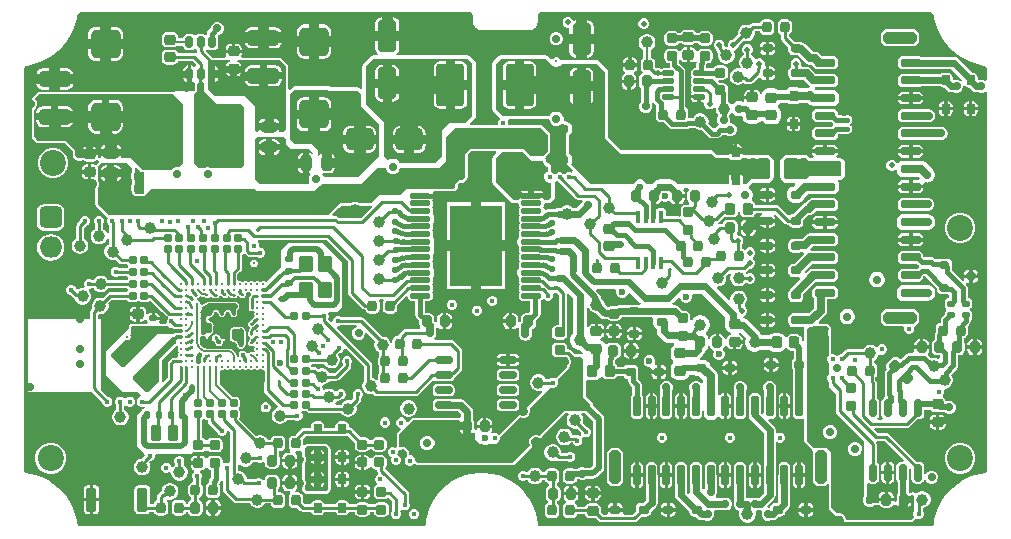
<source format=gtl>
G04*
G04 #@! TF.GenerationSoftware,Altium Limited,Altium Designer,22.6.1 (34)*
G04*
G04 Layer_Physical_Order=1*
G04 Layer_Color=255*
%FSLAX44Y44*%
%MOMM*%
G71*
G04*
G04 #@! TF.SameCoordinates,0BC7250A-E466-409B-9AFC-A4DADF5EADDD*
G04*
G04*
G04 #@! TF.FilePolarity,Positive*
G04*
G01*
G75*
%ADD10C,0.3000*%
%ADD11C,0.6000*%
%ADD12C,0.2500*%
%ADD13C,0.2000*%
%ADD14C,0.4000*%
G04:AMPARAMS|DCode=17|XSize=3.6mm|YSize=2.4mm|CornerRadius=0.3mm|HoleSize=0mm|Usage=FLASHONLY|Rotation=270.000|XOffset=0mm|YOffset=0mm|HoleType=Round|Shape=RoundedRectangle|*
%AMROUNDEDRECTD17*
21,1,3.6000,1.8000,0,0,270.0*
21,1,3.0000,2.4000,0,0,270.0*
1,1,0.6000,-0.9000,-1.5000*
1,1,0.6000,-0.9000,1.5000*
1,1,0.6000,0.9000,1.5000*
1,1,0.6000,0.9000,-1.5000*
%
%ADD17ROUNDEDRECTD17*%
G04:AMPARAMS|DCode=19|XSize=1.3mm|YSize=1.3mm|CornerRadius=0.1625mm|HoleSize=0mm|Usage=FLASHONLY|Rotation=45.000|XOffset=0mm|YOffset=0mm|HoleType=Round|Shape=RoundedRectangle|*
%AMROUNDEDRECTD19*
21,1,1.3000,0.9750,0,0,45.0*
21,1,0.9750,1.3000,0,0,45.0*
1,1,0.3250,0.6894,0.0000*
1,1,0.3250,0.0000,-0.6894*
1,1,0.3250,-0.6894,0.0000*
1,1,0.3250,0.0000,0.6894*
%
%ADD19ROUNDEDRECTD19*%
%ADD20R,4.5000X6.9000*%
G04:AMPARAMS|DCode=21|XSize=1.75mm|YSize=0.43mm|CornerRadius=0.1075mm|HoleSize=0mm|Usage=FLASHONLY|Rotation=180.000|XOffset=0mm|YOffset=0mm|HoleType=Round|Shape=RoundedRectangle|*
%AMROUNDEDRECTD21*
21,1,1.7500,0.2150,0,0,180.0*
21,1,1.5350,0.4300,0,0,180.0*
1,1,0.2150,-0.7675,0.1075*
1,1,0.2150,0.7675,0.1075*
1,1,0.2150,0.7675,-0.1075*
1,1,0.2150,-0.7675,-0.1075*
%
%ADD21ROUNDEDRECTD21*%
G04:AMPARAMS|DCode=23|XSize=0.65mm|YSize=1.45mm|CornerRadius=0.1625mm|HoleSize=0mm|Usage=FLASHONLY|Rotation=180.000|XOffset=0mm|YOffset=0mm|HoleType=Round|Shape=RoundedRectangle|*
%AMROUNDEDRECTD23*
21,1,0.6500,1.1250,0,0,180.0*
21,1,0.3250,1.4500,0,0,180.0*
1,1,0.3250,-0.1625,0.5625*
1,1,0.3250,0.1625,0.5625*
1,1,0.3250,0.1625,-0.5625*
1,1,0.3250,-0.1625,-0.5625*
%
%ADD23ROUNDEDRECTD23*%
G04:AMPARAMS|DCode=24|XSize=0.75mm|YSize=0.85mm|CornerRadius=0.1875mm|HoleSize=0mm|Usage=FLASHONLY|Rotation=90.000|XOffset=0mm|YOffset=0mm|HoleType=Round|Shape=RoundedRectangle|*
%AMROUNDEDRECTD24*
21,1,0.7500,0.4750,0,0,90.0*
21,1,0.3750,0.8500,0,0,90.0*
1,1,0.3750,0.2375,0.1875*
1,1,0.3750,0.2375,-0.1875*
1,1,0.3750,-0.2375,-0.1875*
1,1,0.3750,-0.2375,0.1875*
%
%ADD24ROUNDEDRECTD24*%
G04:AMPARAMS|DCode=25|XSize=0.7mm|YSize=1.75mm|CornerRadius=0mm|HoleSize=0mm|Usage=FLASHONLY|Rotation=90.000|XOffset=0mm|YOffset=0mm|HoleType=Round|Shape=Octagon|*
%AMOCTAGOND25*
4,1,8,-0.8750,-0.1750,-0.8750,0.1750,-0.7000,0.3500,0.7000,0.3500,0.8750,0.1750,0.8750,-0.1750,0.7000,-0.3500,-0.7000,-0.3500,-0.8750,-0.1750,0.0*
%
%ADD25OCTAGOND25*%

G04:AMPARAMS|DCode=26|XSize=1mm|YSize=2.8mm|CornerRadius=0mm|HoleSize=0mm|Usage=FLASHONLY|Rotation=90.000|XOffset=0mm|YOffset=0mm|HoleType=Round|Shape=Octagon|*
%AMOCTAGOND26*
4,1,8,-1.4000,-0.2500,-1.4000,0.2500,-1.1500,0.5000,1.1500,0.5000,1.4000,0.2500,1.4000,-0.2500,1.1500,-0.5000,-1.1500,-0.5000,-1.4000,-0.2500,0.0*
%
%ADD26OCTAGOND26*%

G04:AMPARAMS|DCode=27|XSize=1mm|YSize=2.8mm|CornerRadius=0mm|HoleSize=0mm|Usage=FLASHONLY|Rotation=0.000|XOffset=0mm|YOffset=0mm|HoleType=Round|Shape=Octagon|*
%AMOCTAGOND27*
4,1,8,-0.2500,1.4000,0.2500,1.4000,0.5000,1.1500,0.5000,-1.1500,0.2500,-1.4000,-0.2500,-1.4000,-0.5000,-1.1500,-0.5000,1.1500,-0.2500,1.4000,0.0*
%
%ADD27OCTAGOND27*%

G04:AMPARAMS|DCode=28|XSize=0.6mm|YSize=1.75mm|CornerRadius=0mm|HoleSize=0mm|Usage=FLASHONLY|Rotation=0.000|XOffset=0mm|YOffset=0mm|HoleType=Round|Shape=Octagon|*
%AMOCTAGOND28*
4,1,8,-0.1500,0.8750,0.1500,0.8750,0.3000,0.7250,0.3000,-0.7250,0.1500,-0.8750,-0.1500,-0.8750,-0.3000,-0.7250,-0.3000,0.7250,-0.1500,0.8750,0.0*
%
%ADD28OCTAGOND28*%

G04:AMPARAMS|DCode=29|XSize=1.4mm|YSize=1.15mm|CornerRadius=0.1438mm|HoleSize=0mm|Usage=FLASHONLY|Rotation=270.000|XOffset=0mm|YOffset=0mm|HoleType=Round|Shape=RoundedRectangle|*
%AMROUNDEDRECTD29*
21,1,1.4000,0.8625,0,0,270.0*
21,1,1.1125,1.1500,0,0,270.0*
1,1,0.2875,-0.4313,-0.5563*
1,1,0.2875,-0.4313,0.5563*
1,1,0.2875,0.4313,0.5563*
1,1,0.2875,0.4313,-0.5563*
%
%ADD29ROUNDEDRECTD29*%
G04:AMPARAMS|DCode=30|XSize=1.7mm|YSize=1.05mm|CornerRadius=0.2625mm|HoleSize=0mm|Usage=FLASHONLY|Rotation=270.000|XOffset=0mm|YOffset=0mm|HoleType=Round|Shape=RoundedRectangle|*
%AMROUNDEDRECTD30*
21,1,1.7000,0.5250,0,0,270.0*
21,1,1.1750,1.0500,0,0,270.0*
1,1,0.5250,-0.2625,-0.5875*
1,1,0.5250,-0.2625,0.5875*
1,1,0.5250,0.2625,0.5875*
1,1,0.5250,0.2625,-0.5875*
%
%ADD30ROUNDEDRECTD30*%
G04:AMPARAMS|DCode=32|XSize=1.9mm|YSize=2.4mm|CornerRadius=0.475mm|HoleSize=0mm|Usage=FLASHONLY|Rotation=90.000|XOffset=0mm|YOffset=0mm|HoleType=Round|Shape=RoundedRectangle|*
%AMROUNDEDRECTD32*
21,1,1.9000,1.4500,0,0,90.0*
21,1,0.9500,2.4000,0,0,90.0*
1,1,0.9500,0.7250,0.4750*
1,1,0.9500,0.7250,-0.4750*
1,1,0.9500,-0.7250,-0.4750*
1,1,0.9500,-0.7250,0.4750*
%
%ADD32ROUNDEDRECTD32*%
G04:AMPARAMS|DCode=33|XSize=1.6mm|YSize=2.7mm|CornerRadius=0.32mm|HoleSize=0mm|Usage=FLASHONLY|Rotation=180.000|XOffset=0mm|YOffset=0mm|HoleType=Round|Shape=RoundedRectangle|*
%AMROUNDEDRECTD33*
21,1,1.6000,2.0600,0,0,180.0*
21,1,0.9600,2.7000,0,0,180.0*
1,1,0.6400,-0.4800,1.0300*
1,1,0.6400,0.4800,1.0300*
1,1,0.6400,0.4800,-1.0300*
1,1,0.6400,-0.4800,-1.0300*
%
%ADD33ROUNDEDRECTD33*%
%ADD34C,0.2600*%
G04:AMPARAMS|DCode=36|XSize=0.95mm|YSize=0.85mm|CornerRadius=0.2125mm|HoleSize=0mm|Usage=FLASHONLY|Rotation=0.000|XOffset=0mm|YOffset=0mm|HoleType=Round|Shape=RoundedRectangle|*
%AMROUNDEDRECTD36*
21,1,0.9500,0.4250,0,0,0.0*
21,1,0.5250,0.8500,0,0,0.0*
1,1,0.4250,0.2625,-0.2125*
1,1,0.4250,-0.2625,-0.2125*
1,1,0.4250,-0.2625,0.2125*
1,1,0.4250,0.2625,0.2125*
%
%ADD36ROUNDEDRECTD36*%
G04:AMPARAMS|DCode=37|XSize=0.95mm|YSize=0.85mm|CornerRadius=0.2125mm|HoleSize=0mm|Usage=FLASHONLY|Rotation=270.000|XOffset=0mm|YOffset=0mm|HoleType=Round|Shape=RoundedRectangle|*
%AMROUNDEDRECTD37*
21,1,0.9500,0.4250,0,0,270.0*
21,1,0.5250,0.8500,0,0,270.0*
1,1,0.4250,-0.2125,-0.2625*
1,1,0.4250,-0.2125,0.2625*
1,1,0.4250,0.2125,0.2625*
1,1,0.4250,0.2125,-0.2625*
%
%ADD37ROUNDEDRECTD37*%
G04:AMPARAMS|DCode=38|XSize=2.5mm|YSize=2.45mm|CornerRadius=0.4288mm|HoleSize=0mm|Usage=FLASHONLY|Rotation=180.000|XOffset=0mm|YOffset=0mm|HoleType=Round|Shape=RoundedRectangle|*
%AMROUNDEDRECTD38*
21,1,2.5000,1.5925,0,0,180.0*
21,1,1.6425,2.4500,0,0,180.0*
1,1,0.8575,-0.8213,0.7963*
1,1,0.8575,0.8213,0.7963*
1,1,0.8575,0.8213,-0.7963*
1,1,0.8575,-0.8213,-0.7963*
%
%ADD38ROUNDEDRECTD38*%
G04:AMPARAMS|DCode=39|XSize=2.7mm|YSize=1.35mm|CornerRadius=0.3375mm|HoleSize=0mm|Usage=FLASHONLY|Rotation=180.000|XOffset=0mm|YOffset=0mm|HoleType=Round|Shape=RoundedRectangle|*
%AMROUNDEDRECTD39*
21,1,2.7000,0.6750,0,0,180.0*
21,1,2.0250,1.3500,0,0,180.0*
1,1,0.6750,-1.0125,0.3375*
1,1,0.6750,1.0125,0.3375*
1,1,0.6750,1.0125,-0.3375*
1,1,0.6750,-1.0125,-0.3375*
%
%ADD39ROUNDEDRECTD39*%
G04:AMPARAMS|DCode=40|XSize=0.65mm|YSize=0.55mm|CornerRadius=0.1375mm|HoleSize=0mm|Usage=FLASHONLY|Rotation=180.000|XOffset=0mm|YOffset=0mm|HoleType=Round|Shape=RoundedRectangle|*
%AMROUNDEDRECTD40*
21,1,0.6500,0.2750,0,0,180.0*
21,1,0.3750,0.5500,0,0,180.0*
1,1,0.2750,-0.1875,0.1375*
1,1,0.2750,0.1875,0.1375*
1,1,0.2750,0.1875,-0.1375*
1,1,0.2750,-0.1875,-0.1375*
%
%ADD40ROUNDEDRECTD40*%
G04:AMPARAMS|DCode=41|XSize=0.65mm|YSize=0.55mm|CornerRadius=0.1375mm|HoleSize=0mm|Usage=FLASHONLY|Rotation=90.000|XOffset=0mm|YOffset=0mm|HoleType=Round|Shape=RoundedRectangle|*
%AMROUNDEDRECTD41*
21,1,0.6500,0.2750,0,0,90.0*
21,1,0.3750,0.5500,0,0,90.0*
1,1,0.2750,0.1375,0.1875*
1,1,0.2750,0.1375,-0.1875*
1,1,0.2750,-0.1375,-0.1875*
1,1,0.2750,-0.1375,0.1875*
%
%ADD41ROUNDEDRECTD41*%
G04:AMPARAMS|DCode=42|XSize=0.95mm|YSize=0.85mm|CornerRadius=0.2125mm|HoleSize=0mm|Usage=FLASHONLY|Rotation=45.000|XOffset=0mm|YOffset=0mm|HoleType=Round|Shape=RoundedRectangle|*
%AMROUNDEDRECTD42*
21,1,0.9500,0.4250,0,0,45.0*
21,1,0.5250,0.8500,0,0,45.0*
1,1,0.4250,0.3359,0.0354*
1,1,0.4250,-0.0354,-0.3359*
1,1,0.4250,-0.3359,-0.0354*
1,1,0.4250,0.0354,0.3359*
%
%ADD42ROUNDEDRECTD42*%
G04:AMPARAMS|DCode=44|XSize=0.75mm|YSize=0.85mm|CornerRadius=0.1875mm|HoleSize=0mm|Usage=FLASHONLY|Rotation=0.000|XOffset=0mm|YOffset=0mm|HoleType=Round|Shape=RoundedRectangle|*
%AMROUNDEDRECTD44*
21,1,0.7500,0.4750,0,0,0.0*
21,1,0.3750,0.8500,0,0,0.0*
1,1,0.3750,0.1875,-0.2375*
1,1,0.3750,-0.1875,-0.2375*
1,1,0.3750,-0.1875,0.2375*
1,1,0.3750,0.1875,0.2375*
%
%ADD44ROUNDEDRECTD44*%
G04:AMPARAMS|DCode=45|XSize=0.98mm|YSize=0.92mm|CornerRadius=0.23mm|HoleSize=0mm|Usage=FLASHONLY|Rotation=270.000|XOffset=0mm|YOffset=0mm|HoleType=Round|Shape=RoundedRectangle|*
%AMROUNDEDRECTD45*
21,1,0.9800,0.4600,0,0,270.0*
21,1,0.5200,0.9200,0,0,270.0*
1,1,0.4600,-0.2300,-0.2600*
1,1,0.4600,-0.2300,0.2600*
1,1,0.4600,0.2300,0.2600*
1,1,0.4600,0.2300,-0.2600*
%
%ADD45ROUNDEDRECTD45*%
G04:AMPARAMS|DCode=46|XSize=0.98mm|YSize=0.92mm|CornerRadius=0.23mm|HoleSize=0mm|Usage=FLASHONLY|Rotation=0.000|XOffset=0mm|YOffset=0mm|HoleType=Round|Shape=RoundedRectangle|*
%AMROUNDEDRECTD46*
21,1,0.9800,0.4600,0,0,0.0*
21,1,0.5200,0.9200,0,0,0.0*
1,1,0.4600,0.2600,-0.2300*
1,1,0.4600,-0.2600,-0.2300*
1,1,0.4600,-0.2600,0.2300*
1,1,0.4600,0.2600,0.2300*
%
%ADD46ROUNDEDRECTD46*%
G04:AMPARAMS|DCode=47|XSize=0.62mm|YSize=0.56mm|CornerRadius=0.14mm|HoleSize=0mm|Usage=FLASHONLY|Rotation=180.000|XOffset=0mm|YOffset=0mm|HoleType=Round|Shape=RoundedRectangle|*
%AMROUNDEDRECTD47*
21,1,0.6200,0.2800,0,0,180.0*
21,1,0.3400,0.5600,0,0,180.0*
1,1,0.2800,-0.1700,0.1400*
1,1,0.2800,0.1700,0.1400*
1,1,0.2800,0.1700,-0.1400*
1,1,0.2800,-0.1700,-0.1400*
%
%ADD47ROUNDEDRECTD47*%
G04:AMPARAMS|DCode=49|XSize=0.9mm|YSize=0.8mm|CornerRadius=0.2mm|HoleSize=0mm|Usage=FLASHONLY|Rotation=270.000|XOffset=0mm|YOffset=0mm|HoleType=Round|Shape=RoundedRectangle|*
%AMROUNDEDRECTD49*
21,1,0.9000,0.4000,0,0,270.0*
21,1,0.5000,0.8000,0,0,270.0*
1,1,0.4000,-0.2000,-0.2500*
1,1,0.4000,-0.2000,0.2500*
1,1,0.4000,0.2000,0.2500*
1,1,0.4000,0.2000,-0.2500*
%
%ADD49ROUNDEDRECTD49*%
G04:AMPARAMS|DCode=50|XSize=1.35mm|YSize=0.95mm|CornerRadius=0.2375mm|HoleSize=0mm|Usage=FLASHONLY|Rotation=270.000|XOffset=0mm|YOffset=0mm|HoleType=Round|Shape=RoundedRectangle|*
%AMROUNDEDRECTD50*
21,1,1.3500,0.4750,0,0,270.0*
21,1,0.8750,0.9500,0,0,270.0*
1,1,0.4750,-0.2375,-0.4375*
1,1,0.4750,-0.2375,0.4375*
1,1,0.4750,0.2375,0.4375*
1,1,0.4750,0.2375,-0.4375*
%
%ADD50ROUNDEDRECTD50*%
G04:AMPARAMS|DCode=51|XSize=1.35mm|YSize=0.95mm|CornerRadius=0.2375mm|HoleSize=0mm|Usage=FLASHONLY|Rotation=180.000|XOffset=0mm|YOffset=0mm|HoleType=Round|Shape=RoundedRectangle|*
%AMROUNDEDRECTD51*
21,1,1.3500,0.4750,0,0,180.0*
21,1,0.8750,0.9500,0,0,180.0*
1,1,0.4750,-0.4375,0.2375*
1,1,0.4750,0.4375,0.2375*
1,1,0.4750,0.4375,-0.2375*
1,1,0.4750,-0.4375,-0.2375*
%
%ADD51ROUNDEDRECTD51*%
G04:AMPARAMS|DCode=52|XSize=0.9mm|YSize=0.8mm|CornerRadius=0.2mm|HoleSize=0mm|Usage=FLASHONLY|Rotation=0.000|XOffset=0mm|YOffset=0mm|HoleType=Round|Shape=RoundedRectangle|*
%AMROUNDEDRECTD52*
21,1,0.9000,0.4000,0,0,0.0*
21,1,0.5000,0.8000,0,0,0.0*
1,1,0.4000,0.2500,-0.2000*
1,1,0.4000,-0.2500,-0.2000*
1,1,0.4000,-0.2500,0.2000*
1,1,0.4000,0.2500,0.2000*
%
%ADD52ROUNDEDRECTD52*%
G04:AMPARAMS|DCode=53|XSize=0.6mm|YSize=0.6mm|CornerRadius=0.075mm|HoleSize=0mm|Usage=FLASHONLY|Rotation=0.000|XOffset=0mm|YOffset=0mm|HoleType=Round|Shape=RoundedRectangle|*
%AMROUNDEDRECTD53*
21,1,0.6000,0.4500,0,0,0.0*
21,1,0.4500,0.6000,0,0,0.0*
1,1,0.1500,0.2250,-0.2250*
1,1,0.1500,-0.2250,-0.2250*
1,1,0.1500,-0.2250,0.2250*
1,1,0.1500,0.2250,0.2250*
%
%ADD53ROUNDEDRECTD53*%
G04:AMPARAMS|DCode=54|XSize=0.6mm|YSize=0.6mm|CornerRadius=0.075mm|HoleSize=0mm|Usage=FLASHONLY|Rotation=270.000|XOffset=0mm|YOffset=0mm|HoleType=Round|Shape=RoundedRectangle|*
%AMROUNDEDRECTD54*
21,1,0.6000,0.4500,0,0,270.0*
21,1,0.4500,0.6000,0,0,270.0*
1,1,0.1500,-0.2250,-0.2250*
1,1,0.1500,-0.2250,0.2250*
1,1,0.1500,0.2250,0.2250*
1,1,0.1500,0.2250,-0.2250*
%
%ADD54ROUNDEDRECTD54*%
G04:AMPARAMS|DCode=55|XSize=0.65mm|YSize=1.45mm|CornerRadius=0.1625mm|HoleSize=0mm|Usage=FLASHONLY|Rotation=270.000|XOffset=0mm|YOffset=0mm|HoleType=Round|Shape=RoundedRectangle|*
%AMROUNDEDRECTD55*
21,1,0.6500,1.1250,0,0,270.0*
21,1,0.3250,1.4500,0,0,270.0*
1,1,0.3250,-0.5625,-0.1625*
1,1,0.3250,-0.5625,0.1625*
1,1,0.3250,0.5625,0.1625*
1,1,0.3250,0.5625,-0.1625*
%
%ADD55ROUNDEDRECTD55*%
G04:AMPARAMS|DCode=56|XSize=0.45mm|YSize=1mm|CornerRadius=0.1125mm|HoleSize=0mm|Usage=FLASHONLY|Rotation=90.000|XOffset=0mm|YOffset=0mm|HoleType=Round|Shape=RoundedRectangle|*
%AMROUNDEDRECTD56*
21,1,0.4500,0.7750,0,0,90.0*
21,1,0.2250,1.0000,0,0,90.0*
1,1,0.2250,0.3875,0.1125*
1,1,0.2250,0.3875,-0.1125*
1,1,0.2250,-0.3875,-0.1125*
1,1,0.2250,-0.3875,0.1125*
%
%ADD56ROUNDEDRECTD56*%
G04:AMPARAMS|DCode=57|XSize=0.4mm|YSize=1.1mm|CornerRadius=0.1mm|HoleSize=0mm|Usage=FLASHONLY|Rotation=0.000|XOffset=0mm|YOffset=0mm|HoleType=Round|Shape=RoundedRectangle|*
%AMROUNDEDRECTD57*
21,1,0.4000,0.9000,0,0,0.0*
21,1,0.2000,1.1000,0,0,0.0*
1,1,0.2000,0.1000,-0.4500*
1,1,0.2000,-0.1000,-0.4500*
1,1,0.2000,-0.1000,0.4500*
1,1,0.2000,0.1000,0.4500*
%
%ADD57ROUNDEDRECTD57*%
%ADD102C,0.3500*%
%ADD103C,0.3200*%
%ADD104C,0.4300*%
%ADD105C,0.7000*%
%ADD106C,0.4500*%
%ADD107C,0.5000*%
%ADD108C,1.0000*%
G04:AMPARAMS|DCode=109|XSize=0.6mm|YSize=1mm|CornerRadius=0.15mm|HoleSize=0mm|Usage=FLASHONLY|Rotation=180.000|XOffset=0mm|YOffset=0mm|HoleType=Round|Shape=RoundedRectangle|*
%AMROUNDEDRECTD109*
21,1,0.6000,0.7000,0,0,180.0*
21,1,0.3000,1.0000,0,0,180.0*
1,1,0.3000,-0.1500,0.3500*
1,1,0.3000,0.1500,0.3500*
1,1,0.3000,0.1500,-0.3500*
1,1,0.3000,-0.1500,-0.3500*
%
%ADD109ROUNDEDRECTD109*%
G04:AMPARAMS|DCode=110|XSize=0.8mm|YSize=1.3mm|CornerRadius=0.1mm|HoleSize=0mm|Usage=FLASHONLY|Rotation=180.000|XOffset=0mm|YOffset=0mm|HoleType=Round|Shape=RoundedRectangle|*
%AMROUNDEDRECTD110*
21,1,0.8000,1.1000,0,0,180.0*
21,1,0.6000,1.3000,0,0,180.0*
1,1,0.2000,-0.3000,0.5500*
1,1,0.2000,0.3000,0.5500*
1,1,0.2000,0.3000,-0.5500*
1,1,0.2000,-0.3000,-0.5500*
%
%ADD110ROUNDEDRECTD110*%
G04:AMPARAMS|DCode=111|XSize=0.9mm|YSize=2mm|CornerRadius=0.1125mm|HoleSize=0mm|Usage=FLASHONLY|Rotation=0.000|XOffset=0mm|YOffset=0mm|HoleType=Round|Shape=RoundedRectangle|*
%AMROUNDEDRECTD111*
21,1,0.9000,1.7750,0,0,0.0*
21,1,0.6750,2.0000,0,0,0.0*
1,1,0.2250,0.3375,-0.8875*
1,1,0.2250,-0.3375,-0.8875*
1,1,0.2250,-0.3375,0.8875*
1,1,0.2250,0.3375,0.8875*
%
%ADD111ROUNDEDRECTD111*%
G04:AMPARAMS|DCode=112|XSize=0.65mm|YSize=0.85mm|CornerRadius=0.1625mm|HoleSize=0mm|Usage=FLASHONLY|Rotation=90.000|XOffset=0mm|YOffset=0mm|HoleType=Round|Shape=RoundedRectangle|*
%AMROUNDEDRECTD112*
21,1,0.6500,0.5250,0,0,90.0*
21,1,0.3250,0.8500,0,0,90.0*
1,1,0.3250,0.2625,0.1625*
1,1,0.3250,0.2625,-0.1625*
1,1,0.3250,-0.2625,-0.1625*
1,1,0.3250,-0.2625,0.1625*
%
%ADD112ROUNDEDRECTD112*%
G04:AMPARAMS|DCode=113|XSize=0.65mm|YSize=0.9mm|CornerRadius=0.1625mm|HoleSize=0mm|Usage=FLASHONLY|Rotation=90.000|XOffset=0mm|YOffset=0mm|HoleType=Round|Shape=RoundedRectangle|*
%AMROUNDEDRECTD113*
21,1,0.6500,0.5750,0,0,90.0*
21,1,0.3250,0.9000,0,0,90.0*
1,1,0.3250,0.2875,0.1625*
1,1,0.3250,0.2875,-0.1625*
1,1,0.3250,-0.2875,-0.1625*
1,1,0.3250,-0.2875,0.1625*
%
%ADD113ROUNDEDRECTD113*%
%ADD114C,0.8000*%
%ADD115C,0.3810*%
%ADD116C,0.1500*%
%ADD117C,0.4700*%
%ADD118C,0.1400*%
%ADD119C,1.0000*%
%ADD120C,1.5000*%
%ADD121C,0.5500*%
%ADD122C,0.1800*%
%ADD123C,0.2540*%
%ADD124O,1.9000X1.8000*%
G04:AMPARAMS|DCode=125|XSize=1.8mm|YSize=1.9mm|CornerRadius=0.36mm|HoleSize=0mm|Usage=FLASHONLY|Rotation=270.000|XOffset=0mm|YOffset=0mm|HoleType=Round|Shape=RoundedRectangle|*
%AMROUNDEDRECTD125*
21,1,1.8000,1.1800,0,0,270.0*
21,1,1.0800,1.9000,0,0,270.0*
1,1,0.7200,-0.5900,-0.5400*
1,1,0.7200,-0.5900,0.5400*
1,1,0.7200,0.5900,0.5400*
1,1,0.7200,0.5900,-0.5400*
%
%ADD125ROUNDEDRECTD125*%
%ADD126C,2.2000*%
%ADD127C,0.6000*%
%ADD128C,0.7000*%
%ADD129C,0.5500*%
%ADD130C,0.4500*%
%ADD131C,0.5000*%
%ADD132C,0.5600*%
%ADD133C,0.2500*%
%ADD134C,0.3250*%
%ADD135C,0.2000*%
%ADD136C,0.3000*%
%ADD137C,0.4000*%
G36*
X770000Y437500D02*
X770497D01*
X771416Y437119D01*
X772119Y436416D01*
X772500Y435497D01*
X772500Y435000D01*
X772968Y432360D01*
X774320Y427172D01*
X776214Y422156D01*
X778628Y417370D01*
X781536Y412866D01*
X784904Y408695D01*
X788695Y404904D01*
X792866Y401536D01*
X797370Y398628D01*
X802157Y396214D01*
X807172Y394320D01*
X812360Y392968D01*
X815000Y392500D01*
X815497D01*
X816416Y392119D01*
X817119Y391416D01*
X817500Y390497D01*
Y380238D01*
X816000Y379711D01*
X814094Y380500D01*
X811906D01*
X811397Y380289D01*
X810420D01*
X809826Y380884D01*
Y382375D01*
X809525Y383887D01*
X808669Y385169D01*
X807387Y386025D01*
X805875Y386326D01*
X805384D01*
X793105Y398605D01*
X791451Y399710D01*
X789500Y400098D01*
X761652D01*
X761250Y400500D01*
X745250D01*
X742500Y397750D01*
Y392250D01*
X745250Y389500D01*
X761250D01*
X761652Y389902D01*
X787388D01*
X797507Y379783D01*
X797416Y379483D01*
X795720Y379058D01*
X795116Y379663D01*
X793094Y380500D01*
X790906D01*
X790397Y380289D01*
X789420D01*
X788826Y380884D01*
Y382375D01*
X788525Y383887D01*
X787669Y385169D01*
X786387Y386025D01*
X784875Y386326D01*
X781125D01*
X779613Y386025D01*
X778331Y385169D01*
X778284Y385098D01*
X761652D01*
X761250Y385500D01*
X745250D01*
X742500Y382750D01*
Y377250D01*
X745250Y374500D01*
X761250D01*
X761652Y374902D01*
X778284D01*
X778331Y374831D01*
X779613Y373975D01*
X781125Y373674D01*
X781616D01*
X783704Y371587D01*
X785358Y370481D01*
X787309Y370093D01*
X789473D01*
X790906Y369500D01*
X793094D01*
X795116Y370337D01*
X796663Y371884D01*
X797500Y373906D01*
Y374872D01*
X799000Y375327D01*
X799331Y374831D01*
X800613Y373975D01*
X802125Y373674D01*
X802616D01*
X804704Y371587D01*
X806358Y370481D01*
X808309Y370093D01*
X810473D01*
X811906Y369500D01*
X814094D01*
X816000Y370289D01*
X817500Y369762D01*
Y50000D01*
Y49503D01*
X817119Y48584D01*
X816416Y47881D01*
X815497Y47500D01*
X815000Y47500D01*
X812360Y47032D01*
X807172Y45680D01*
X802157Y43786D01*
X797370Y41372D01*
X792866Y38464D01*
X788695Y35096D01*
X784904Y31305D01*
X781536Y27134D01*
X778628Y22630D01*
X776214Y17843D01*
X774320Y12828D01*
X772968Y7640D01*
X772500Y5000D01*
Y4503D01*
X772119Y3584D01*
X771416Y2881D01*
X770497Y2500D01*
X439503D01*
X438584Y2881D01*
X437881Y3584D01*
X437748Y3905D01*
X437470Y5274D01*
X437470Y5275D01*
X437470Y5275D01*
X437061Y8157D01*
X435719Y13820D01*
X433699Y19277D01*
X431031Y24449D01*
X427753Y29257D01*
X423914Y33631D01*
X419572Y37506D01*
X414791Y40824D01*
X409642Y43536D01*
X404202Y45602D01*
X398550Y46991D01*
X392772Y47682D01*
X386952Y47665D01*
X381178Y46941D01*
X375535Y45519D01*
X370106Y43422D01*
X364973Y40680D01*
X360211Y37335D01*
X355892Y33435D01*
X352079Y29039D01*
X348829Y24211D01*
X346190Y19024D01*
X344201Y13555D01*
X342893Y7884D01*
X342500Y5000D01*
Y4503D01*
X342119Y3584D01*
X341416Y2881D01*
X340497Y2500D01*
X49503D01*
X48584Y2881D01*
X47881Y3584D01*
X47859Y3636D01*
X47500Y5000D01*
Y5000D01*
X47500D01*
X47500Y5000D01*
X47032Y7640D01*
X45680Y12828D01*
X43786Y17843D01*
X41372Y22630D01*
X38464Y27134D01*
X35096Y31305D01*
X31305Y35096D01*
X27134Y38464D01*
X22630Y41372D01*
X17843Y43786D01*
X12828Y45680D01*
X7640Y47032D01*
X5000Y47500D01*
X5000Y47500D01*
X5000Y47500D01*
X3647Y47854D01*
X3584Y47881D01*
X2881Y48584D01*
X2500Y49503D01*
Y50000D01*
Y390000D01*
Y390497D01*
X2881Y391416D01*
X3584Y392119D01*
X4503Y392500D01*
X5000Y392500D01*
X7640Y392968D01*
X12828Y394320D01*
X17843Y396214D01*
X22630Y398628D01*
X27134Y401536D01*
X31305Y404904D01*
X35096Y408695D01*
X38464Y412866D01*
X41372Y417370D01*
X43786Y422156D01*
X45680Y427172D01*
X47032Y432360D01*
X47500Y435000D01*
Y435497D01*
X47881Y436416D01*
X48584Y437119D01*
X49503Y437500D01*
X380497D01*
X381416Y437119D01*
X382119Y436416D01*
X382500Y435497D01*
Y430000D01*
X382500D01*
X382536Y429265D01*
X382823Y427823D01*
X383386Y426465D01*
X384202Y425242D01*
X385242Y424202D01*
X386465Y423386D01*
X387823Y422823D01*
X389265Y422536D01*
X390000Y422500D01*
X430000Y422500D01*
Y422500D01*
X430735Y422536D01*
X432177Y422823D01*
X433535Y423386D01*
X434758Y424202D01*
X435798Y425242D01*
X436614Y426465D01*
X437177Y427823D01*
X437464Y429265D01*
X437500Y430000D01*
X437500Y435497D01*
X437881Y436416D01*
X438584Y437119D01*
X439503Y437500D01*
X770000D01*
Y437500D01*
D02*
G37*
%LPC*%
G36*
X633500Y431578D02*
X629500D01*
X627939Y431268D01*
X626616Y430384D01*
X625732Y429061D01*
X625583Y428314D01*
X619257D01*
X617989Y428061D01*
X616914Y427343D01*
X616223Y426651D01*
X614922Y427000D01*
X613078D01*
X611298Y426523D01*
X609702Y425601D01*
X608399Y424298D01*
X607477Y422702D01*
X607000Y420922D01*
Y419078D01*
X607083Y418769D01*
X602814Y414500D01*
X602105D01*
X600451Y413815D01*
X599185Y412549D01*
X598500Y410895D01*
Y409398D01*
X598301Y408916D01*
X597334Y408000D01*
X596666D01*
X595700Y408916D01*
X595500Y409398D01*
Y410895D01*
X594815Y412549D01*
X593549Y413815D01*
X591895Y414500D01*
X590105D01*
X588451Y413815D01*
X587185Y412549D01*
X586500Y410895D01*
Y409105D01*
X587185Y407451D01*
X588082Y406554D01*
X588321Y405349D01*
X589040Y404274D01*
X590294Y403020D01*
X590000Y401922D01*
Y400078D01*
X590477Y398298D01*
X591399Y396702D01*
X592702Y395399D01*
X594298Y394477D01*
X596078Y394000D01*
X597922D01*
X599702Y394477D01*
X601298Y395399D01*
X602601Y396702D01*
X603523Y398298D01*
X604000Y400078D01*
Y401922D01*
X603523Y403702D01*
X603351Y404000D01*
X603658Y404847D01*
X604155Y405608D01*
X605549Y406185D01*
X606815Y407451D01*
X607500Y409105D01*
Y409814D01*
X611213Y413526D01*
X611298Y413477D01*
X613078Y413000D01*
X614922D01*
X616702Y413477D01*
X618298Y414399D01*
X619601Y415702D01*
X620523Y417298D01*
X621000Y419078D01*
Y420922D01*
X621587Y421686D01*
X625583D01*
X625732Y420939D01*
X626616Y419616D01*
X627939Y418732D01*
X629500Y418422D01*
X633500D01*
X635061Y418732D01*
X636384Y419616D01*
X637268Y420939D01*
X637578Y422500D01*
Y427500D01*
X637268Y429061D01*
X636384Y430384D01*
X635061Y431268D01*
X633500Y431578D01*
D02*
G37*
G36*
X527895Y432500D02*
X526105D01*
X524451Y431815D01*
X523185Y430549D01*
X522500Y428895D01*
Y427105D01*
X523185Y425451D01*
X524451Y424185D01*
X526105Y423500D01*
X527895D01*
X529549Y424185D01*
X530815Y425451D01*
X531500Y427105D01*
Y428895D01*
X530815Y430549D01*
X529549Y431815D01*
X527895Y432500D01*
D02*
G37*
G36*
X314800Y433306D02*
X314500D01*
Y422000D01*
X320306D01*
Y427800D01*
X319887Y429907D01*
X318693Y431693D01*
X316907Y432887D01*
X314800Y433306D01*
D02*
G37*
G36*
X305500D02*
X305200D01*
X303093Y432887D01*
X301307Y431693D01*
X300113Y429907D01*
X299694Y427800D01*
Y422000D01*
X305500D01*
Y433306D01*
D02*
G37*
G36*
X215125Y425059D02*
X209500D01*
Y420500D01*
X220585D01*
X220376Y421550D01*
X219144Y423394D01*
X217300Y424627D01*
X215125Y425059D01*
D02*
G37*
G36*
X200500D02*
X194875D01*
X192700Y424627D01*
X190856Y423394D01*
X189624Y421550D01*
X189415Y420500D01*
X200500D01*
Y425059D01*
D02*
G37*
G36*
X567625Y422831D02*
X562375D01*
X560765Y422511D01*
X559401Y421599D01*
X558623Y420435D01*
X556307D01*
X555061Y421268D01*
X553500Y421578D01*
X548500D01*
X546939Y421268D01*
X545616Y420384D01*
X544732Y419061D01*
X544422Y417500D01*
Y413500D01*
X544732Y411939D01*
X545616Y410616D01*
X546939Y409732D01*
X548500Y409422D01*
X553500D01*
X555061Y409732D01*
X556384Y410616D01*
X557018Y411565D01*
X559292D01*
X559401Y411401D01*
X560765Y410489D01*
X562375Y410169D01*
X567625D01*
X569235Y410489D01*
X570599Y411401D01*
X570708Y411565D01*
X572982D01*
X573616Y410616D01*
X574939Y409732D01*
X576500Y409422D01*
X581500D01*
X583061Y409732D01*
X584384Y410616D01*
X585268Y411939D01*
X585578Y413500D01*
Y417500D01*
X585268Y419061D01*
X584384Y420384D01*
X583061Y421268D01*
X581500Y421578D01*
X576500D01*
X574939Y421268D01*
X573693Y420435D01*
X571377D01*
X570599Y421599D01*
X569235Y422511D01*
X567625Y422831D01*
D02*
G37*
G36*
X479302Y430806D02*
X479002D01*
Y419500D01*
X484808D01*
Y425300D01*
X484389Y427407D01*
X483196Y429193D01*
X481409Y430387D01*
X479302Y430806D01*
D02*
G37*
G36*
X463857Y433521D02*
X462066D01*
X460412Y432836D01*
X459146Y431570D01*
X458461Y429916D01*
Y428126D01*
X459146Y426472D01*
X460412Y425206D01*
X462066Y424521D01*
X463857D01*
X464197Y424294D01*
Y419500D01*
X470003D01*
Y430806D01*
X469702D01*
X467596Y430387D01*
X467219Y430501D01*
X466776Y431570D01*
X465510Y432836D01*
X463857Y433521D01*
D02*
G37*
G36*
X167094Y429500D02*
X164906D01*
X162885Y428663D01*
X161337Y427116D01*
X160500Y425094D01*
Y424268D01*
X158616Y422384D01*
X157732Y421061D01*
X157422Y419500D01*
X157422Y419500D01*
Y419131D01*
X156451Y418709D01*
X156116Y418635D01*
X155781Y418685D01*
X154866Y419297D01*
X153500Y419569D01*
X150500D01*
X149134Y419297D01*
X147977Y418523D01*
X146523D01*
X145366Y419297D01*
X144000Y419569D01*
X141000D01*
X139634Y419297D01*
X138477Y418523D01*
X137703Y417366D01*
X137431Y416000D01*
Y415559D01*
X132831D01*
Y416625D01*
X132511Y418234D01*
X131599Y419599D01*
X130234Y420511D01*
X128625Y420831D01*
X123375D01*
X121765Y420511D01*
X120401Y419599D01*
X119489Y418234D01*
X119169Y416625D01*
Y412375D01*
X119489Y410765D01*
X120401Y409401D01*
X121765Y408489D01*
X123375Y408169D01*
X128625D01*
X130234Y408489D01*
X131599Y409401D01*
X131626Y409441D01*
X137431D01*
Y409000D01*
X137703Y407634D01*
X138477Y406477D01*
X139634Y405703D01*
X141000Y405431D01*
X144000D01*
X145366Y405703D01*
X146523Y406477D01*
X147383D01*
X148686Y405271D01*
Y404500D01*
X148858Y403637D01*
X148305Y403008D01*
X147890Y402703D01*
X147654Y402584D01*
X146500Y402814D01*
X132594D01*
X132511Y403234D01*
X131599Y404599D01*
X130234Y405511D01*
X128625Y405831D01*
X123375D01*
X121765Y405511D01*
X120401Y404599D01*
X119489Y403234D01*
X119169Y401625D01*
Y397375D01*
X119489Y395765D01*
X120401Y394401D01*
X121765Y393489D01*
X123375Y393169D01*
X128625D01*
X130234Y393489D01*
X131599Y394401D01*
X132511Y395765D01*
X132594Y396186D01*
X145127D01*
X148033Y393281D01*
X147986Y391828D01*
X146486Y391548D01*
X145366Y392297D01*
X144000Y392569D01*
Y385500D01*
Y378432D01*
X145366Y378703D01*
X145815Y379004D01*
X145932Y378933D01*
X147116Y378011D01*
X147058Y377718D01*
X146971Y377431D01*
X146981Y377330D01*
X146961Y377231D01*
Y371845D01*
X146116Y371000D01*
X130000D01*
X129033Y370033D01*
X129000Y370039D01*
X15000Y370039D01*
X14220Y369884D01*
X13558Y369442D01*
X10051Y365935D01*
X9609Y365273D01*
X9453Y364493D01*
X9609Y363712D01*
X10051Y363051D01*
X10051Y363051D01*
X10858Y362244D01*
X11461Y360788D01*
Y359212D01*
X10858Y357756D01*
X9558Y356457D01*
X9116Y355795D01*
X8961Y355015D01*
X8961Y332485D01*
X9116Y331705D01*
X9558Y331043D01*
X10858Y329744D01*
X11046Y329290D01*
X11488Y328629D01*
X12558Y327558D01*
X12558Y327558D01*
X13220Y327116D01*
X14000Y326961D01*
X37155Y326961D01*
X43961Y320155D01*
Y316000D01*
X44116Y315220D01*
X44558Y314558D01*
X46558Y312558D01*
X46558Y312558D01*
X47220Y312116D01*
X48000Y311961D01*
X50442D01*
X50541Y311981D01*
X50642Y311971D01*
X50928Y312058D01*
X51222Y312116D01*
X51306Y312172D01*
X51403Y312202D01*
X52401Y312401D01*
X53766Y311489D01*
X55375Y311169D01*
X60625D01*
X62235Y311489D01*
X63599Y312401D01*
X64712Y312412D01*
X64830Y312377D01*
X64935Y312312D01*
X65209Y312267D01*
X65250Y312255D01*
X65771Y311229D01*
X65800Y310684D01*
X63558Y308442D01*
X63181Y307878D01*
X62235Y308511D01*
X60625Y308831D01*
X59500D01*
Y302500D01*
Y296169D01*
X60625D01*
X61461Y296335D01*
X62797Y295578D01*
X63011Y295231D01*
X63116Y294705D01*
X63250Y294505D01*
X63961Y292788D01*
Y291212D01*
X63250Y289495D01*
X63116Y289295D01*
X62961Y288515D01*
Y275000D01*
X62961Y275000D01*
X63116Y274220D01*
X63558Y273558D01*
X63558Y273558D01*
X72558Y264558D01*
X73179Y263707D01*
X73069Y262617D01*
X72750Y261845D01*
Y260155D01*
X73397Y258593D01*
X74186Y257803D01*
Y250290D01*
X72686Y250092D01*
X72523Y250702D01*
X71601Y252298D01*
X70298Y253601D01*
X69314Y254170D01*
Y258303D01*
X69603Y258593D01*
X70250Y260155D01*
Y261845D01*
X69603Y263407D01*
X68407Y264603D01*
X66845Y265250D01*
X65155D01*
X63593Y264603D01*
X62397Y263407D01*
X61750Y261845D01*
Y260155D01*
X62397Y258593D01*
X62686Y258303D01*
Y254170D01*
X61702Y253601D01*
X60399Y252298D01*
X59477Y250702D01*
X59000Y248922D01*
Y247078D01*
X59477Y245298D01*
X60399Y243702D01*
X61702Y242399D01*
X63298Y241477D01*
X65078Y241000D01*
X66922D01*
X68702Y241477D01*
X70298Y242399D01*
X71601Y243702D01*
X72523Y245298D01*
X72686Y245908D01*
X74186Y245710D01*
Y241170D01*
X73202Y240601D01*
X71899Y239298D01*
X70977Y237702D01*
X70500Y235922D01*
Y234078D01*
X70977Y232298D01*
X71899Y230702D01*
X73202Y229399D01*
X74798Y228477D01*
X76578Y228000D01*
X78422D01*
X79520Y228294D01*
X82657Y225157D01*
X83732Y224439D01*
X85000Y224186D01*
X89858D01*
X89860Y224177D01*
X90467Y223267D01*
Y222061D01*
X89348Y220814D01*
X83197D01*
X82407Y221603D01*
X80845Y222250D01*
X79155D01*
X77593Y221603D01*
X76397Y220407D01*
X75750Y218845D01*
Y217155D01*
X76397Y215593D01*
X77593Y214397D01*
X79155Y213750D01*
X80845D01*
X81899Y214186D01*
X89858D01*
X89860Y214177D01*
X90467Y213267D01*
Y212061D01*
X89348Y210814D01*
X73670D01*
X73101Y211798D01*
X71798Y213101D01*
X70202Y214023D01*
X68422Y214500D01*
X66578D01*
X64798Y214023D01*
X63202Y213101D01*
X61899Y211798D01*
X61544Y211183D01*
X59963Y211047D01*
X59907Y211103D01*
X58345Y211750D01*
X56655D01*
X55093Y211103D01*
X53897Y209907D01*
X53250Y208345D01*
Y206655D01*
X53804Y205316D01*
X53393Y204557D01*
X52868Y204000D01*
X51078D01*
X49298Y203523D01*
X48240Y202912D01*
X47621Y203092D01*
X46803Y203473D01*
X46625Y203646D01*
X46103Y204907D01*
X44907Y206103D01*
X43345Y206750D01*
X41655D01*
X40093Y206103D01*
X38897Y204907D01*
X38250Y203345D01*
Y201655D01*
X38897Y200093D01*
X40093Y198897D01*
X41655Y198250D01*
X42064D01*
X44317Y195996D01*
X45176Y195423D01*
X45477Y194298D01*
X46399Y192702D01*
X47702Y191399D01*
X49298Y190477D01*
X51078Y190000D01*
X52922D01*
X54702Y190477D01*
X56298Y191399D01*
X57601Y192702D01*
X58523Y194298D01*
X59000Y196078D01*
Y197922D01*
X58523Y199702D01*
X57601Y201298D01*
X57150Y201750D01*
X57771Y203250D01*
X58345D01*
X59907Y203897D01*
X59963Y203953D01*
X61544Y203817D01*
X61899Y203202D01*
X63202Y201899D01*
X64798Y200977D01*
X66578Y200500D01*
X68422D01*
X70202Y200977D01*
X71798Y201899D01*
X73101Y203202D01*
X73670Y204186D01*
X89858D01*
X89860Y204177D01*
X90467Y203267D01*
Y202059D01*
X89348Y200811D01*
X75497D01*
X74229Y200559D01*
X73154Y199841D01*
X69019Y195706D01*
X67922Y196000D01*
X66078D01*
X64298Y195523D01*
X62702Y194601D01*
X61399Y193298D01*
X60477Y191702D01*
X60000Y189922D01*
Y188078D01*
X60294Y186980D01*
X59157Y185843D01*
X58439Y184768D01*
X58186Y183500D01*
Y178000D01*
X6000D01*
Y116000D01*
X60314D01*
X68750Y107564D01*
Y107155D01*
X69397Y105593D01*
X70593Y104397D01*
X72155Y103750D01*
X73845D01*
X75407Y104397D01*
X76603Y105593D01*
X77250Y107155D01*
Y108845D01*
X76603Y110407D01*
X75407Y111603D01*
X73845Y112250D01*
X73436D01*
X68000Y117686D01*
Y178000D01*
X64814D01*
Y180786D01*
X66079Y182000D01*
X67922D01*
X69702Y182477D01*
X71298Y183399D01*
X72601Y184702D01*
X73523Y186298D01*
X74000Y188078D01*
Y189922D01*
X73706Y191020D01*
X76870Y194184D01*
X89858D01*
X89860Y194174D01*
X90467Y193265D01*
X91377Y192657D01*
X92450Y192444D01*
X96950D01*
X98023Y192657D01*
X98470Y192956D01*
X99500Y193155D01*
X100530Y192956D01*
X100977Y192657D01*
X102050Y192444D01*
X106550D01*
X107623Y192657D01*
X108532Y193265D01*
X109458Y193356D01*
X118157Y184657D01*
X119232Y183939D01*
X120136Y183759D01*
X123200Y180696D01*
X124026Y180143D01*
X124167Y180115D01*
X124201Y180056D01*
X124558Y178508D01*
X124033Y177983D01*
X123500Y176696D01*
Y175539D01*
X123342Y175122D01*
X122400Y174039D01*
X117676D01*
X116874Y175539D01*
X117054Y175808D01*
X117291Y177000D01*
X112000D01*
Y178500D01*
X110500D01*
Y183316D01*
X110125D01*
X108808Y183054D01*
X107692Y182308D01*
X107331Y181768D01*
X105831Y182223D01*
Y184125D01*
X105511Y185735D01*
X104599Y187099D01*
X103234Y188011D01*
X101625Y188331D01*
X100500D01*
Y182000D01*
Y175669D01*
X101625D01*
X103234Y175989D01*
X104599Y176901D01*
X105184Y177777D01*
X106684Y177321D01*
Y177125D01*
X106946Y175808D01*
X107126Y175539D01*
X106324Y174039D01*
X94000D01*
X93220Y173884D01*
X92558Y173442D01*
X91558Y172442D01*
X91116Y171780D01*
X90961Y171000D01*
Y169961D01*
X72000Y151000D01*
X72000Y130000D01*
X86000Y116000D01*
X99000D01*
X101250Y113750D01*
X101218Y113249D01*
X100783Y112096D01*
X99593Y111603D01*
X98397Y110407D01*
X97750Y108845D01*
Y107155D01*
X98397Y105593D01*
X99593Y104397D01*
X101155Y103750D01*
X102845D01*
X104407Y104397D01*
X105243Y103243D01*
X104116Y102116D01*
X103806Y102054D01*
X102689Y101308D01*
X101943Y100192D01*
X101882Y99881D01*
X98000Y96000D01*
Y70000D01*
X104000Y64000D01*
X104750Y62500D01*
Y62436D01*
X102374Y60061D01*
X102000Y59500D01*
X101578D01*
X99798Y59023D01*
X98202Y58101D01*
X96899Y56798D01*
X95977Y55202D01*
X95500Y53422D01*
Y51578D01*
X95977Y49798D01*
X96899Y48202D01*
X98202Y46899D01*
X99798Y45977D01*
X101578Y45500D01*
X103422D01*
X105202Y45977D01*
X106798Y46899D01*
X108101Y48202D01*
X109023Y49798D01*
X109500Y51578D01*
Y53422D01*
X109023Y55202D01*
X108242Y56555D01*
X109436Y57750D01*
X109845D01*
X111407Y58397D01*
X112603Y59593D01*
X113250Y61155D01*
Y62845D01*
X114022Y64000D01*
X144000Y64000D01*
X145515Y65515D01*
X145939Y65232D01*
X147500Y64922D01*
X152500D01*
X154061Y65232D01*
X155384Y66116D01*
X156220Y67367D01*
X156738Y67439D01*
X157265D01*
X157783Y67367D01*
X158619Y66116D01*
X159942Y65232D01*
X161502Y64922D01*
X166502D01*
X168063Y65232D01*
X169386Y66116D01*
X170270Y67439D01*
X170581Y69000D01*
Y73000D01*
X170270Y74561D01*
X169386Y75884D01*
X168063Y76768D01*
X166502Y77078D01*
X161502D01*
X159942Y76768D01*
X158619Y75884D01*
X157783Y74633D01*
X157265Y74561D01*
X156738D01*
X156220Y74633D01*
X155384Y75884D01*
X154061Y76768D01*
X153311Y76917D01*
Y92358D01*
X153318Y92360D01*
X154228Y92967D01*
X155765D01*
X156674Y92360D01*
X157747Y92146D01*
X158184D01*
Y91503D01*
X158436Y90234D01*
X159154Y89159D01*
X165750Y82564D01*
Y82155D01*
X166397Y80593D01*
X167593Y79397D01*
X169155Y78750D01*
X170845D01*
X172407Y79397D01*
X173603Y80593D01*
X174250Y82155D01*
Y82942D01*
X175538Y83476D01*
X176686Y82540D01*
Y57111D01*
X175186Y56109D01*
X174845Y56250D01*
X173155D01*
X172081Y55805D01*
X170581Y56551D01*
Y58000D01*
X170270Y59561D01*
X169386Y60884D01*
X168063Y61768D01*
X166502Y62078D01*
X161502D01*
X159942Y61768D01*
X158619Y60884D01*
X157783Y59633D01*
X157265Y59561D01*
X156738D01*
X156220Y59633D01*
X155384Y60884D01*
X154061Y61768D01*
X152500Y62078D01*
X151500D01*
Y56000D01*
X150000D01*
Y54500D01*
X143422D01*
Y54000D01*
X143732Y52439D01*
X144616Y51116D01*
X145939Y50232D01*
X146390Y50142D01*
X146570Y48771D01*
X146567Y48578D01*
X145397Y47407D01*
X144750Y45845D01*
Y44155D01*
X145397Y42593D01*
X145686Y42303D01*
Y39578D01*
X145500D01*
X143939Y39268D01*
X142616Y38384D01*
X141732Y37061D01*
X141422Y35500D01*
Y30500D01*
X141732Y28939D01*
X142616Y27616D01*
X143939Y26732D01*
X144186Y26683D01*
Y24594D01*
X143765Y24511D01*
X142401Y23599D01*
X141489Y22234D01*
X141274Y21152D01*
X139449D01*
X139268Y22061D01*
X138384Y23384D01*
X137061Y24268D01*
X135500Y24578D01*
X131500D01*
X129939Y24268D01*
X128616Y23384D01*
X127732Y22061D01*
X127422Y20500D01*
Y15500D01*
X127732Y13939D01*
X128616Y12616D01*
X129939Y11732D01*
X131500Y11422D01*
X135500D01*
X137061Y11732D01*
X138384Y12616D01*
X139268Y13939D01*
X139384Y14525D01*
X141338D01*
X141489Y13765D01*
X142401Y12401D01*
X143765Y11489D01*
X145375Y11169D01*
X149625D01*
X151235Y11489D01*
X152599Y12401D01*
X153511Y13765D01*
X153831Y15375D01*
Y20625D01*
X153511Y22234D01*
X152599Y23599D01*
X151235Y24511D01*
X150814Y24594D01*
Y26683D01*
X151061Y26732D01*
X152384Y27616D01*
X153268Y28939D01*
X153578Y30500D01*
Y35500D01*
X153268Y37061D01*
X152384Y38384D01*
X152314Y38431D01*
Y42303D01*
X152603Y42593D01*
X153250Y44155D01*
Y45845D01*
X152603Y47407D01*
X151589Y48422D01*
X151735Y49276D01*
X152049Y49922D01*
X152500D01*
X154061Y50232D01*
X155384Y51116D01*
X156220Y52367D01*
X156738Y52439D01*
X157265D01*
X157783Y52367D01*
X158619Y51116D01*
X159942Y50232D01*
X160667Y50088D01*
Y43795D01*
X160123Y43251D01*
X159184Y41845D01*
X158854Y40187D01*
Y39211D01*
X157616Y38384D01*
X156732Y37061D01*
X156422Y35500D01*
Y30500D01*
X156732Y28939D01*
X157616Y27616D01*
X158939Y26732D01*
X160500Y26422D01*
X164500D01*
X166061Y26732D01*
X167384Y27616D01*
X168268Y28939D01*
X168578Y30500D01*
Y35500D01*
X168268Y37061D01*
X167520Y38179D01*
Y38392D01*
X168064Y38936D01*
X169003Y40342D01*
X169186Y41262D01*
X170686Y41114D01*
Y33500D01*
X170939Y32232D01*
X171657Y31157D01*
X179657Y23157D01*
X180732Y22439D01*
X182000Y22186D01*
X193542D01*
X194399Y20702D01*
X195702Y19399D01*
X197298Y18477D01*
X199078Y18000D01*
X200922D01*
X202702Y18477D01*
X204298Y19399D01*
X205601Y20702D01*
X206170Y21686D01*
X211484D01*
X211732Y20439D01*
X212616Y19116D01*
X213939Y18232D01*
X215500Y17922D01*
X219500D01*
X221061Y18232D01*
X222384Y19116D01*
X223268Y20439D01*
X223578Y22000D01*
Y27000D01*
X223268Y28561D01*
X222384Y29884D01*
X221061Y30768D01*
X219500Y31078D01*
X217314D01*
Y33210D01*
X217599Y33401D01*
X218511Y34766D01*
X218831Y36375D01*
Y41625D01*
X218511Y43235D01*
X217599Y44599D01*
X216234Y45511D01*
X214625Y45831D01*
X210375D01*
X208766Y45511D01*
X207401Y44599D01*
X206489Y43235D01*
X206169Y41625D01*
Y41546D01*
X204669Y41248D01*
X204603Y41407D01*
X203407Y42603D01*
X201845Y43250D01*
X200155D01*
X198593Y42603D01*
X198303Y42314D01*
X191000D01*
Y42922D01*
X190523Y44702D01*
X189601Y46298D01*
X188298Y47601D01*
X186702Y48523D01*
X184922Y49000D01*
X183314D01*
Y54700D01*
X184814Y55287D01*
X185702Y54399D01*
X187298Y53477D01*
X189078Y53000D01*
X190922D01*
X192702Y53477D01*
X194298Y54399D01*
X195601Y55702D01*
X196170Y56686D01*
X199303D01*
X199593Y56397D01*
X201155Y55750D01*
X202845D01*
X204407Y56397D01*
X204669Y56659D01*
X206169Y56038D01*
Y55375D01*
X206489Y53766D01*
X207401Y52401D01*
X208766Y51489D01*
X210375Y51169D01*
X214625D01*
X216234Y51489D01*
X217599Y52401D01*
X218511Y53766D01*
X218831Y55375D01*
Y60625D01*
X218511Y62235D01*
X218160Y62759D01*
Y65922D01*
X219500D01*
X221061Y66232D01*
X222384Y67116D01*
X223268Y68439D01*
X223578Y70000D01*
Y75000D01*
X223268Y76561D01*
X222384Y77884D01*
X221061Y78768D01*
X219500Y79078D01*
X215500D01*
X213939Y78768D01*
X212616Y77884D01*
X211732Y76561D01*
X211583Y75814D01*
X208670D01*
X208101Y76798D01*
X206798Y78101D01*
X205202Y79023D01*
X203422Y79500D01*
X201578D01*
X199798Y79023D01*
X199146Y78646D01*
X184470Y93322D01*
X184840Y93877D01*
X185054Y94950D01*
Y99450D01*
X184840Y100523D01*
X184542Y100970D01*
X184342Y102000D01*
X184542Y103030D01*
X184840Y103477D01*
X185054Y104550D01*
Y109050D01*
X184840Y110123D01*
X184233Y111033D01*
X183323Y111640D01*
X182250Y111854D01*
X179272D01*
X168058Y123067D01*
Y133919D01*
X169492Y134948D01*
X170507D01*
X171444Y135336D01*
X171520Y135412D01*
X172500Y135889D01*
X173480Y135412D01*
X173555Y135336D01*
X174492Y134948D01*
X175507D01*
X176444Y135336D01*
X176520Y135412D01*
X177500Y135889D01*
X178480Y135412D01*
X178555Y135336D01*
X179492Y134948D01*
X180507D01*
X181444Y135336D01*
X181520Y135412D01*
X182500Y135889D01*
X183480Y135412D01*
X183555Y135336D01*
X184492Y134948D01*
X185507D01*
X186444Y135336D01*
X186520Y135412D01*
X187500Y135889D01*
X188480Y135412D01*
X188555Y135336D01*
X189492Y134948D01*
X190507D01*
X191444Y135336D01*
X191520Y135412D01*
X192500Y135889D01*
X193480Y135412D01*
X193555Y135336D01*
X194492Y134948D01*
X195507D01*
X196444Y135336D01*
X196520Y135412D01*
X197500Y135889D01*
X198480Y135412D01*
X198555Y135336D01*
X199492Y134948D01*
X200507D01*
X201444Y135336D01*
X201520Y135412D01*
X202500Y135889D01*
X203480Y135412D01*
X203555Y135336D01*
X204492Y134948D01*
X205507D01*
X206451Y133715D01*
Y125033D01*
X205939Y124266D01*
X205686Y122998D01*
Y117500D01*
X205939Y116232D01*
X206657Y115157D01*
X217434Y104380D01*
X216985Y102707D01*
X216298Y102523D01*
X214702Y101601D01*
X213399Y100298D01*
X212477Y98702D01*
X212000Y96922D01*
Y95078D01*
X212477Y93298D01*
X213399Y91702D01*
X214702Y90399D01*
X216298Y89477D01*
X218078Y89000D01*
X219922D01*
X221702Y89477D01*
X223298Y90399D01*
X224601Y91702D01*
X225170Y92686D01*
X231303D01*
X231593Y92397D01*
X233155Y91750D01*
X234845D01*
X236407Y92397D01*
X237603Y93593D01*
X238250Y95155D01*
Y96845D01*
X237603Y98407D01*
X237356Y98654D01*
X238095Y100037D01*
X238550Y99946D01*
X241168D01*
X241457Y99657D01*
X242532Y98939D01*
X243800Y98686D01*
X270830D01*
X271399Y97702D01*
X272702Y96399D01*
X274298Y95477D01*
X276078Y95000D01*
X277922D01*
X279702Y95477D01*
X281298Y96399D01*
X282601Y97702D01*
X283523Y99298D01*
X284000Y101078D01*
Y102922D01*
X283706Y104020D01*
X287056Y107370D01*
X287774Y108445D01*
X288027Y109713D01*
Y111016D01*
X288603Y111593D01*
X289250Y113155D01*
Y114845D01*
X288603Y116407D01*
X287407Y117603D01*
X285845Y118250D01*
X284155D01*
X282593Y117603D01*
X281397Y116407D01*
X280750Y114845D01*
Y113155D01*
X281397Y111593D01*
X281399Y111590D01*
Y111086D01*
X279020Y108706D01*
X277922Y109000D01*
X276078D01*
X274298Y108523D01*
X272702Y107601D01*
X271399Y106298D01*
X270830Y105314D01*
X266300D01*
X265713Y106814D01*
X266601Y107702D01*
X267170Y108686D01*
X268594D01*
X269862Y108939D01*
X270937Y109657D01*
X271030Y109750D01*
X271845D01*
X273407Y110397D01*
X274603Y111593D01*
X275250Y113155D01*
Y114845D01*
X274603Y116407D01*
X273407Y117603D01*
X271845Y118250D01*
X270155D01*
X268593Y117603D01*
X267951Y116961D01*
X267066Y116526D01*
X265984Y116916D01*
X265298Y117601D01*
X263702Y118523D01*
X261922Y119000D01*
X260078D01*
X258298Y118523D01*
X256702Y117601D01*
X256604Y117503D01*
X255560Y118006D01*
X255250Y118271D01*
Y119845D01*
X254979Y120500D01*
X255922Y122000D01*
X257702Y122477D01*
X259298Y123399D01*
X260601Y124702D01*
X261170Y125686D01*
X267000D01*
X268268Y125939D01*
X269343Y126657D01*
X278412Y135726D01*
X279130Y136801D01*
X279383Y138069D01*
Y139234D01*
X279672Y139524D01*
X280319Y141086D01*
Y142776D01*
X279672Y144339D01*
X278476Y145534D01*
X276914Y146181D01*
X275224D01*
X273661Y145534D01*
X272466Y144339D01*
X271819Y142776D01*
Y141086D01*
X272466Y139524D01*
X272652Y139338D01*
X265627Y132314D01*
X261170D01*
X260601Y133298D01*
X259298Y134601D01*
X257702Y135523D01*
X255922Y136000D01*
X254078D01*
X252298Y135523D01*
X251769Y135217D01*
X250643Y136343D01*
X249568Y137061D01*
X248300Y137314D01*
X246148D01*
X245537Y137999D01*
X245385Y138258D01*
X246058Y139686D01*
X256830D01*
X257399Y138702D01*
X258702Y137399D01*
X260298Y136477D01*
X262078Y136000D01*
X263922D01*
X265702Y136477D01*
X267298Y137399D01*
X268601Y138702D01*
X269523Y140298D01*
X270000Y142078D01*
Y143922D01*
X269523Y145702D01*
X268601Y147298D01*
X268293Y147607D01*
X269436Y148750D01*
X269845D01*
X271407Y149397D01*
X272603Y150593D01*
X273250Y152155D01*
Y152811D01*
X274750Y153432D01*
X290686Y137496D01*
Y126257D01*
X290798Y125697D01*
X290399Y125298D01*
X289477Y123702D01*
X289000Y121922D01*
Y120078D01*
X289477Y118298D01*
X290399Y116702D01*
X291702Y115399D01*
X293298Y114477D01*
X295078Y114000D01*
X296922D01*
X298223Y114349D01*
X298914Y113657D01*
X299989Y112939D01*
X301257Y112686D01*
X334000D01*
X335268Y112939D01*
X336343Y113657D01*
X348862Y126175D01*
X349511Y126111D01*
X350711Y125310D01*
X352125Y125029D01*
X363375D01*
X364789Y125310D01*
X365989Y126111D01*
X366790Y127311D01*
X367071Y128725D01*
Y128904D01*
X367274Y128945D01*
X368349Y129663D01*
X372343Y133657D01*
X373061Y134732D01*
X373314Y136000D01*
Y151000D01*
X373061Y152268D01*
X372343Y153343D01*
X366343Y159343D01*
X365268Y160061D01*
X364000Y160314D01*
X350383D01*
X349612Y161565D01*
X349634Y161814D01*
X349965Y162035D01*
X350272Y162494D01*
X350663Y162885D01*
X350874Y163395D01*
X351181Y163854D01*
X351289Y164396D01*
X351500Y164906D01*
Y165458D01*
X351608Y166000D01*
Y170385D01*
X353108Y170840D01*
X353401Y170401D01*
X354766Y169489D01*
X356375Y169169D01*
X357000D01*
Y176000D01*
Y182831D01*
X356375D01*
X354766Y182511D01*
X353401Y181599D01*
X352489Y180235D01*
X352169Y178625D01*
Y175207D01*
X350669Y174752D01*
X349965Y175806D01*
X349831Y175940D01*
Y178625D01*
X349511Y180235D01*
X348599Y181599D01*
X347234Y182511D01*
X345625Y182831D01*
X342797D01*
X342333Y183295D01*
Y193540D01*
X345675D01*
X346875Y193778D01*
X347892Y194458D01*
X348572Y195475D01*
X348810Y196675D01*
Y198825D01*
X348572Y200025D01*
X347920Y201000D01*
X348572Y201975D01*
X348810Y203175D01*
Y205325D01*
X348572Y206525D01*
X347920Y207500D01*
X348572Y208475D01*
X348810Y209675D01*
Y211825D01*
X348572Y213025D01*
X348486Y213153D01*
X348613Y213237D01*
X349514Y214585D01*
X349830Y216175D01*
Y218325D01*
X349514Y219915D01*
X348613Y221263D01*
X348486Y221348D01*
X348572Y221475D01*
X348810Y222675D01*
Y224825D01*
X348572Y226025D01*
X347920Y227000D01*
X348572Y227975D01*
X348810Y229175D01*
Y231325D01*
X348572Y232525D01*
X348486Y232652D01*
X348613Y232737D01*
X349514Y234085D01*
X349830Y235675D01*
Y237825D01*
X349514Y239415D01*
X349123Y240000D01*
X349514Y240585D01*
X349830Y242175D01*
Y244325D01*
X349514Y245915D01*
X348613Y247263D01*
X348486Y247348D01*
X348572Y247475D01*
X348810Y248675D01*
Y250825D01*
X348572Y252025D01*
X347920Y253000D01*
X348572Y253975D01*
X348810Y255175D01*
Y257325D01*
X348572Y258525D01*
X348486Y258652D01*
X348613Y258737D01*
X349514Y260085D01*
X349830Y261675D01*
Y263825D01*
X349514Y265415D01*
X348613Y266763D01*
X348486Y266847D01*
X348572Y266975D01*
X348810Y268175D01*
Y270325D01*
X348572Y271525D01*
X347920Y272500D01*
X348572Y273475D01*
X348810Y274675D01*
Y276825D01*
X348572Y278025D01*
X348040Y278820D01*
X348760Y279897D01*
X349014Y281175D01*
Y283325D01*
X348788Y284461D01*
X348829Y284707D01*
X349657Y285961D01*
X366000D01*
X366780Y286116D01*
X367442Y286558D01*
X367442Y286558D01*
X369192Y288308D01*
X369634Y288970D01*
X369789Y289750D01*
Y290639D01*
X370278Y291819D01*
X371181Y292722D01*
X372361Y293211D01*
X373250D01*
X374030Y293366D01*
X374692Y293808D01*
X374692Y293808D01*
X377442Y296558D01*
X377884Y297220D01*
X378039Y298000D01*
Y317155D01*
X380845Y319961D01*
X401675D01*
X402249Y318575D01*
X399837Y316163D01*
X399174Y315170D01*
X398941Y314000D01*
X398941Y314000D01*
Y293813D01*
X399174Y292642D01*
X399837Y291650D01*
X414650Y276837D01*
X415642Y276174D01*
X416813Y275941D01*
X416813Y275941D01*
X420669D01*
X421220Y274524D01*
X421428Y273475D01*
X422080Y272500D01*
X421428Y271525D01*
X421190Y270325D01*
Y268175D01*
X421428Y266975D01*
X422080Y266000D01*
X421428Y265025D01*
X421190Y263825D01*
Y261675D01*
X421428Y260475D01*
X422080Y259500D01*
X421428Y258525D01*
X421190Y257325D01*
Y255175D01*
X421428Y253975D01*
X422080Y253000D01*
X421428Y252025D01*
X421190Y250825D01*
Y248675D01*
X421428Y247475D01*
X421514Y247348D01*
X421387Y247263D01*
X420486Y245915D01*
X420170Y244325D01*
Y242175D01*
X420486Y240585D01*
X421387Y239237D01*
X421514Y239153D01*
X421428Y239025D01*
X421190Y237825D01*
Y235675D01*
X421428Y234475D01*
X422080Y233500D01*
X421428Y232525D01*
X421190Y231325D01*
Y229175D01*
X421428Y227975D01*
X422080Y227000D01*
X421428Y226025D01*
X421190Y224825D01*
Y222675D01*
X421428Y221475D01*
X421514Y221348D01*
X421387Y221263D01*
X420486Y219915D01*
X420170Y218325D01*
Y216175D01*
X420486Y214585D01*
X421387Y213237D01*
X421514Y213153D01*
X421428Y213025D01*
X421190Y211825D01*
Y209675D01*
X421428Y208475D01*
X422080Y207500D01*
X421428Y206525D01*
X421190Y205325D01*
Y203175D01*
X421428Y201975D01*
X422080Y201000D01*
X421428Y200025D01*
X421190Y198825D01*
Y196675D01*
X421428Y195475D01*
X422108Y194458D01*
X423125Y193778D01*
X424325Y193540D01*
X431167D01*
Y184295D01*
X429703Y182831D01*
X427375D01*
X425765Y182511D01*
X424401Y181599D01*
X423489Y180235D01*
X423169Y178625D01*
Y176413D01*
X423035Y176279D01*
X422331Y175226D01*
X420831Y175681D01*
Y178625D01*
X420511Y180235D01*
X419599Y181599D01*
X418234Y182511D01*
X416625Y182831D01*
X416000D01*
Y176000D01*
Y169169D01*
X416625D01*
X418234Y169489D01*
X419599Y170401D01*
X419892Y170840D01*
X421392Y170385D01*
Y165000D01*
X421500Y164458D01*
Y163906D01*
X421711Y163396D01*
X421819Y162854D01*
X422126Y162395D01*
X422337Y161884D01*
X422728Y161494D01*
X423035Y161035D01*
X423494Y160728D01*
X423885Y160337D01*
X424395Y160126D01*
X424854Y159819D01*
X425396Y159711D01*
X425906Y159500D01*
X426458D01*
X427000Y159392D01*
X427542Y159500D01*
X428094D01*
X428604Y159711D01*
X429146Y159819D01*
X429605Y160126D01*
X430116Y160337D01*
X430506Y160728D01*
X430965Y161035D01*
X431272Y161494D01*
X431663Y161884D01*
X431874Y162395D01*
X432181Y162854D01*
X432289Y163396D01*
X432500Y163906D01*
Y164458D01*
X432608Y165000D01*
Y169365D01*
X433234Y169489D01*
X434599Y170401D01*
X435511Y171765D01*
X435831Y173375D01*
Y176703D01*
X438564Y179436D01*
X439503Y180842D01*
X439833Y182500D01*
Y193571D01*
X440875Y193778D01*
X441892Y194458D01*
X443214Y194588D01*
X443655Y194147D01*
X445217Y193500D01*
X446908D01*
X448470Y194147D01*
X449665Y195343D01*
X450312Y196905D01*
Y198595D01*
X450131Y199033D01*
X451279Y200182D01*
X451717Y200000D01*
X453408D01*
X453655Y200103D01*
X455436Y198322D01*
Y172578D01*
X453500D01*
X451939Y172268D01*
X450616Y171384D01*
X449732Y170061D01*
X449422Y168500D01*
Y164500D01*
X449732Y162939D01*
X450616Y161616D01*
X451939Y160732D01*
X453500Y160422D01*
X458500D01*
X460061Y160732D01*
X461384Y161616D01*
X462268Y162939D01*
X462578Y164500D01*
Y168500D01*
X462268Y170061D01*
X462005Y170454D01*
Y170462D01*
X462064Y170757D01*
Y198653D01*
X463564Y199275D01*
X466883Y195956D01*
Y165196D01*
X466598Y164912D01*
X465545Y163088D01*
X465000Y161053D01*
Y158947D01*
X465545Y156912D01*
X466598Y155088D01*
X468088Y153598D01*
X469912Y152545D01*
X471947Y152000D01*
X472349D01*
X474674Y149674D01*
X475400Y149189D01*
X475431Y149162D01*
X474780Y147884D01*
X474479Y147944D01*
X474000Y148039D01*
X468647D01*
X465034Y151652D01*
X463959Y152370D01*
X462691Y152622D01*
X462578D01*
Y153500D01*
X462268Y155061D01*
X461384Y156384D01*
X460061Y157268D01*
X458500Y157578D01*
X453500D01*
X451939Y157268D01*
X450616Y156384D01*
X449732Y155061D01*
X449422Y153500D01*
Y149500D01*
X449732Y147939D01*
X450616Y146616D01*
X451939Y145732D01*
X453500Y145422D01*
X458500D01*
X460061Y145732D01*
X460454Y145995D01*
X461319D01*
X462621Y144693D01*
X462618Y144677D01*
X462700Y144314D01*
X462772Y143950D01*
X463461Y142288D01*
Y140712D01*
X462858Y139256D01*
X462558Y138957D01*
X462116Y138295D01*
X461961Y137515D01*
Y136845D01*
X452779Y127663D01*
X452762Y127638D01*
X452407Y127603D01*
X450845Y128250D01*
X449155D01*
X447593Y127603D01*
X447303Y127314D01*
X444170D01*
X443601Y128298D01*
X442298Y129601D01*
X440702Y130523D01*
X438922Y131000D01*
X437078D01*
X435298Y130523D01*
X433702Y129601D01*
X432399Y128298D01*
X431477Y126702D01*
X431000Y124922D01*
Y123078D01*
X431477Y121298D01*
X432399Y119702D01*
X433702Y118399D01*
X435298Y117477D01*
X437078Y117000D01*
X438922D01*
X440388Y117393D01*
X441157Y116417D01*
X441270Y116154D01*
X429029Y103913D01*
X428587Y103251D01*
X428432Y102471D01*
X428587Y101691D01*
X428961Y100788D01*
Y99212D01*
X428358Y97756D01*
X427244Y96642D01*
X425788Y96039D01*
X424212D01*
X423310Y96413D01*
X422529Y96568D01*
X421749Y96413D01*
X421087Y95971D01*
X404563Y79447D01*
X403407Y80603D01*
X401845Y81250D01*
X400155D01*
X398976Y80762D01*
X397938Y81908D01*
X398511Y82766D01*
X398831Y84375D01*
Y85500D01*
X392500D01*
X386169D01*
Y84375D01*
X384937Y83502D01*
X383831Y84609D01*
Y89625D01*
X383511Y91235D01*
X382599Y92599D01*
X382598Y92600D01*
Y99500D01*
X382210Y101451D01*
X381105Y103105D01*
X375655Y108555D01*
X374001Y109660D01*
X372050Y110048D01*
X364496D01*
X363375Y110271D01*
X352125D01*
X350711Y109990D01*
X349511Y109188D01*
X348710Y107989D01*
X348429Y106575D01*
Y103325D01*
X348710Y101911D01*
X349511Y100711D01*
X350711Y99910D01*
X352125Y99629D01*
X363375D01*
X364496Y99852D01*
X369938D01*
X372402Y97388D01*
Y95010D01*
X372356Y94941D01*
X371950Y94507D01*
X371718Y94324D01*
X371160Y94047D01*
X370902Y93992D01*
X370814Y93995D01*
X370590Y94039D01*
X332000D01*
X331220Y93884D01*
X330558Y93442D01*
X330558Y93442D01*
X327750Y90634D01*
X326250Y91095D01*
X325603Y92657D01*
X324407Y93853D01*
X322845Y94500D01*
X321155D01*
X319593Y93853D01*
X318397Y92657D01*
X317750Y91095D01*
Y89405D01*
X318397Y87843D01*
X319593Y86647D01*
X321155Y86000D01*
X321616Y84500D01*
X318558Y81442D01*
X318116Y80780D01*
X317961Y80000D01*
Y69997D01*
X317211Y69171D01*
X317153Y69135D01*
X316614Y68931D01*
X315845Y69250D01*
X314155D01*
X312593Y68603D01*
X311397Y67407D01*
X310750Y65845D01*
Y64155D01*
X311397Y62593D01*
X312593Y61397D01*
X313889Y60860D01*
X313270Y59365D01*
Y57674D01*
X313917Y56112D01*
X315112Y54917D01*
X316674Y54270D01*
X318365D01*
X319927Y54917D01*
X321123Y56112D01*
X321770Y57674D01*
Y59365D01*
X321123Y60927D01*
X319927Y62123D01*
X318631Y62660D01*
X319250Y64155D01*
Y65845D01*
X319102Y66203D01*
X319525Y66846D01*
X319738Y67039D01*
X320276Y67264D01*
X320472Y67225D01*
X320658Y67148D01*
X320859D01*
X321056Y67109D01*
X321253Y67148D01*
X321454D01*
X321639Y67225D01*
X321836Y67264D01*
X322312Y67461D01*
X323688D01*
X324960Y66934D01*
X325934Y65960D01*
X326461Y64688D01*
Y63500D01*
X326616Y62720D01*
X326593Y61603D01*
X326055Y61065D01*
X325397Y60407D01*
X324750Y58845D01*
Y57155D01*
X325397Y55593D01*
X326593Y54397D01*
X328155Y53750D01*
X329845D01*
X331407Y54397D01*
X332003Y54992D01*
X333933Y55183D01*
X334558Y54558D01*
X335220Y54116D01*
X336000Y53961D01*
X416000D01*
X416000Y53961D01*
X416780Y54116D01*
X417442Y54558D01*
X432264Y69380D01*
X432706Y70042D01*
X432861Y70822D01*
X432706Y71602D01*
X432039Y73212D01*
Y74788D01*
X432642Y76244D01*
X433756Y77358D01*
X435212Y77961D01*
X436788D01*
X438398Y77294D01*
X439178Y77139D01*
X439958Y77294D01*
X440620Y77736D01*
X440620Y77736D01*
X460845Y97961D01*
X462940D01*
X463561Y96461D01*
X463399Y96298D01*
X462477Y94702D01*
X462000Y92922D01*
Y91078D01*
X462477Y89298D01*
X463399Y87702D01*
X464702Y86399D01*
X466298Y85477D01*
X468078Y85000D01*
X469922D01*
X470551Y85169D01*
X473750Y81970D01*
Y81155D01*
X474397Y79593D01*
X473407Y78603D01*
X471845Y79250D01*
X470908D01*
X470201Y79722D01*
X468933Y79974D01*
X466718D01*
X466523Y80702D01*
X465601Y82298D01*
X464298Y83601D01*
X462702Y84523D01*
X460922Y85000D01*
X459078D01*
X457298Y84523D01*
X455702Y83601D01*
X454399Y82298D01*
X453477Y80702D01*
X453000Y78922D01*
Y77078D01*
X453477Y75298D01*
X454399Y73702D01*
X455702Y72399D01*
X457298Y71477D01*
X459078Y71000D01*
X460922D01*
X462702Y71477D01*
X464298Y72399D01*
X465246Y73347D01*
X467085D01*
X467397Y72593D01*
X468593Y71397D01*
X470155Y70750D01*
X471845D01*
X473407Y71397D01*
X474603Y72593D01*
X475250Y74155D01*
Y75845D01*
X474603Y77407D01*
X475593Y78397D01*
X477155Y77750D01*
X478845D01*
X480407Y78397D01*
X481603Y79593D01*
X482250Y81155D01*
Y82845D01*
X481603Y84407D01*
X480407Y85603D01*
X478845Y86250D01*
X478842D01*
X475580Y89512D01*
X476000Y91078D01*
Y92922D01*
X475523Y94702D01*
X474601Y96298D01*
X474439Y96461D01*
X475060Y97961D01*
X477551D01*
X484412Y91100D01*
Y53900D01*
X482482Y51971D01*
X477371D01*
X476094Y52500D01*
X473906D01*
X471884Y51663D01*
X471427Y51206D01*
X468228D01*
X468134Y51268D01*
X466574Y51578D01*
X462574D01*
X461013Y51268D01*
X459690Y50384D01*
X458806Y49061D01*
X458495Y47500D01*
Y42500D01*
X458806Y40939D01*
X459690Y39616D01*
X461013Y38732D01*
X462574Y38422D01*
X466574D01*
X468134Y38732D01*
X469457Y39616D01*
X470341Y40939D01*
X470558Y42029D01*
X472629D01*
X473906Y41500D01*
X476094D01*
X478116Y42337D01*
X478573Y42794D01*
X484383D01*
X486138Y43144D01*
X487627Y44138D01*
X492244Y48756D01*
X493239Y50244D01*
X493588Y52000D01*
Y93000D01*
X493239Y94756D01*
X492244Y96244D01*
X484039Y104450D01*
Y106000D01*
X484039Y106000D01*
X483884Y106780D01*
X483442Y107442D01*
X478039Y112845D01*
Y125538D01*
X479539Y126347D01*
X481300Y125996D01*
X485900D01*
X487968Y126407D01*
X489721Y127579D01*
X490755Y129126D01*
X491736Y129260D01*
X492396Y129203D01*
X493000Y128300D01*
X494422Y127350D01*
X496100Y127016D01*
X500700D01*
X502378Y127350D01*
X503800Y128300D01*
X504550Y129422D01*
X510103D01*
X510831Y128331D01*
X512113Y127475D01*
X513625Y127174D01*
X514172D01*
Y125250D01*
X514172Y125250D01*
X514482Y123689D01*
X515366Y122366D01*
X517172Y120561D01*
Y113472D01*
X516250Y112550D01*
Y96050D01*
X518750Y93550D01*
X523750D01*
X526250Y96050D01*
Y112550D01*
X525328Y113472D01*
Y122250D01*
X525328Y122250D01*
X525018Y123811D01*
X524134Y125134D01*
X522328Y126939D01*
Y131250D01*
X522326Y131262D01*
Y134875D01*
X522025Y136387D01*
X521169Y137669D01*
X519887Y138525D01*
X518375Y138826D01*
X513625D01*
X512113Y138525D01*
X510831Y137669D01*
X510771Y137578D01*
X504890D01*
X504751Y138278D01*
X503800Y139700D01*
X502478Y140583D01*
Y142344D01*
X503095Y143266D01*
X503275Y144169D01*
X503625D01*
X505234Y144489D01*
X506599Y145401D01*
X507511Y146765D01*
X507831Y148375D01*
Y153625D01*
X507511Y155234D01*
X506599Y156599D01*
X505234Y157511D01*
X503625Y157831D01*
X499375D01*
X497766Y157511D01*
X496401Y156599D01*
X496082Y156122D01*
X494490Y156438D01*
X494453Y156625D01*
X493320Y158320D01*
X491625Y159453D01*
X490154Y159745D01*
X490154Y161275D01*
X491235Y161489D01*
X492599Y162401D01*
X493511Y163766D01*
X493831Y165375D01*
Y166000D01*
X487000D01*
Y167500D01*
X485500D01*
Y173831D01*
X484375D01*
X482766Y173511D01*
X481401Y172599D01*
X480617Y171426D01*
X479869Y171434D01*
X479118Y171676D01*
Y186793D01*
X479748Y187027D01*
X480617Y187055D01*
X481399Y185702D01*
X482702Y184399D01*
X484298Y183477D01*
X486078Y183000D01*
X486790D01*
X490395Y179395D01*
X492049Y178290D01*
X494000Y177902D01*
X496425D01*
X496616Y177616D01*
X497939Y176732D01*
X499500Y176422D01*
X504500D01*
X506061Y176732D01*
X507384Y177616D01*
X508268Y178939D01*
X508359Y179397D01*
X508367Y179402D01*
X515254D01*
X516375Y179179D01*
X522125D01*
X523246Y179402D01*
X534501D01*
X535414Y177902D01*
X535159Y176625D01*
Y173375D01*
X535518Y171570D01*
X536541Y170041D01*
X538070Y169018D01*
X538133Y169006D01*
Y167750D01*
X538598Y165409D01*
X539924Y163424D01*
X543574Y159774D01*
X545559Y158448D01*
X547900Y157983D01*
X552463D01*
X552836Y157528D01*
X552848Y157496D01*
X552466Y155614D01*
X551579Y155021D01*
X550407Y153268D01*
X549996Y151200D01*
Y146600D01*
X550407Y144532D01*
X551579Y142779D01*
X552143Y142402D01*
Y140598D01*
X551579Y140221D01*
X550407Y138468D01*
X549996Y136400D01*
Y131800D01*
X550407Y129732D01*
X551579Y127979D01*
X553332Y126808D01*
X555400Y126396D01*
X560600D01*
X562668Y126808D01*
X564421Y127979D01*
X565592Y129732D01*
X565823Y130892D01*
X570437D01*
X571723Y130033D01*
X573625Y129655D01*
X574074D01*
X577194Y126534D01*
Y123794D01*
X576728Y123547D01*
X575694Y123334D01*
X574366Y124663D01*
X572344Y125500D01*
X570156D01*
X568134Y124663D01*
X566587Y123116D01*
X565750Y121094D01*
Y118906D01*
X566152Y117935D01*
Y104300D01*
X566250Y103807D01*
Y96050D01*
X568750Y93550D01*
X573750D01*
X576250Y96050D01*
Y99747D01*
X577606Y100389D01*
X577750Y100271D01*
Y95550D01*
X580750Y92550D01*
X586750D01*
X589750Y95550D01*
Y100271D01*
X589894Y100389D01*
X591250Y99747D01*
Y96050D01*
X593750Y93550D01*
X594750D01*
Y104300D01*
Y115050D01*
X593750D01*
X591806Y113106D01*
X590306Y113727D01*
Y120000D01*
X590306Y120000D01*
Y129250D01*
X590083Y130947D01*
X589428Y132528D01*
X588386Y133886D01*
X583209Y139063D01*
X582967Y140277D01*
X581890Y141890D01*
X580277Y142967D01*
X578375Y143345D01*
X575372D01*
X575068Y143787D01*
X574797Y144846D01*
X577576Y147624D01*
X578902Y149609D01*
X579160Y150905D01*
X580320Y151680D01*
X581453Y153375D01*
X581745Y154846D01*
X583274Y154846D01*
X583489Y153765D01*
X584401Y152401D01*
X585765Y151489D01*
X586352Y149843D01*
X586000Y148995D01*
Y147005D01*
X586761Y145168D01*
X588168Y143761D01*
X590005Y143000D01*
X591995D01*
X593832Y143761D01*
X595239Y145168D01*
X596000Y147005D01*
Y148995D01*
X595239Y150832D01*
X594516Y151555D01*
X594599Y152401D01*
X595511Y153765D01*
X595831Y155375D01*
Y155415D01*
X597331Y155562D01*
X597489Y154766D01*
X598401Y153401D01*
X599766Y152489D01*
X601375Y152169D01*
X602500D01*
Y158500D01*
X604000D01*
Y160000D01*
X610831D01*
Y160625D01*
X610511Y162234D01*
X609599Y163599D01*
X608491Y164339D01*
X608208Y165450D01*
X608192Y166049D01*
X608598Y166391D01*
X608958D01*
X613807Y161541D01*
X613545Y161088D01*
X613000Y159053D01*
Y156947D01*
X613545Y154912D01*
X614598Y153088D01*
X616088Y151598D01*
X617912Y150545D01*
X619947Y150000D01*
X622053D01*
X624088Y150545D01*
X625912Y151598D01*
X626199Y151885D01*
X633276D01*
X633479Y151581D01*
X635232Y150410D01*
X637300Y149999D01*
X641900D01*
X643968Y150410D01*
X645721Y151581D01*
X646755Y153129D01*
X647736Y153262D01*
X648396Y153206D01*
X649000Y152302D01*
X650422Y151352D01*
X652100Y151018D01*
X654412D01*
Y144057D01*
X653831Y143669D01*
X652975Y142387D01*
X652674Y140875D01*
Y137125D01*
X652975Y135613D01*
X653142Y135363D01*
Y120000D01*
X653142Y120000D01*
Y104300D01*
X653569Y102154D01*
X653750Y101883D01*
Y96050D01*
X656250Y93550D01*
X661250D01*
X661575Y93875D01*
X662961Y93301D01*
Y75000D01*
X662961Y75000D01*
X663116Y74220D01*
X663558Y73558D01*
X663558Y73558D01*
X669808Y67308D01*
X670035Y67156D01*
X670386Y65736D01*
X670359Y65359D01*
X670250Y65250D01*
Y40250D01*
X673750Y36750D01*
X680750D01*
X682575Y38575D01*
X683961Y38001D01*
Y18000D01*
X684116Y17220D01*
X684558Y16558D01*
X684558Y16558D01*
X689294Y11822D01*
X689956Y11380D01*
X690736Y11225D01*
X691516Y11380D01*
X691712Y11461D01*
X693288D01*
X694744Y10858D01*
X695858Y9744D01*
X696461Y8288D01*
Y8000D01*
X696616Y7220D01*
X697058Y6558D01*
X697720Y6116D01*
X698500Y5961D01*
X754000D01*
X754000Y5961D01*
X754780Y6116D01*
X755442Y6558D01*
X755442Y6558D01*
X757442Y8558D01*
X757884Y9220D01*
X757944Y9252D01*
X759155Y8750D01*
X760845D01*
X762407Y9397D01*
X763603Y10593D01*
X764250Y12155D01*
Y13845D01*
X763603Y15407D01*
X763314Y15697D01*
Y18000D01*
X763922D01*
X765702Y18477D01*
X767298Y19399D01*
X768601Y20702D01*
X769523Y22298D01*
X770000Y24078D01*
Y25922D01*
X769523Y27702D01*
X768601Y29298D01*
X767298Y30601D01*
X765702Y31523D01*
X763922Y32000D01*
X762078D01*
X760298Y31523D01*
X758702Y30601D01*
X758532Y30431D01*
X756432Y30452D01*
X756257Y30626D01*
X756173Y30683D01*
X756109Y30761D01*
X755845Y30902D01*
X755596Y31068D01*
X755497Y31088D01*
X755407Y31136D01*
X755109Y31165D01*
X754816Y31224D01*
X754716Y31204D01*
X754616Y31214D01*
X754329Y31127D01*
X754035Y31068D01*
X753951Y31012D01*
X753854Y30983D01*
X752740Y30387D01*
X752599Y30599D01*
X751513Y31325D01*
Y41331D01*
X751671Y42125D01*
Y51198D01*
X753171Y51959D01*
X753729Y51550D01*
Y42125D01*
X754010Y40711D01*
X754811Y39511D01*
X756011Y38710D01*
X757425Y38429D01*
X760675D01*
X762089Y38710D01*
X763288Y39511D01*
X764090Y40711D01*
X764315Y41846D01*
X765092Y42097D01*
X765847Y42068D01*
X766337Y40884D01*
X767885Y39337D01*
X769906Y38500D01*
X772094D01*
X774116Y39337D01*
X775663Y40884D01*
X776500Y42906D01*
Y45094D01*
X775663Y47116D01*
X774116Y48663D01*
X772094Y49500D01*
X769906D01*
X767885Y48663D01*
X766337Y47116D01*
X765871Y45990D01*
X764371Y46288D01*
Y53375D01*
X764090Y54789D01*
X763288Y55988D01*
X762089Y56790D01*
X760675Y57071D01*
X758415D01*
X734851Y80635D01*
X733776Y81353D01*
X732508Y81605D01*
X725081D01*
X722386Y84300D01*
X722960Y85686D01*
X749800D01*
X751068Y85939D01*
X752143Y86657D01*
X758415Y92929D01*
X760675D01*
X762089Y93210D01*
X763288Y94011D01*
X764090Y95211D01*
X764371Y96625D01*
Y100912D01*
X770060D01*
X770401Y100401D01*
X771766Y99489D01*
X773375Y99169D01*
X777713D01*
X777750Y99162D01*
X782060D01*
X782885Y98337D01*
X784906Y97500D01*
X787094D01*
X789116Y98337D01*
X790663Y99885D01*
X791500Y101906D01*
Y104094D01*
X790663Y106116D01*
X789116Y107663D01*
X787094Y108500D01*
X784906D01*
X784515Y108338D01*
X782689D01*
X782511Y109235D01*
X781599Y110599D01*
X780479Y111347D01*
X780142Y112456D01*
X780081Y113071D01*
X780603Y113593D01*
X781250Y115155D01*
Y116845D01*
X780958Y117550D01*
X781970Y119000D01*
X782922D01*
X784702Y119477D01*
X786298Y120399D01*
X787601Y121702D01*
X788523Y123298D01*
X789000Y125078D01*
Y126922D01*
X788523Y128702D01*
X787601Y130298D01*
X787100Y130800D01*
X792030Y135731D01*
X792893Y137022D01*
X793196Y138546D01*
Y147169D01*
X794625D01*
X796235Y147489D01*
X797599Y148401D01*
X798511Y149766D01*
X798831Y151375D01*
Y156625D01*
X798511Y158235D01*
X797981Y159026D01*
Y161517D01*
X799061Y161732D01*
X800384Y162616D01*
X801268Y163939D01*
X801578Y165500D01*
Y170500D01*
X801338Y171707D01*
X802815Y173185D01*
X803678Y174476D01*
X803981Y176000D01*
Y177035D01*
X804151Y177149D01*
X804903Y178273D01*
X805167Y179600D01*
Y182400D01*
X804903Y183727D01*
X804151Y184851D01*
X803740Y185126D01*
Y186874D01*
X804151Y187149D01*
X804903Y188273D01*
X805167Y189600D01*
Y192400D01*
X804903Y193727D01*
X804151Y194851D01*
X803027Y195603D01*
X801700Y195867D01*
X801386D01*
Y204270D01*
X801083Y205794D01*
X800220Y207085D01*
X799646Y207660D01*
X799724Y207840D01*
X800530Y208897D01*
X801625Y208679D01*
X802750D01*
Y212500D01*
X797929D01*
Y212375D01*
X798147Y211280D01*
X797090Y210474D01*
X796910Y210396D01*
X788076Y219229D01*
Y222155D01*
X788071Y222183D01*
Y225125D01*
X787790Y226539D01*
X786989Y227738D01*
X785789Y228540D01*
X784375Y228821D01*
X780433D01*
X780405Y228827D01*
X773444D01*
X773050Y229220D01*
X771759Y230083D01*
X770235Y230387D01*
X764000D01*
Y232750D01*
X761250Y235500D01*
X745250D01*
X742500Y232750D01*
Y227250D01*
X745250Y224500D01*
X758601D01*
X759511Y223590D01*
X759792Y223402D01*
Y221598D01*
X759511Y221410D01*
X758601Y220500D01*
X745250D01*
X742500Y217750D01*
Y212250D01*
X745250Y209500D01*
X761250D01*
X764000Y212250D01*
Y214254D01*
X765500Y214464D01*
X769692Y210272D01*
X770387Y209232D01*
X775429Y204190D01*
Y202875D01*
X775710Y201461D01*
X776512Y200261D01*
X777711Y199460D01*
X779125Y199179D01*
X784375D01*
X785613Y198089D01*
Y195867D01*
X785300D01*
X783973Y195603D01*
X782849Y194851D01*
X782097Y193727D01*
X781833Y192400D01*
Y189600D01*
X782097Y188273D01*
X782849Y187149D01*
X783260Y186874D01*
Y185126D01*
X782849Y184851D01*
X782097Y183727D01*
X781833Y182400D01*
Y181764D01*
X779721Y179652D01*
X778858Y178360D01*
X778555Y176836D01*
Y174578D01*
X778500D01*
X776939Y174268D01*
X775616Y173384D01*
X774732Y172061D01*
X774422Y170500D01*
Y166870D01*
X773822Y165972D01*
X773519Y164449D01*
Y160346D01*
X772401Y159599D01*
X771489Y158235D01*
X771169Y156625D01*
Y151375D01*
X771489Y149766D01*
X772401Y148401D01*
X773765Y147489D01*
X775375Y147169D01*
X777924D01*
Y144972D01*
X776423Y144106D01*
X775702Y144523D01*
X773922Y145000D01*
X772078D01*
X770651Y144618D01*
X768242Y147027D01*
X767599Y148401D01*
X768511Y149766D01*
X768831Y151375D01*
Y152500D01*
X762500D01*
X756169D01*
Y151375D01*
X756368Y150377D01*
X755416Y148877D01*
X751373D01*
X749849Y148574D01*
X748558Y147711D01*
X744253Y143407D01*
X743024Y144636D01*
X741660Y145548D01*
X740050Y145868D01*
X738441Y145548D01*
X737076Y144636D01*
X733364Y140924D01*
X732452Y139559D01*
X732132Y137950D01*
X732452Y136340D01*
X732947Y135600D01*
X732289Y134942D01*
X731426Y133651D01*
X731123Y132127D01*
Y114396D01*
X731405Y112977D01*
X731409Y112828D01*
X730832Y111334D01*
X730611Y111290D01*
X729411Y110489D01*
X728610Y109289D01*
X728329Y107875D01*
Y96625D01*
X728610Y95211D01*
X729411Y94011D01*
X729708Y93814D01*
X729253Y92314D01*
X725347D01*
X724892Y93814D01*
X725189Y94011D01*
X725990Y95211D01*
X726271Y96625D01*
Y107875D01*
X725990Y109289D01*
X725189Y110489D01*
X724264Y111106D01*
Y123749D01*
X724314Y124000D01*
X724061Y125268D01*
X723343Y126343D01*
X723343Y126343D01*
X723314Y126373D01*
Y128569D01*
X723384Y128616D01*
X724268Y129939D01*
X724578Y131500D01*
Y136500D01*
X724268Y138061D01*
X723384Y139384D01*
X722064Y140266D01*
Y142686D01*
X723298Y143399D01*
X724601Y144702D01*
X725523Y146298D01*
X725778Y147251D01*
X727320Y148064D01*
X727493Y148062D01*
X728089Y147816D01*
X729780D01*
X731341Y148463D01*
X732537Y149658D01*
X733184Y151221D01*
Y152911D01*
X732537Y154473D01*
X731341Y155669D01*
X729780Y156316D01*
X728089D01*
X726527Y155669D01*
X725331Y154473D01*
X723625Y154274D01*
X723298Y154601D01*
X721702Y155523D01*
X719922Y156000D01*
X718078D01*
X716298Y155523D01*
X714702Y154601D01*
X713399Y153298D01*
X712830Y152314D01*
X700000D01*
X698732Y152061D01*
X697657Y151343D01*
X694564Y148250D01*
X694155D01*
X692593Y147603D01*
X691980Y146990D01*
X691000Y146575D01*
X690020Y146990D01*
X689407Y147603D01*
X687845Y148250D01*
X686155D01*
X686039Y148327D01*
Y162515D01*
X686039Y162515D01*
X685884Y163295D01*
X685751Y163495D01*
X685333Y164503D01*
X685500Y164906D01*
Y167094D01*
X685333Y167497D01*
X685751Y168505D01*
X685884Y168705D01*
X686039Y169485D01*
Y170000D01*
X686039Y170000D01*
X685884Y170780D01*
X685442Y171442D01*
X685442Y171442D01*
X683442Y173442D01*
X683442Y173442D01*
X682780Y173884D01*
X682000Y174039D01*
X675930D01*
X675356Y175425D01*
X680965Y181035D01*
X682181Y182854D01*
X682608Y185000D01*
Y194500D01*
X688750D01*
X691500Y197250D01*
Y202750D01*
X688750Y205500D01*
X681292D01*
X680750Y205608D01*
X677000D01*
X676458Y205500D01*
X672750D01*
X670000Y202750D01*
Y197250D01*
X671392Y195858D01*
Y187323D01*
X666677Y182608D01*
X659472D01*
X658375Y182826D01*
X653625D01*
X652113Y182525D01*
X650831Y181669D01*
X649975Y180387D01*
X649674Y178875D01*
Y175125D01*
X649975Y173613D01*
X650831Y172331D01*
X652113Y171475D01*
X653625Y171174D01*
X658375D01*
X659472Y171392D01*
X662486D01*
X663191Y169892D01*
X663116Y169780D01*
X662961Y169000D01*
Y159148D01*
X661461Y158346D01*
X661084Y158598D01*
Y160602D01*
X660751Y162280D01*
X659800Y163703D01*
X658378Y164653D01*
X656700Y164987D01*
X652100D01*
X650422Y164653D01*
X649000Y163703D01*
X648396Y162799D01*
X647736Y162743D01*
X646755Y162876D01*
X645721Y164424D01*
X643968Y165595D01*
X641900Y166006D01*
X637300D01*
X635232Y165595D01*
X633479Y164424D01*
X633276Y164120D01*
X626282D01*
X625886Y166106D01*
X624560Y168091D01*
X615817Y176834D01*
X613833Y178160D01*
X611816Y178561D01*
X611464Y179099D01*
X611830Y180742D01*
X612549Y181040D01*
X613815Y182306D01*
X614500Y183960D01*
Y185750D01*
X613815Y187404D01*
X612549Y188670D01*
X612651Y190251D01*
X613101Y190702D01*
X614023Y192298D01*
X614500Y194078D01*
Y195922D01*
X614023Y197702D01*
X613101Y199298D01*
X611798Y200601D01*
X610202Y201523D01*
X608422Y202000D01*
X606578D01*
X604798Y201523D01*
X603202Y200601D01*
X601899Y199298D01*
X600977Y197702D01*
X600500Y195922D01*
Y194773D01*
X599000Y194151D01*
X589151Y204000D01*
X589773Y205500D01*
X590922D01*
X592702Y205977D01*
X594298Y206899D01*
X595601Y208202D01*
X596523Y209798D01*
X597000Y211578D01*
Y213422D01*
X596706Y214520D01*
X599425Y217239D01*
X600482Y217117D01*
X601229Y215639D01*
X600977Y215202D01*
X600500Y213422D01*
Y211578D01*
X600977Y209798D01*
X601899Y208202D01*
X603202Y206899D01*
X604798Y205977D01*
X606578Y205500D01*
X608422D01*
X610202Y205977D01*
X611798Y206899D01*
X613101Y208202D01*
X614451Y208185D01*
X616105Y207500D01*
X617895D01*
X619549Y208185D01*
X620815Y209451D01*
X621500Y211105D01*
Y212895D01*
X620815Y214549D01*
X619549Y215815D01*
X617895Y216500D01*
X616105D01*
X614612Y215882D01*
X613405Y216728D01*
X613439Y217088D01*
X613598Y217558D01*
X613940Y218081D01*
X614802Y218657D01*
X616645Y220500D01*
X617895D01*
X619549Y221185D01*
X620815Y222451D01*
X621500Y224105D01*
Y225895D01*
X620815Y227549D01*
X619728Y228636D01*
X619628Y229500D01*
X619728Y230364D01*
X620815Y231451D01*
X621500Y233105D01*
Y234895D01*
X620815Y236549D01*
X619549Y237815D01*
X617895Y238500D01*
X616105D01*
X614451Y237815D01*
X613720Y237084D01*
X612834Y236620D01*
X611686Y236850D01*
X611061Y237268D01*
X610564Y237367D01*
Y241200D01*
X610815Y241451D01*
X611500Y243105D01*
Y244895D01*
X610815Y246549D01*
X609549Y247815D01*
X607895Y248500D01*
X606745D01*
X605959Y249939D01*
X606511Y250765D01*
X606831Y252375D01*
Y257625D01*
X606511Y259235D01*
X605599Y260599D01*
X604235Y261511D01*
X602625Y261831D01*
X598375D01*
X596766Y261511D01*
X595401Y260599D01*
X594489Y259235D01*
X594306Y258314D01*
X591750D01*
X590482Y258061D01*
X589655Y259310D01*
X590682Y259996D01*
X595671Y264985D01*
X596622Y264349D01*
X598300Y264016D01*
X602900D01*
X604578Y264349D01*
X606000Y265300D01*
X606950Y266722D01*
X607284Y268400D01*
X608716D01*
X609049Y266722D01*
X610000Y265300D01*
X611422Y264349D01*
X613100Y264016D01*
X617700D01*
X619378Y264349D01*
X620800Y265300D01*
X621750Y266722D01*
X621942Y267686D01*
X627151D01*
X627606Y266186D01*
X626831Y265669D01*
X625975Y264387D01*
X625674Y262875D01*
Y262500D01*
X632000D01*
X638326D01*
Y262875D01*
X638025Y264387D01*
X637389Y265339D01*
X637644Y266555D01*
X637880Y266997D01*
X638233Y267081D01*
X646657Y258657D01*
X647732Y257939D01*
X649000Y257686D01*
X649960D01*
X649975Y257613D01*
X650831Y256331D01*
X652113Y255475D01*
X653625Y255174D01*
X658375D01*
X659887Y255475D01*
X661169Y256331D01*
X662025Y257613D01*
X662326Y259125D01*
Y261387D01*
X666650Y265712D01*
X667000Y265642D01*
X667542Y265750D01*
X668094D01*
X668604Y265961D01*
X669146Y266069D01*
X669605Y266376D01*
X670116Y266587D01*
X670506Y266978D01*
X670965Y267285D01*
X673073Y269392D01*
X680750D01*
X681292Y269500D01*
X688750D01*
X691500Y272250D01*
Y277750D01*
X688750Y280500D01*
X681292D01*
X680750Y280608D01*
X670750D01*
X668604Y280181D01*
X666785Y278965D01*
X663774Y275955D01*
X662837Y275769D01*
X661183Y274664D01*
X653645Y267126D01*
X653417Y266785D01*
X652113Y266525D01*
X650831Y265669D01*
X650762Y265564D01*
X649269Y265417D01*
X641343Y273343D01*
X640268Y274061D01*
X639000Y274314D01*
X621942D01*
X621750Y275278D01*
X620800Y276700D01*
X619378Y277651D01*
X619033Y277719D01*
X618729Y278191D01*
X618411Y279372D01*
X619057Y280491D01*
X619500Y282144D01*
Y283856D01*
X619057Y285509D01*
X618201Y286991D01*
X616991Y288201D01*
X616682Y288380D01*
X616512Y288856D01*
X616527Y290201D01*
X619267Y292941D01*
X622867D01*
X623125Y292890D01*
X628375D01*
X628633Y292941D01*
X632000D01*
X633171Y293174D01*
X634163Y293837D01*
X636163Y295837D01*
X636826Y296829D01*
X637059Y298000D01*
X637059Y298000D01*
Y312000D01*
X636826Y313171D01*
X636163Y314163D01*
X634163Y316163D01*
X633171Y316826D01*
X632000Y317059D01*
X632000Y317059D01*
X625608D01*
X625410Y317019D01*
X625208Y317033D01*
X624833Y316905D01*
X624717Y316898D01*
X624487Y316836D01*
X624437Y316826D01*
X624428Y316820D01*
X623453Y316559D01*
X622547D01*
X621572Y316820D01*
X621563Y316826D01*
X621513Y316836D01*
X621283Y316898D01*
X621167Y316905D01*
X620791Y317033D01*
X620590Y317019D01*
X620392Y317059D01*
X618608D01*
X618410Y317019D01*
X618209Y317033D01*
X617833Y316905D01*
X617717Y316898D01*
X617487Y316836D01*
X617437Y316826D01*
X617429Y316820D01*
X616453Y316559D01*
X615547D01*
X614571Y316820D01*
X614563Y316826D01*
X614513Y316836D01*
X614283Y316898D01*
X614167Y316905D01*
X613792Y317033D01*
X613590Y317019D01*
X613392Y317059D01*
X610880D01*
X610826Y317125D01*
Y318000D01*
X599174D01*
Y317125D01*
X599120Y317059D01*
X589267Y317059D01*
X586163Y320163D01*
X586163Y320163D01*
X585171Y320826D01*
X584000Y321059D01*
X584000Y321059D01*
X508267D01*
X497059Y332267D01*
Y387000D01*
X496826Y388171D01*
X496163Y389163D01*
X489163Y396163D01*
X488171Y396826D01*
X487000Y397059D01*
X487000Y397059D01*
X458000Y397059D01*
X456829Y396826D01*
X455967Y397983D01*
X454983Y398967D01*
X453696Y399500D01*
X452304D01*
X451017Y398967D01*
X450249Y398198D01*
X449034Y397784D01*
X448624Y397702D01*
X446163Y400163D01*
X445171Y400826D01*
X444000Y401059D01*
X444000Y401059D01*
X406000D01*
X404829Y400826D01*
X403837Y400163D01*
X403837Y400163D01*
X399837Y396163D01*
X399174Y395171D01*
X398941Y394000D01*
X398941Y394000D01*
Y356000D01*
X398941Y356000D01*
X399174Y354829D01*
X399837Y353837D01*
X399837Y353837D01*
X404852Y348822D01*
X405593Y347603D01*
X404397Y346407D01*
X403750Y344845D01*
Y343155D01*
X403005Y342039D01*
X388000D01*
X380325D01*
X379751Y343425D01*
X384163Y347837D01*
X384163Y347837D01*
X384826Y348829D01*
X385059Y350000D01*
X385059Y350000D01*
Y394000D01*
X384826Y395171D01*
X384163Y396163D01*
X384163Y396163D01*
X380163Y400163D01*
X379170Y400826D01*
X378000Y401059D01*
X378000Y401059D01*
X318029D01*
X317574Y402559D01*
X318693Y403307D01*
X319887Y405093D01*
X320306Y407200D01*
Y413000D01*
X310000D01*
X299694D01*
Y407200D01*
X300113Y405093D01*
X301307Y403307D01*
X302426Y402559D01*
X301971Y401059D01*
X298000D01*
X298000Y401059D01*
X296829Y400826D01*
X295837Y400163D01*
X289837Y394163D01*
X289174Y393171D01*
X288941Y392000D01*
X288941Y392000D01*
X288941Y373344D01*
X287555Y372770D01*
X287163Y373163D01*
X286171Y373826D01*
X285000Y374059D01*
X285000Y374059D01*
X262267Y374059D01*
X262163Y374163D01*
X261171Y374826D01*
X260000Y375059D01*
X260000Y375059D01*
X232000D01*
X230829Y374826D01*
X229837Y374163D01*
X229837Y374163D01*
X227425Y371751D01*
X226039Y372325D01*
Y392000D01*
X225884Y392780D01*
X225442Y393442D01*
X225442Y393442D01*
X220442Y398442D01*
X220442Y398442D01*
X219780Y398884D01*
X219000Y399039D01*
X187161Y399039D01*
X186359Y400539D01*
X186511Y400765D01*
X186831Y402375D01*
Y403000D01*
X173169D01*
Y402375D01*
X173489Y400765D01*
X173641Y400539D01*
X172839Y399039D01*
X162147Y399039D01*
X156317Y404869D01*
X156234Y405325D01*
X157033Y406283D01*
X157558Y406422D01*
X158634Y405703D01*
X160000Y405431D01*
X163000D01*
X164366Y405703D01*
X165523Y406477D01*
X166297Y407634D01*
X166569Y409000D01*
Y416000D01*
X166370Y417000D01*
X166907Y418113D01*
X167289Y418581D01*
X169116Y419337D01*
X170663Y420885D01*
X171500Y422906D01*
Y425094D01*
X170663Y427116D01*
X169116Y428663D01*
X167094Y429500D01*
D02*
G37*
G36*
X256213Y427256D02*
X252500D01*
Y417250D01*
X262756D01*
Y420713D01*
X262533Y422406D01*
X261879Y423984D01*
X260840Y425339D01*
X259484Y426379D01*
X257906Y427033D01*
X256213Y427256D01*
D02*
G37*
G36*
X243500D02*
X239788D01*
X238094Y427033D01*
X236516Y426379D01*
X235161Y425339D01*
X234121Y423984D01*
X233467Y422406D01*
X233244Y420713D01*
Y417250D01*
X243500D01*
Y427256D01*
D02*
G37*
G36*
X79710Y425256D02*
X75998D01*
Y415250D01*
X86253D01*
Y418713D01*
X86031Y420406D01*
X85377Y421984D01*
X84337Y423339D01*
X82982Y424379D01*
X81404Y425033D01*
X79710Y425256D01*
D02*
G37*
G36*
X66998D02*
X63285D01*
X61591Y425033D01*
X60013Y424379D01*
X58658Y423339D01*
X57618Y421984D01*
X56965Y420406D01*
X56741Y418713D01*
Y415250D01*
X66998D01*
Y425256D01*
D02*
G37*
G36*
X454094Y420500D02*
X451906D01*
X449884Y419663D01*
X448337Y418116D01*
X447500Y416094D01*
Y413906D01*
X448337Y411884D01*
X449884Y410337D01*
X451906Y409500D01*
X454094D01*
X456115Y410337D01*
X457663Y411884D01*
X458500Y413906D01*
Y416094D01*
X457663Y418116D01*
X456115Y419663D01*
X454094Y420500D01*
D02*
G37*
G36*
X756750Y423000D02*
X731750D01*
X728250Y419500D01*
Y412500D01*
X731750Y409000D01*
X756750D01*
X760250Y412500D01*
Y419500D01*
X756750Y423000D01*
D02*
G37*
G36*
X634375Y412826D02*
X633500D01*
Y408500D01*
X638326D01*
Y408875D01*
X638025Y410387D01*
X637169Y411669D01*
X635887Y412525D01*
X634375Y412826D01*
D02*
G37*
G36*
X630500D02*
X629625D01*
X628113Y412525D01*
X626831Y411669D01*
X625975Y410387D01*
X625674Y408875D01*
Y408500D01*
X630500D01*
Y412826D01*
D02*
G37*
G36*
X220585Y411500D02*
X209500D01*
Y406941D01*
X215125D01*
X217300Y407374D01*
X219144Y408606D01*
X220376Y410450D01*
X220585Y411500D01*
D02*
G37*
G36*
X200500D02*
X189415D01*
X189624Y410450D01*
X190856Y408606D01*
X192700Y407374D01*
X194875Y406941D01*
X200500D01*
Y411500D01*
D02*
G37*
G36*
X182625Y410831D02*
X181500D01*
Y406000D01*
X186831D01*
Y406625D01*
X186511Y408234D01*
X185599Y409599D01*
X184235Y410511D01*
X182625Y410831D01*
D02*
G37*
G36*
X178500D02*
X177375D01*
X175765Y410511D01*
X174401Y409599D01*
X173489Y408234D01*
X173169Y406625D01*
Y406000D01*
X178500D01*
Y410831D01*
D02*
G37*
G36*
X638326Y405500D02*
X633500D01*
Y401174D01*
X634375D01*
X635887Y401475D01*
X637169Y402331D01*
X638025Y403613D01*
X638326Y405125D01*
Y405500D01*
D02*
G37*
G36*
X630500D02*
X625674D01*
Y405125D01*
X625975Y403613D01*
X626831Y402331D01*
X628113Y401475D01*
X629625Y401174D01*
X630500D01*
Y405500D01*
D02*
G37*
G36*
X484808Y410500D02*
X479002D01*
Y399194D01*
X479302D01*
X481409Y399613D01*
X483196Y400807D01*
X484389Y402593D01*
X484808Y404700D01*
Y410500D01*
D02*
G37*
G36*
X470003D02*
X464197D01*
Y404700D01*
X464616Y402593D01*
X465809Y400807D01*
X467595Y399613D01*
X469702Y399194D01*
X470003D01*
Y410500D01*
D02*
G37*
G36*
X262756Y408250D02*
X252500D01*
Y398244D01*
X256213D01*
X257906Y398467D01*
X259484Y399121D01*
X260840Y400161D01*
X261879Y401516D01*
X262533Y403094D01*
X262756Y404787D01*
Y408250D01*
D02*
G37*
G36*
X243500D02*
X233244D01*
Y404787D01*
X233467Y403094D01*
X234121Y401516D01*
X235161Y400161D01*
X236516Y399121D01*
X238094Y398467D01*
X239788Y398244D01*
X243500D01*
Y408250D01*
D02*
G37*
G36*
X86253Y406250D02*
X75998D01*
Y396244D01*
X79710D01*
X81404Y396467D01*
X82982Y397121D01*
X84337Y398161D01*
X85377Y399516D01*
X86031Y401094D01*
X86253Y402788D01*
Y406250D01*
D02*
G37*
G36*
X66998D02*
X56741D01*
Y402788D01*
X56965Y401094D01*
X57618Y399516D01*
X58658Y398161D01*
X60013Y397121D01*
X61591Y396467D01*
X63285Y396244D01*
X66998D01*
Y406250D01*
D02*
G37*
G36*
X517500Y399578D02*
X517000D01*
Y394500D01*
X521578D01*
Y395500D01*
X521268Y397061D01*
X520384Y398384D01*
X519061Y399268D01*
X517500Y399578D01*
D02*
G37*
G36*
X514000D02*
X513500D01*
X511939Y399268D01*
X510616Y398384D01*
X509732Y397061D01*
X509422Y395500D01*
Y394500D01*
X514000D01*
Y399578D01*
D02*
G37*
G36*
X615894Y410500D02*
X614104D01*
X612450Y409815D01*
X611184Y408549D01*
X610499Y406895D01*
Y405105D01*
X611184Y403451D01*
X611686Y402949D01*
Y401169D01*
X610702Y400601D01*
X609399Y399298D01*
X608477Y397702D01*
X608000Y395922D01*
Y394078D01*
X608477Y392298D01*
X609088Y391240D01*
X608099Y389952D01*
X607922Y390000D01*
X606078D01*
X604298Y389523D01*
X602702Y388601D01*
X601399Y387298D01*
X600477Y385702D01*
X600000Y383922D01*
Y382078D01*
X600477Y380298D01*
X601399Y378702D01*
X602702Y377399D01*
X604298Y376477D01*
X606078Y376000D01*
X607922D01*
X609702Y376477D01*
X611298Y377399D01*
X611556Y377657D01*
X612186D01*
X613261Y376939D01*
X614529Y376686D01*
X617000D01*
X618268Y376939D01*
X619343Y377657D01*
X624518Y382832D01*
X626153Y382346D01*
X626831Y381331D01*
X628113Y380475D01*
X629625Y380174D01*
X630500D01*
Y386000D01*
Y391936D01*
X629515Y393087D01*
X629500Y393264D01*
Y394895D01*
X628815Y396549D01*
X627549Y397815D01*
X625895Y398500D01*
X624105D01*
X622986Y398037D01*
X622316Y397883D01*
X621045Y398530D01*
X620601Y399298D01*
X619298Y400601D01*
X618313Y401170D01*
Y402950D01*
X618814Y403451D01*
X619499Y405105D01*
Y406895D01*
X618814Y408549D01*
X617548Y409815D01*
X615894Y410500D01*
D02*
G37*
G36*
X648500Y431578D02*
X644500D01*
X642939Y431268D01*
X641616Y430384D01*
X640732Y429061D01*
X640422Y427500D01*
Y422500D01*
X640732Y420939D01*
X641616Y419616D01*
X642939Y418732D01*
X643186Y418683D01*
Y416000D01*
X643439Y414732D01*
X644157Y413657D01*
X649674Y408140D01*
Y405125D01*
X649975Y403613D01*
X650831Y402331D01*
X652113Y401475D01*
X653625Y401174D01*
X656090D01*
X656250Y401142D01*
X657927D01*
X664285Y394785D01*
X664744Y394478D01*
X665135Y394087D01*
X665645Y393876D01*
X666104Y393569D01*
X666646Y393461D01*
X667156Y393250D01*
X667708D01*
X668250Y393142D01*
X669427D01*
X670000Y392570D01*
Y392250D01*
X672750Y389500D01*
X674958D01*
X675500Y389392D01*
X680750D01*
X681292Y389500D01*
X688750D01*
X691500Y392250D01*
Y397750D01*
X688750Y400500D01*
X681292D01*
X680750Y400608D01*
X677823D01*
X675715Y402715D01*
X673896Y403931D01*
X671750Y404358D01*
X670573D01*
X664215Y410715D01*
X662396Y411931D01*
X660250Y412358D01*
X660137D01*
X659887Y412525D01*
X658375Y412826D01*
X654360D01*
X649942Y417244D01*
X650013Y418138D01*
X650096Y418756D01*
X651384Y419616D01*
X652268Y420939D01*
X652578Y422500D01*
Y427500D01*
X652268Y429061D01*
X651384Y430384D01*
X650061Y431268D01*
X648500Y431578D01*
D02*
G37*
G36*
X634375Y391826D02*
X633500D01*
Y387500D01*
X638326D01*
Y387875D01*
X638025Y389387D01*
X637169Y390669D01*
X635887Y391525D01*
X634375Y391826D01*
D02*
G37*
G36*
X141000Y392569D02*
X141000D01*
X139634Y392297D01*
X138477Y391523D01*
X137703Y390366D01*
X137431Y389000D01*
Y387000D01*
X141000D01*
Y392569D01*
D02*
G37*
G36*
X38620Y390059D02*
X32995D01*
Y385500D01*
X44080D01*
X43871Y386550D01*
X42639Y388394D01*
X40795Y389627D01*
X38620Y390059D01*
D02*
G37*
G36*
X23995D02*
X18370D01*
X16195Y389627D01*
X14351Y388394D01*
X13118Y386550D01*
X12909Y385500D01*
X23995D01*
Y390059D01*
D02*
G37*
G36*
X521578Y391500D02*
X515500D01*
X509422D01*
Y390500D01*
X509732Y388939D01*
X510616Y387616D01*
X511315Y387149D01*
X510998Y385557D01*
X510765Y385511D01*
X509401Y384599D01*
X508489Y383234D01*
X508169Y381625D01*
Y380500D01*
X514500D01*
X520831D01*
Y381625D01*
X520511Y383234D01*
X519599Y384599D01*
X518779Y385147D01*
X519061Y386732D01*
X520384Y387616D01*
X521268Y388939D01*
X521578Y390500D01*
Y391500D01*
D02*
G37*
G36*
X638326Y384500D02*
X633500D01*
Y380174D01*
X634375D01*
X635887Y380475D01*
X637169Y381331D01*
X638025Y382613D01*
X638326Y384125D01*
Y384500D01*
D02*
G37*
G36*
X141000Y384000D02*
X137431D01*
Y382000D01*
X137703Y380634D01*
X138477Y379477D01*
X139634Y378703D01*
X141000Y378431D01*
X141000D01*
Y384000D01*
D02*
G37*
G36*
X520831Y377500D02*
X516000D01*
Y372169D01*
X516625D01*
X518234Y372489D01*
X519599Y373401D01*
X520511Y374766D01*
X520831Y376375D01*
Y377500D01*
D02*
G37*
G36*
X513000D02*
X508169D01*
Y376375D01*
X508489Y374766D01*
X509401Y373401D01*
X510765Y372489D01*
X512375Y372169D01*
X513000D01*
Y377500D01*
D02*
G37*
G36*
X44080Y376500D02*
X32995D01*
Y371941D01*
X38620D01*
X40795Y372374D01*
X42639Y373606D01*
X43871Y375450D01*
X44080Y376500D01*
D02*
G37*
G36*
X23995D02*
X12909D01*
X13118Y375450D01*
X14351Y373606D01*
X16195Y372374D01*
X18370Y371941D01*
X23995D01*
Y376500D01*
D02*
G37*
G36*
X617500Y371831D02*
X616375D01*
X614766Y371511D01*
X613401Y370599D01*
X612489Y369235D01*
X612169Y367625D01*
Y367000D01*
X617500D01*
Y371831D01*
D02*
G37*
G36*
X761250Y370500D02*
X754750D01*
Y366500D01*
X764000D01*
Y367750D01*
X761250Y370500D01*
D02*
G37*
G36*
X751750D02*
X745250D01*
X742500Y367750D01*
Y366500D01*
X751750D01*
Y370500D01*
D02*
G37*
G36*
X572500Y364751D02*
X566809D01*
X566993Y363828D01*
X567728Y362728D01*
X568827Y361993D01*
X570125Y361735D01*
X572500D01*
Y364751D01*
D02*
G37*
G36*
X764000Y363500D02*
X754750D01*
Y359500D01*
X761250D01*
X764000Y362250D01*
Y363500D01*
D02*
G37*
G36*
X751750D02*
X742500D01*
Y362250D01*
X745250Y359500D01*
X751750D01*
Y363500D01*
D02*
G37*
G36*
X530922Y419000D02*
X529078D01*
X527298Y418523D01*
X525702Y417601D01*
X524399Y416298D01*
X523477Y414702D01*
X523000Y412922D01*
Y411078D01*
X523477Y409298D01*
X524399Y407702D01*
X525702Y406399D01*
X526941Y405683D01*
Y399268D01*
X526939Y399268D01*
X525616Y398384D01*
X524732Y397061D01*
X524422Y395500D01*
Y390500D01*
X524732Y388939D01*
X525616Y387616D01*
X526315Y387149D01*
X525998Y385557D01*
X525765Y385511D01*
X524401Y384599D01*
X523489Y383234D01*
X523169Y381625D01*
Y376375D01*
X523489Y374766D01*
X524401Y373401D01*
X524922Y373053D01*
Y361700D01*
X524337Y361115D01*
X523500Y359094D01*
Y356906D01*
X524337Y354884D01*
X525885Y353337D01*
X527906Y352500D01*
X530094D01*
X532116Y353337D01*
X533663Y354884D01*
X534500Y356906D01*
Y359094D01*
X533898Y360546D01*
X535185Y361321D01*
X537482Y359024D01*
Y353804D01*
X537422Y353500D01*
Y348500D01*
X537732Y346939D01*
X538616Y345616D01*
X539939Y344732D01*
X541500Y344422D01*
X543948D01*
X548590Y339780D01*
X549881Y338917D01*
X551405Y338614D01*
X562946D01*
X564470Y338917D01*
X565761Y339780D01*
X565934Y339953D01*
X570148D01*
X570702Y339399D01*
X572298Y338477D01*
X574078Y338000D01*
X575922D01*
X576275Y338095D01*
X582257Y332112D01*
X583549Y331249D01*
X585073Y330946D01*
X588883D01*
X590406Y331249D01*
X591698Y332112D01*
X593199Y333614D01*
X597048D01*
X597119Y333543D01*
X599140Y332705D01*
X601328D01*
X603350Y333543D01*
X604897Y335090D01*
X605734Y337111D01*
Y339299D01*
X604897Y341321D01*
X603350Y342868D01*
X601406Y343673D01*
X601015Y343901D01*
X600312Y344953D01*
X600500Y345406D01*
Y347594D01*
X599663Y349616D01*
X600149Y351250D01*
X600601Y351702D01*
X600923Y352258D01*
X602655D01*
X602799Y352009D01*
X604009Y350799D01*
X605491Y349943D01*
X607144Y349500D01*
X608856D01*
X609650Y349713D01*
X611107Y348717D01*
X611150Y348630D01*
Y348375D01*
X611547Y346375D01*
X612680Y344680D01*
X614375Y343547D01*
X616375Y343150D01*
X621625D01*
X623625Y343547D01*
X625320Y344680D01*
X626049Y345771D01*
X626164Y345810D01*
X627739Y345737D01*
X628579Y344479D01*
X630332Y343307D01*
X632400Y342896D01*
X637600D01*
X639668Y343307D01*
X641421Y344479D01*
X642592Y346232D01*
X643004Y348300D01*
Y352900D01*
X642592Y354968D01*
X641421Y356721D01*
X640857Y357098D01*
Y358902D01*
X641421Y359279D01*
X642299Y360592D01*
X649386D01*
X650223Y360033D01*
X652125Y359655D01*
X655875D01*
X657777Y360033D01*
X658392Y360444D01*
X666034D01*
X666114Y360364D01*
X667472Y359322D01*
X669053Y358667D01*
X670750Y358444D01*
X680750D01*
X681176Y358500D01*
X689250D01*
X692500Y361750D01*
Y368250D01*
X689250Y371500D01*
X681176D01*
X680750Y371556D01*
X673466D01*
X672886Y372136D01*
X672886Y372136D01*
X672545Y372397D01*
X672241Y372701D01*
X671869Y372916D01*
X672350Y374392D01*
X680750D01*
X681292Y374500D01*
X688750D01*
X691500Y377250D01*
Y382750D01*
X688750Y385500D01*
X681292D01*
X680750Y385608D01*
X673073D01*
X668965Y389715D01*
X667146Y390931D01*
X665000Y391358D01*
X661400D01*
X660398Y392858D01*
X660500Y393105D01*
Y394895D01*
X659815Y396549D01*
X658549Y397815D01*
X656895Y398500D01*
X655105D01*
X653451Y397815D01*
X652185Y396549D01*
X651500Y394895D01*
Y393105D01*
X652136Y391569D01*
X652113Y391525D01*
X650831Y390669D01*
X649975Y389387D01*
X649674Y387875D01*
Y384125D01*
X649975Y382613D01*
X650831Y381331D01*
X652113Y380475D01*
X653625Y380174D01*
X656090D01*
X656250Y380142D01*
X662677D01*
X666785Y376035D01*
X667585Y375500D01*
X667461Y374526D01*
X667206Y373949D01*
X666979Y373889D01*
X666553Y373833D01*
X666156Y373668D01*
X665741Y373557D01*
X665740Y373556D01*
X658392D01*
X657777Y373967D01*
X655875Y374346D01*
X652125D01*
X650223Y373967D01*
X648610Y372890D01*
X647887Y371808D01*
X640992D01*
X639668Y372692D01*
X637600Y373104D01*
X632400D01*
X630332Y372692D01*
X628579Y371521D01*
X627407Y369768D01*
X627171Y368578D01*
X625641D01*
X625511Y369235D01*
X624599Y370599D01*
X623234Y371511D01*
X621625Y371831D01*
X620500D01*
Y365500D01*
X619000D01*
Y364000D01*
X612169D01*
Y363375D01*
X612291Y362760D01*
X610953Y361801D01*
X610509Y362057D01*
X608856Y362500D01*
X607144D01*
X605491Y362057D01*
X604009Y361201D01*
X602799Y359991D01*
X602655Y359742D01*
X600923D01*
X600601Y360298D01*
X599298Y361601D01*
X598371Y362137D01*
Y368459D01*
X598578Y369500D01*
Y373500D01*
X598268Y375061D01*
X597384Y376384D01*
X596061Y377268D01*
X594500Y377578D01*
X591552D01*
X590209Y378922D01*
X590830Y380422D01*
X594500D01*
X596061Y380732D01*
X597384Y381616D01*
X598268Y382939D01*
X598578Y384500D01*
Y388500D01*
X598268Y390061D01*
X597384Y391384D01*
X596061Y392268D01*
X594500Y392578D01*
X589500D01*
X587939Y392268D01*
X586616Y391384D01*
X585763Y390107D01*
X579748D01*
Y392299D01*
X580142Y392888D01*
X580445Y394412D01*
Y394422D01*
X581500D01*
X583061Y394732D01*
X584384Y395616D01*
X585268Y396939D01*
X585578Y398500D01*
Y402500D01*
X585268Y404061D01*
X584384Y405384D01*
X583061Y406268D01*
X581500Y406578D01*
X576500D01*
X574939Y406268D01*
X573616Y405384D01*
X573149Y404685D01*
X571557Y405002D01*
X571511Y405234D01*
X570599Y406599D01*
X569235Y407511D01*
X567625Y407831D01*
X566500D01*
Y401500D01*
Y395169D01*
X567625D01*
X569235Y395489D01*
X570149Y396101D01*
X571597Y395854D01*
X571920Y395677D01*
X572089Y395239D01*
X571785Y393716D01*
Y390062D01*
X570125D01*
X568905Y389819D01*
X567872Y389128D01*
X567181Y388095D01*
X566939Y386875D01*
Y384626D01*
X567181Y383406D01*
X567786Y382500D01*
X567181Y381595D01*
X566939Y380376D01*
Y378125D01*
X567181Y376906D01*
X567786Y376001D01*
X567181Y375095D01*
X566939Y373876D01*
Y371626D01*
X567181Y370406D01*
X567666Y369680D01*
X566993Y368673D01*
X566809Y367751D01*
X574000D01*
Y366250D01*
X575500D01*
Y361735D01*
X577174D01*
X578181Y360816D01*
X578352Y360301D01*
Y358869D01*
X579037Y357215D01*
X580303Y355950D01*
X581957Y355264D01*
X583747D01*
X585401Y355950D01*
X586576Y357124D01*
X586771Y357096D01*
X587065Y357028D01*
X588000Y356589D01*
Y355078D01*
X588477Y353298D01*
X589399Y351702D01*
X589851Y351250D01*
X590337Y349616D01*
X589500Y347594D01*
Y345406D01*
X590337Y343385D01*
X590771Y342951D01*
X590277Y341323D01*
X590027Y341273D01*
X588735Y340410D01*
X587932Y339608D01*
X586023D01*
X581905Y343725D01*
X582000Y344078D01*
Y345922D01*
X581523Y347702D01*
X580601Y349298D01*
X579298Y350601D01*
X577702Y351523D01*
X575922Y352000D01*
X574078D01*
X572298Y351523D01*
X570702Y350601D01*
X569399Y349298D01*
X568600Y347915D01*
X565058D01*
X564578Y348500D01*
Y353500D01*
X564268Y355061D01*
X563384Y356384D01*
X562481Y356987D01*
Y366250D01*
Y387735D01*
X562178Y389259D01*
X561315Y390550D01*
X557127Y394739D01*
Y396728D01*
X557268Y396939D01*
X558853Y397221D01*
X559401Y396401D01*
X560765Y395489D01*
X562375Y395169D01*
X563500D01*
Y401500D01*
Y407831D01*
X562375D01*
X560765Y407511D01*
X559401Y406599D01*
X558489Y405234D01*
X558443Y405002D01*
X556851Y404685D01*
X556384Y405384D01*
X555061Y406268D01*
X553500Y406578D01*
X548500D01*
X546939Y406268D01*
X545616Y405384D01*
X544732Y404061D01*
X544422Y402500D01*
Y398500D01*
X544732Y396939D01*
X545616Y395616D01*
X546939Y394732D01*
X548500Y394422D01*
X549164D01*
Y393089D01*
X549467Y391566D01*
X549470Y391562D01*
X548668Y390062D01*
X544125D01*
X542905Y389819D01*
X542090Y389274D01*
X541549Y389815D01*
X539895Y390500D01*
X538105D01*
X537769Y390361D01*
X536578Y391314D01*
Y395500D01*
X536268Y397061D01*
X535384Y398384D01*
X534061Y399268D01*
X533059Y399467D01*
Y405683D01*
X534298Y406399D01*
X535601Y407702D01*
X536523Y409298D01*
X537000Y411078D01*
Y412922D01*
X536523Y414702D01*
X535601Y416298D01*
X534298Y417601D01*
X532702Y418523D01*
X530922Y419000D01*
D02*
G37*
G36*
X805875Y362326D02*
X805500D01*
Y357500D01*
X809826D01*
Y358375D01*
X809525Y359887D01*
X808669Y361169D01*
X807387Y362025D01*
X805875Y362326D01*
D02*
G37*
G36*
X802500D02*
X802125D01*
X800613Y362025D01*
X799331Y361169D01*
X798475Y359887D01*
X798174Y358375D01*
Y357500D01*
X802500D01*
Y362326D01*
D02*
G37*
G36*
X784875D02*
X784500D01*
Y357500D01*
X788826D01*
Y358375D01*
X788525Y359887D01*
X787669Y361169D01*
X786387Y362025D01*
X784875Y362326D01*
D02*
G37*
G36*
X781500D02*
X781125D01*
X779613Y362025D01*
X778331Y361169D01*
X777475Y359887D01*
X777174Y358375D01*
Y357500D01*
X781500D01*
Y362326D01*
D02*
G37*
G36*
X809826Y354500D02*
X805500D01*
Y349674D01*
X805875D01*
X807387Y349975D01*
X808669Y350831D01*
X809525Y352113D01*
X809826Y353625D01*
Y354500D01*
D02*
G37*
G36*
X802500D02*
X798174D01*
Y353625D01*
X798475Y352113D01*
X799331Y350831D01*
X800613Y349975D01*
X802125Y349674D01*
X802500D01*
Y354500D01*
D02*
G37*
G36*
X788826D02*
X784500D01*
Y349674D01*
X784875D01*
X786387Y349975D01*
X787669Y350831D01*
X788525Y352113D01*
X788826Y353625D01*
Y354500D01*
D02*
G37*
G36*
X781500D02*
X777174D01*
Y353625D01*
X777475Y352113D01*
X778331Y350831D01*
X779613Y349975D01*
X781125Y349674D01*
X781500D01*
Y354500D01*
D02*
G37*
G36*
X655875Y349326D02*
X655500D01*
Y344500D01*
X659826D01*
Y345375D01*
X659525Y346887D01*
X658669Y348169D01*
X657387Y349025D01*
X655875Y349326D01*
D02*
G37*
G36*
X652500D02*
X652125D01*
X650613Y349025D01*
X649331Y348169D01*
X648475Y346887D01*
X648174Y345375D01*
Y344500D01*
X652500D01*
Y349326D01*
D02*
G37*
G36*
X768250Y355608D02*
X753250D01*
X752708Y355500D01*
X745250D01*
X742500Y352750D01*
Y347250D01*
X745250Y344500D01*
X752708D01*
X753250Y344392D01*
X768250D01*
X768250Y344392D01*
X768792Y344500D01*
X769344D01*
X769854Y344711D01*
X770396Y344819D01*
X770855Y345126D01*
X771366Y345337D01*
X771756Y345728D01*
X772215Y346035D01*
X772522Y346494D01*
X772913Y346884D01*
X773124Y347395D01*
X773431Y347854D01*
X773539Y348396D01*
X773750Y348906D01*
Y349458D01*
X773858Y350000D01*
X773750Y350542D01*
Y351094D01*
X773539Y351604D01*
X773431Y352146D01*
X773124Y352605D01*
X772913Y353116D01*
X772522Y353506D01*
X772215Y353965D01*
X771756Y354272D01*
X771366Y354663D01*
X770855Y354874D01*
X770396Y355181D01*
X769854Y355289D01*
X769344Y355500D01*
X768792D01*
X768250Y355608D01*
D02*
G37*
G36*
X659826Y341500D02*
X655500D01*
Y336674D01*
X655875D01*
X657387Y336975D01*
X658669Y337831D01*
X659525Y339113D01*
X659826Y340625D01*
Y341500D01*
D02*
G37*
G36*
X652500D02*
X648174D01*
Y340625D01*
X648475Y339113D01*
X649331Y337831D01*
X650613Y336975D01*
X652125Y336674D01*
X652500D01*
Y341500D01*
D02*
G37*
G36*
X688750Y355500D02*
X672750D01*
X670000Y352750D01*
Y347250D01*
X672750Y344500D01*
X686101D01*
X687011Y343590D01*
X687292Y343402D01*
X687292Y341598D01*
X687011Y341410D01*
X686101Y340500D01*
X672750D01*
X670000Y337750D01*
Y332250D01*
X672750Y329500D01*
X688750D01*
X691500Y332250D01*
Y334613D01*
X694702D01*
X695959Y334864D01*
X697777D01*
X698655Y334500D01*
X700345D01*
X701907Y335147D01*
X703103Y336343D01*
X703750Y337905D01*
Y339595D01*
X703103Y341157D01*
X702740Y341520D01*
X702016Y342500D01*
X702740Y343480D01*
X703103Y343843D01*
X703750Y345405D01*
Y347095D01*
X703103Y348657D01*
X701907Y349853D01*
X700345Y350500D01*
X698655D01*
X697777Y350136D01*
X695180D01*
X694702Y350232D01*
X692969D01*
X692190Y350387D01*
X691500D01*
Y352750D01*
X688750Y355500D01*
D02*
G37*
G36*
X779000Y340608D02*
X753250D01*
X752708Y340500D01*
X745250D01*
X742500Y337750D01*
Y332250D01*
X745250Y329500D01*
X752708D01*
X753250Y329392D01*
X779000D01*
X779000Y329392D01*
X779542Y329500D01*
X780094D01*
X780604Y329711D01*
X781146Y329819D01*
X781605Y330126D01*
X782115Y330337D01*
X782506Y330728D01*
X782965Y331035D01*
X783272Y331494D01*
X783663Y331884D01*
X783874Y332395D01*
X784181Y332854D01*
X784289Y333396D01*
X784500Y333906D01*
Y334458D01*
X784608Y335000D01*
X784500Y335542D01*
Y336094D01*
X784289Y336604D01*
X784181Y337146D01*
X783874Y337605D01*
X783663Y338116D01*
X783272Y338506D01*
X782965Y338965D01*
X782506Y339272D01*
X782115Y339663D01*
X781605Y339874D01*
X781146Y340181D01*
X780604Y340289D01*
X780094Y340500D01*
X779542D01*
X779000Y340608D01*
D02*
G37*
G36*
X761250Y325500D02*
X754750D01*
Y321500D01*
X764000D01*
Y322750D01*
X761250Y325500D01*
D02*
G37*
G36*
X751750D02*
X745250D01*
X742500Y322750D01*
Y321500D01*
X751750D01*
Y325500D01*
D02*
G37*
G36*
X688750D02*
X682250D01*
Y321500D01*
X691500D01*
Y322750D01*
X688750Y325500D01*
D02*
G37*
G36*
X679250D02*
X672750D01*
X670000Y322750D01*
Y321500D01*
X679250D01*
Y325500D01*
D02*
G37*
G36*
X606875Y325826D02*
X606500D01*
Y321000D01*
X610826D01*
Y321875D01*
X610525Y323387D01*
X609669Y324669D01*
X608387Y325525D01*
X606875Y325826D01*
D02*
G37*
G36*
X603500D02*
X603125D01*
X601613Y325525D01*
X600331Y324669D01*
X599475Y323387D01*
X599174Y321875D01*
Y321000D01*
X603500D01*
Y325826D01*
D02*
G37*
G36*
X764000Y318500D02*
X754750D01*
Y314500D01*
X761250D01*
X764000Y317250D01*
Y318500D01*
D02*
G37*
G36*
X751750D02*
X742500D01*
Y317250D01*
X745250Y314500D01*
X751750D01*
Y318500D01*
D02*
G37*
G36*
X691500Y318500D02*
X680750D01*
X670000D01*
Y317250D01*
X671441Y315809D01*
X670820Y314309D01*
X668267D01*
X666413Y316163D01*
X666413Y316163D01*
X665421Y316826D01*
X664250Y317059D01*
X664250Y317059D01*
X661608D01*
X661410Y317019D01*
X661208Y317033D01*
X660833Y316905D01*
X660717Y316898D01*
X660488Y316836D01*
X660437Y316826D01*
X660428Y316820D01*
X659453Y316559D01*
X658547D01*
X657572Y316820D01*
X657563Y316826D01*
X657513Y316836D01*
X657283Y316898D01*
X657167Y316905D01*
X656792Y317033D01*
X656590Y317019D01*
X656392Y317059D01*
X648000Y317059D01*
X646830Y316826D01*
X645837Y316163D01*
X643837Y314163D01*
X643174Y313171D01*
X642941Y312000D01*
X642941Y312000D01*
Y298000D01*
X643174Y296829D01*
X643837Y295837D01*
X645837Y293837D01*
X646829Y293174D01*
X648000Y292941D01*
X648000Y292941D01*
X651367D01*
X651625Y292890D01*
X654997D01*
X655618Y291390D01*
X654074Y289846D01*
X653625D01*
X651723Y289467D01*
X650110Y288390D01*
X649033Y286777D01*
X648654Y284875D01*
Y281125D01*
X649033Y279223D01*
X650110Y277610D01*
X651723Y276533D01*
X653625Y276154D01*
X658375D01*
X660277Y276533D01*
X661890Y277610D01*
X662967Y279223D01*
X663209Y280437D01*
X666216Y283444D01*
X667500D01*
X667500Y283444D01*
X680750D01*
X681176Y283500D01*
X689250D01*
X692500Y286750D01*
Y293250D01*
X691444Y294305D01*
X692019Y295691D01*
X693250D01*
X694420Y295924D01*
X695413Y296587D01*
X695413Y296587D01*
X696663Y297837D01*
X697326Y298829D01*
X697559Y300000D01*
X697559Y300000D01*
Y310000D01*
X697559Y310000D01*
X697326Y311171D01*
X696663Y312163D01*
X696663Y312163D01*
X695413Y313413D01*
X694420Y314076D01*
X693250Y314309D01*
X693250Y314309D01*
X690680D01*
X690059Y315809D01*
X691500Y317250D01*
Y318500D01*
D02*
G37*
G36*
X56500Y308831D02*
X55375D01*
X53766Y308511D01*
X52401Y307599D01*
X51489Y306234D01*
X51169Y304625D01*
Y304000D01*
X56500D01*
Y308831D01*
D02*
G37*
G36*
X28711Y323000D02*
X25288D01*
X21981Y322114D01*
X19017Y320402D01*
X16597Y317982D01*
X14885Y315018D01*
X13999Y311711D01*
Y308288D01*
X14885Y304982D01*
X16597Y302017D01*
X19017Y299597D01*
X21981Y297886D01*
X25288Y297000D01*
X28711D01*
X32017Y297886D01*
X34982Y299597D01*
X37402Y302017D01*
X39113Y304982D01*
X39999Y308288D01*
Y311711D01*
X39113Y315018D01*
X37402Y317982D01*
X34982Y320402D01*
X32017Y322114D01*
X28711Y323000D01*
D02*
G37*
G36*
X56500Y301000D02*
X51169D01*
Y300375D01*
X51489Y298766D01*
X52401Y297401D01*
X53766Y296489D01*
X55375Y296169D01*
X56500D01*
Y301000D01*
D02*
G37*
G36*
X737895Y312383D02*
X736105D01*
X734451Y311698D01*
X733185Y310432D01*
X732500Y308778D01*
Y306987D01*
X733185Y305334D01*
X734451Y304068D01*
X736105Y303383D01*
X737895D01*
X739549Y304068D01*
X740000Y304519D01*
X741500Y303897D01*
Y301750D01*
X744750Y298500D01*
X752824D01*
X753250Y298444D01*
X759284D01*
X760728Y297000D01*
X760107Y295500D01*
X754750D01*
Y291500D01*
X764000D01*
Y292573D01*
X764906Y293832D01*
X765303Y293667D01*
X765729Y293611D01*
X766144Y293500D01*
X766574D01*
X767000Y293444D01*
X767426Y293500D01*
X767856D01*
X768271Y293611D01*
X768697Y293667D01*
X769094Y293832D01*
X769509Y293943D01*
X769881Y294158D01*
X770278Y294322D01*
X770619Y294584D01*
X770991Y294799D01*
X771295Y295103D01*
X771636Y295364D01*
X771898Y295705D01*
X772201Y296009D01*
X772416Y296381D01*
X772678Y296722D01*
X772842Y297119D01*
X773057Y297491D01*
X773168Y297906D01*
X773333Y298303D01*
X773389Y298729D01*
X773500Y299144D01*
Y299574D01*
X773556Y300000D01*
X773500Y300426D01*
Y300856D01*
X773389Y301271D01*
X773333Y301697D01*
X773168Y302094D01*
X773057Y302509D01*
X772842Y302881D01*
X772678Y303278D01*
X772416Y303619D01*
X772201Y303991D01*
X771897Y304295D01*
X771636Y304636D01*
X766636Y309636D01*
X765278Y310678D01*
X763697Y311333D01*
X762000Y311556D01*
X753250D01*
X752824Y311500D01*
X744750D01*
X742803Y309553D01*
X741033Y309905D01*
X740815Y310432D01*
X739549Y311698D01*
X737895Y312383D01*
D02*
G37*
G36*
X751750Y295500D02*
X745250D01*
X742500Y292750D01*
Y291500D01*
X751750D01*
Y295500D01*
D02*
G37*
G36*
X764000Y288500D02*
X754750D01*
Y284500D01*
X761250D01*
X764000Y287250D01*
Y288500D01*
D02*
G37*
G36*
X751750D02*
X742500D01*
Y287250D01*
X745250Y284500D01*
X751750D01*
Y288500D01*
D02*
G37*
G36*
X634375Y288826D02*
X633500D01*
Y284500D01*
X638326D01*
Y284875D01*
X638025Y286387D01*
X637169Y287669D01*
X635887Y288525D01*
X634375Y288826D01*
D02*
G37*
G36*
X630500D02*
X629625D01*
X628113Y288525D01*
X626831Y287669D01*
X625975Y286387D01*
X625674Y284875D01*
Y284500D01*
X630500D01*
Y288826D01*
D02*
G37*
G36*
X638326Y281500D02*
X633500D01*
Y277174D01*
X634375D01*
X635887Y277475D01*
X637169Y278331D01*
X638025Y279613D01*
X638326Y281125D01*
Y281500D01*
D02*
G37*
G36*
X630500D02*
X625674D01*
Y281125D01*
X625975Y279613D01*
X626831Y278331D01*
X628113Y277475D01*
X629625Y277174D01*
X630500D01*
Y281500D01*
D02*
G37*
G36*
X767500Y280608D02*
X753250D01*
X752708Y280500D01*
X745250D01*
X742500Y277750D01*
Y272250D01*
X745250Y269500D01*
X752708D01*
X753250Y269392D01*
X767500D01*
X768042Y269500D01*
X768594D01*
X769104Y269711D01*
X769646Y269819D01*
X770105Y270126D01*
X770615Y270337D01*
X771006Y270728D01*
X771465Y271035D01*
X771772Y271494D01*
X772163Y271884D01*
X772374Y272395D01*
X772681Y272854D01*
X772788Y273396D01*
X773000Y273906D01*
Y274458D01*
X773108Y275000D01*
X773000Y275542D01*
Y276094D01*
X772788Y276604D01*
X772681Y277146D01*
X772374Y277605D01*
X772163Y278116D01*
X771772Y278506D01*
X771465Y278965D01*
X771006Y279272D01*
X770615Y279663D01*
X770105Y279874D01*
X769646Y280181D01*
X769104Y280289D01*
X768594Y280500D01*
X768042D01*
X767500Y280608D01*
D02*
G37*
G36*
X688750Y265500D02*
X682250D01*
Y261500D01*
X691500D01*
Y262750D01*
X688750Y265500D01*
D02*
G37*
G36*
X679250D02*
X672750D01*
X670000Y262750D01*
Y261500D01*
X679250D01*
Y265500D01*
D02*
G37*
G36*
X617625Y261831D02*
X617000D01*
Y256500D01*
X621831D01*
Y257625D01*
X621511Y259235D01*
X620599Y260599D01*
X619235Y261511D01*
X617625Y261831D01*
D02*
G37*
G36*
X614000D02*
X613375D01*
X611766Y261511D01*
X610401Y260599D01*
X609489Y259235D01*
X609169Y257625D01*
Y256500D01*
X614000D01*
Y261831D01*
D02*
G37*
G36*
X638326Y259500D02*
X633500D01*
Y255174D01*
X634375D01*
X635887Y255475D01*
X637169Y256331D01*
X638025Y257613D01*
X638326Y259125D01*
Y259500D01*
D02*
G37*
G36*
X630500D02*
X625674D01*
Y259125D01*
X625975Y257613D01*
X626831Y256331D01*
X628113Y255475D01*
X629625Y255174D01*
X630500D01*
Y259500D01*
D02*
G37*
G36*
X691500Y258500D02*
X682250D01*
Y254500D01*
X688750D01*
X691500Y257250D01*
Y258500D01*
D02*
G37*
G36*
X679250D02*
X670000D01*
Y257250D01*
X672750Y254500D01*
X679250D01*
Y258500D01*
D02*
G37*
G36*
X767500Y266556D02*
X753250D01*
X752824Y266500D01*
X744750D01*
X741500Y263250D01*
Y256750D01*
X744750Y253500D01*
X752824D01*
X753250Y253444D01*
X767500D01*
X767926Y253500D01*
X768356D01*
X768771Y253611D01*
X769197Y253667D01*
X769594Y253832D01*
X770009Y253943D01*
X770381Y254158D01*
X770778Y254322D01*
X771119Y254584D01*
X771491Y254799D01*
X771795Y255103D01*
X772136Y255364D01*
X772397Y255705D01*
X772701Y256009D01*
X772916Y256381D01*
X773178Y256722D01*
X773342Y257119D01*
X773557Y257491D01*
X773668Y257906D01*
X773833Y258303D01*
X773889Y258729D01*
X774000Y259144D01*
Y259574D01*
X774056Y260000D01*
X774000Y260426D01*
Y260856D01*
X773889Y261271D01*
X773833Y261697D01*
X773668Y262094D01*
X773557Y262509D01*
X773342Y262881D01*
X773178Y263278D01*
X772916Y263619D01*
X772701Y263991D01*
X772397Y264295D01*
X772136Y264636D01*
X771795Y264897D01*
X771491Y265201D01*
X771119Y265416D01*
X770778Y265678D01*
X770381Y265842D01*
X770009Y266057D01*
X769594Y266168D01*
X769197Y266333D01*
X768771Y266389D01*
X768356Y266500D01*
X767926D01*
X767500Y266556D01*
D02*
G37*
G36*
X30900Y275010D02*
X19100D01*
X16915Y274575D01*
X15063Y273337D01*
X13825Y271485D01*
X13390Y269300D01*
Y258500D01*
X13825Y256315D01*
X15063Y254463D01*
X16915Y253225D01*
X19100Y252790D01*
X30900D01*
X33085Y253225D01*
X34937Y254463D01*
X36175Y256315D01*
X36610Y258500D01*
Y269300D01*
X36175Y271485D01*
X34937Y273337D01*
X33085Y274575D01*
X30900Y275010D01*
D02*
G37*
G36*
X621831Y253500D02*
X617000D01*
Y248169D01*
X617625D01*
X619235Y248489D01*
X620599Y249401D01*
X621511Y250765D01*
X621831Y252375D01*
Y253500D01*
D02*
G37*
G36*
X614000D02*
X609169D01*
Y252375D01*
X609489Y250765D01*
X610401Y249401D01*
X611766Y248489D01*
X613375Y248169D01*
X614000D01*
Y253500D01*
D02*
G37*
G36*
X761250Y250500D02*
X754750D01*
Y246500D01*
X764000D01*
Y247750D01*
X761250Y250500D01*
D02*
G37*
G36*
X751750D02*
X745250D01*
X742500Y247750D01*
Y246500D01*
X751750D01*
Y250500D01*
D02*
G37*
G36*
X409700Y276700D02*
X389500D01*
Y244500D01*
X409700D01*
Y276700D01*
D02*
G37*
G36*
X380500D02*
X360300D01*
Y244500D01*
X380500D01*
Y276700D01*
D02*
G37*
G36*
X796711Y268000D02*
X793288D01*
X789982Y267114D01*
X787018Y265402D01*
X784597Y262982D01*
X782886Y260018D01*
X782000Y256711D01*
Y253288D01*
X782886Y249982D01*
X784597Y247018D01*
X787018Y244597D01*
X789982Y242886D01*
X793288Y242000D01*
X796711D01*
X800017Y242886D01*
X802982Y244597D01*
X805402Y247018D01*
X807114Y249982D01*
X808000Y253288D01*
Y256711D01*
X807114Y260018D01*
X805402Y262982D01*
X802982Y265402D01*
X800017Y267114D01*
X796711Y268000D01*
D02*
G37*
G36*
X634375Y245826D02*
X633500D01*
Y241500D01*
X638326D01*
Y241875D01*
X638025Y243387D01*
X637169Y244669D01*
X635887Y245525D01*
X634375Y245826D01*
D02*
G37*
G36*
X630500D02*
X629625D01*
X628113Y245525D01*
X626831Y244669D01*
X625975Y243387D01*
X625674Y241875D01*
Y241500D01*
X630500D01*
Y245826D01*
D02*
G37*
G36*
X764000Y243500D02*
X754750D01*
Y239500D01*
X761250D01*
X764000Y242250D01*
Y243500D01*
D02*
G37*
G36*
X751750D02*
X742500D01*
Y242250D01*
X745250Y239500D01*
X751750D01*
Y243500D01*
D02*
G37*
G36*
X638326Y238500D02*
X633500D01*
Y234174D01*
X634375D01*
X635887Y234475D01*
X637169Y235331D01*
X638025Y236613D01*
X638326Y238125D01*
Y238500D01*
D02*
G37*
G36*
X630500D02*
X625674D01*
Y238125D01*
X625975Y236613D01*
X626831Y235331D01*
X628113Y234475D01*
X629625Y234174D01*
X630500D01*
Y238500D01*
D02*
G37*
G36*
X54845Y265250D02*
X53155D01*
X51593Y264603D01*
X50397Y263407D01*
X49750Y261845D01*
Y261030D01*
X47657Y258937D01*
X46939Y257862D01*
X46686Y256594D01*
Y246170D01*
X45702Y245601D01*
X44399Y244298D01*
X43477Y242702D01*
X43000Y240922D01*
Y239078D01*
X43477Y237298D01*
X44399Y235702D01*
X45702Y234399D01*
X47298Y233477D01*
X49078Y233000D01*
X50922D01*
X52702Y233477D01*
X54298Y234399D01*
X55601Y235702D01*
X56523Y237298D01*
X57000Y239078D01*
Y240922D01*
X56523Y242702D01*
X55601Y244298D01*
X54298Y245601D01*
X53314Y246170D01*
Y255222D01*
X54842Y256750D01*
X54845D01*
X56407Y257397D01*
X57603Y258593D01*
X58250Y260155D01*
Y261845D01*
X57603Y263407D01*
X56407Y264603D01*
X54845Y265250D01*
D02*
G37*
G36*
X25500Y249595D02*
X24500D01*
X21628Y249217D01*
X18952Y248109D01*
X16655Y246345D01*
X14892Y244048D01*
X13783Y241372D01*
X13405Y238500D01*
X13783Y235629D01*
X14892Y232953D01*
X16655Y230655D01*
X18952Y228892D01*
X21628Y227783D01*
X24500Y227405D01*
X25500D01*
X28372Y227783D01*
X31047Y228892D01*
X33345Y230655D01*
X35108Y232953D01*
X36217Y235629D01*
X36595Y238500D01*
X36217Y241372D01*
X35108Y244048D01*
X33345Y246345D01*
X31047Y248109D01*
X28372Y249217D01*
X25500Y249595D01*
D02*
G37*
G36*
X634375Y224826D02*
X633500D01*
Y220500D01*
X638326D01*
Y220875D01*
X638025Y222387D01*
X637169Y223669D01*
X635887Y224525D01*
X634375Y224826D01*
D02*
G37*
G36*
X630500D02*
X629625D01*
X628113Y224525D01*
X626831Y223669D01*
X625975Y222387D01*
X625674Y220875D01*
Y220500D01*
X630500D01*
Y224826D01*
D02*
G37*
G36*
X806875Y219321D02*
X805750D01*
Y215500D01*
X810571D01*
Y215625D01*
X810290Y217039D01*
X809489Y218239D01*
X808289Y219040D01*
X806875Y219321D01*
D02*
G37*
G36*
X802750D02*
X801625D01*
X800211Y219040D01*
X799012Y218239D01*
X798210Y217039D01*
X797929Y215625D01*
Y215500D01*
X802750D01*
Y219321D01*
D02*
G37*
G36*
X638326Y217500D02*
X633500D01*
Y213174D01*
X634375D01*
X635887Y213475D01*
X637169Y214331D01*
X638025Y215613D01*
X638326Y217125D01*
Y217500D01*
D02*
G37*
G36*
X630500D02*
X625674D01*
Y217125D01*
X625975Y215613D01*
X626831Y214331D01*
X628113Y213475D01*
X629625Y213174D01*
X630500D01*
Y217500D01*
D02*
G37*
G36*
X810571Y212500D02*
X805750D01*
Y208679D01*
X806875D01*
X808289Y208960D01*
X809489Y209762D01*
X810290Y210961D01*
X810571Y212375D01*
Y212500D01*
D02*
G37*
G36*
X725356Y217750D02*
X723644D01*
X721991Y217307D01*
X720509Y216451D01*
X719299Y215241D01*
X718443Y213759D01*
X718000Y212106D01*
Y210394D01*
X718443Y208741D01*
X719299Y207259D01*
X720509Y206049D01*
X721991Y205193D01*
X723644Y204750D01*
X725356D01*
X727009Y205193D01*
X728491Y206049D01*
X729701Y207259D01*
X730557Y208741D01*
X731000Y210394D01*
Y212106D01*
X730557Y213759D01*
X729701Y215241D01*
X728491Y216451D01*
X727009Y217307D01*
X725356Y217750D01*
D02*
G37*
G36*
X409700Y235500D02*
X389500D01*
Y203300D01*
X409700D01*
Y235500D01*
D02*
G37*
G36*
X380500D02*
X360300D01*
Y203300D01*
X380500D01*
Y235500D01*
D02*
G37*
G36*
X634375Y203826D02*
X633500D01*
Y199500D01*
X638326D01*
Y199875D01*
X638025Y201387D01*
X637169Y202669D01*
X635887Y203525D01*
X634375Y203826D01*
D02*
G37*
G36*
X630500D02*
X629625D01*
X628113Y203525D01*
X626831Y202669D01*
X625975Y201387D01*
X625674Y199875D01*
Y199500D01*
X630500D01*
Y203826D01*
D02*
G37*
G36*
X767500Y206556D02*
X753250D01*
X752824Y206500D01*
X744750D01*
X741500Y203250D01*
Y196750D01*
X744750Y193500D01*
X752824D01*
X753250Y193444D01*
X767500D01*
X767926Y193500D01*
X768356D01*
X768771Y193611D01*
X769197Y193667D01*
X769594Y193832D01*
X770009Y193943D01*
X770381Y194158D01*
X770778Y194322D01*
X771119Y194584D01*
X771491Y194799D01*
X771795Y195103D01*
X772136Y195364D01*
X772136D01*
X772397Y195705D01*
X772701Y196009D01*
X772916Y196381D01*
X773178Y196722D01*
X773342Y197119D01*
X773557Y197491D01*
X773668Y197906D01*
X773833Y198303D01*
X773889Y198729D01*
X774000Y199144D01*
Y199574D01*
X774056Y200000D01*
X774000Y200426D01*
Y200856D01*
X773889Y201271D01*
X773833Y201697D01*
X773668Y202094D01*
X773557Y202509D01*
X773342Y202881D01*
X773178Y203278D01*
X772916Y203619D01*
X772701Y203991D01*
X772397Y204295D01*
X772136Y204636D01*
X771795Y204897D01*
X771491Y205201D01*
X771119Y205416D01*
X770778Y205678D01*
X770381Y205842D01*
X770009Y206057D01*
X769594Y206168D01*
X769197Y206333D01*
X768771Y206389D01*
X768356Y206500D01*
X767926D01*
X767500Y206556D01*
D02*
G37*
G36*
X680750Y250608D02*
X668250D01*
X666104Y250181D01*
X664285Y248965D01*
X661177Y245858D01*
X656250D01*
X656090Y245826D01*
X653625D01*
X652113Y245525D01*
X650831Y244669D01*
X649975Y243387D01*
X649674Y241875D01*
Y238125D01*
X649975Y236613D01*
X650831Y235331D01*
X652113Y234475D01*
X653625Y234174D01*
X658375D01*
X659887Y234475D01*
X660137Y234642D01*
X662090D01*
X662712Y233142D01*
X654395Y224826D01*
X653625D01*
X652113Y224525D01*
X650831Y223669D01*
X649975Y222387D01*
X649674Y220875D01*
Y217125D01*
X649975Y215613D01*
X650831Y214331D01*
X652113Y213475D01*
X653625Y213174D01*
X658375D01*
X658996Y213298D01*
X659734Y211915D01*
X651730Y203910D01*
X650956Y202752D01*
X650831Y202669D01*
X649975Y201387D01*
X649674Y199875D01*
Y196125D01*
X649975Y194613D01*
X650831Y193331D01*
X652113Y192475D01*
X653625Y192174D01*
X658375D01*
X659887Y192475D01*
X661169Y193331D01*
X662025Y194613D01*
X662326Y196125D01*
Y198645D01*
X673073Y209392D01*
X680750D01*
X681292Y209500D01*
X688750D01*
X691500Y212250D01*
Y217750D01*
X688750Y220500D01*
X681292D01*
X680750Y220608D01*
X670750D01*
X668604Y220181D01*
X666785Y218965D01*
X664766Y216946D01*
X663171Y217473D01*
X663137Y217706D01*
X669823Y224392D01*
X680750D01*
X681292Y224500D01*
X688750D01*
X691500Y227250D01*
Y232750D01*
X688750Y235500D01*
X681292D01*
X680750Y235608D01*
X668910D01*
X668288Y237108D01*
X670573Y239392D01*
X680750D01*
X681292Y239500D01*
X688750D01*
X691500Y242250D01*
Y247750D01*
X688750Y250500D01*
X681292D01*
X680750Y250608D01*
D02*
G37*
G36*
X638326Y196500D02*
X633500D01*
Y192174D01*
X634375D01*
X635887Y192475D01*
X637169Y193331D01*
X638025Y194613D01*
X638326Y196125D01*
Y196500D01*
D02*
G37*
G36*
X630500D02*
X625674D01*
Y196125D01*
X625975Y194613D01*
X626831Y193331D01*
X628113Y192475D01*
X629625Y192174D01*
X630500D01*
Y196500D01*
D02*
G37*
G36*
X399845Y197250D02*
X398155D01*
X396593Y196603D01*
X395397Y195407D01*
X394750Y193845D01*
Y192155D01*
X395397Y190593D01*
X396593Y189397D01*
X398155Y188750D01*
X399845D01*
X401407Y189397D01*
X402603Y190593D01*
X403250Y192155D01*
Y193845D01*
X402603Y195407D01*
X401407Y196603D01*
X399845Y197250D01*
D02*
G37*
G36*
X365845Y194250D02*
X364155D01*
X362593Y193603D01*
X361397Y192407D01*
X360750Y190845D01*
Y189155D01*
X361397Y187593D01*
X362593Y186397D01*
X364155Y185750D01*
X365845D01*
X367407Y186397D01*
X368603Y187593D01*
X369250Y189155D01*
Y190845D01*
X368603Y192407D01*
X367407Y193603D01*
X365845Y194250D01*
D02*
G37*
G36*
X97500Y188331D02*
X96375D01*
X94766Y188011D01*
X93401Y187099D01*
X92489Y185735D01*
X92169Y184125D01*
Y183500D01*
X97500D01*
Y188331D01*
D02*
G37*
G36*
X386845Y189250D02*
X385155D01*
X383593Y188603D01*
X382397Y187407D01*
X381750Y185845D01*
Y184155D01*
X382397Y182593D01*
X383593Y181397D01*
X385155Y180750D01*
X386845D01*
X388407Y181397D01*
X389603Y182593D01*
X390250Y184155D01*
Y185845D01*
X389603Y187407D01*
X388407Y188603D01*
X386845Y189250D01*
D02*
G37*
G36*
X113875Y183316D02*
X113500D01*
Y180000D01*
X117291D01*
X117054Y181192D01*
X116308Y182308D01*
X115192Y183054D01*
X113875Y183316D01*
D02*
G37*
G36*
X634375Y182826D02*
X633500D01*
Y178500D01*
X638326D01*
Y178875D01*
X638025Y180387D01*
X637169Y181669D01*
X635887Y182525D01*
X634375Y182826D01*
D02*
G37*
G36*
X630500D02*
X629625D01*
X628113Y182525D01*
X626831Y181669D01*
X625975Y180387D01*
X625674Y178875D01*
Y178500D01*
X630500D01*
Y182826D01*
D02*
G37*
G36*
X413000Y182831D02*
X412375D01*
X410765Y182511D01*
X409401Y181599D01*
X408489Y180235D01*
X408169Y178625D01*
Y177500D01*
X413000D01*
Y182831D01*
D02*
G37*
G36*
X360625D02*
X360000D01*
Y177500D01*
X364831D01*
Y178625D01*
X364511Y180235D01*
X363599Y181599D01*
X362234Y182511D01*
X360625Y182831D01*
D02*
G37*
G36*
X97500Y180500D02*
X92169D01*
Y179875D01*
X92489Y178266D01*
X93401Y176901D01*
X94766Y175989D01*
X96375Y175669D01*
X97500D01*
Y180500D01*
D02*
G37*
G36*
X700356Y186500D02*
X698644D01*
X696991Y186057D01*
X695509Y185201D01*
X694299Y183991D01*
X693443Y182509D01*
X693000Y180856D01*
Y179144D01*
X693443Y177491D01*
X694299Y176009D01*
X695509Y174799D01*
X696991Y173943D01*
X698644Y173500D01*
X700356D01*
X702009Y173943D01*
X703491Y174799D01*
X704701Y176009D01*
X705557Y177491D01*
X706000Y179144D01*
Y180856D01*
X705557Y182509D01*
X704701Y183991D01*
X703491Y185201D01*
X702009Y186057D01*
X700356Y186500D01*
D02*
G37*
G36*
X638326Y175500D02*
X633500D01*
Y171174D01*
X634375D01*
X635887Y171475D01*
X637169Y172331D01*
X638025Y173613D01*
X638326Y175125D01*
Y175500D01*
D02*
G37*
G36*
X630500D02*
X625674D01*
Y175125D01*
X625975Y173613D01*
X626831Y172331D01*
X628113Y171475D01*
X629625Y171174D01*
X630500D01*
Y175500D01*
D02*
G37*
G36*
X413000Y174500D02*
X408169D01*
Y173375D01*
X408489Y171765D01*
X409401Y170401D01*
X410765Y169489D01*
X412375Y169169D01*
X413000D01*
Y174500D01*
D02*
G37*
G36*
X364831Y174500D02*
X360000D01*
Y169169D01*
X360625D01*
X362234Y169489D01*
X363599Y170401D01*
X364511Y171765D01*
X364831Y173375D01*
Y174500D01*
D02*
G37*
G36*
X504500Y173578D02*
X503500D01*
Y169000D01*
X508578D01*
Y169500D01*
X508268Y171061D01*
X507384Y172384D01*
X506061Y173268D01*
X504500Y173578D01*
D02*
G37*
G36*
X500500D02*
X499500D01*
X497939Y173268D01*
X496616Y172384D01*
X495732Y171061D01*
X495422Y169500D01*
Y169000D01*
X500500D01*
Y173578D01*
D02*
G37*
G36*
X489625Y173831D02*
X488500D01*
Y169000D01*
X493831D01*
Y169625D01*
X493511Y171234D01*
X492599Y172599D01*
X491235Y173511D01*
X489625Y173831D01*
D02*
G37*
G36*
X522125Y170821D02*
X520750D01*
Y167000D01*
X525821D01*
Y167125D01*
X525540Y168539D01*
X524739Y169739D01*
X523539Y170540D01*
X522125Y170821D01*
D02*
G37*
G36*
X517750D02*
X516375D01*
X514961Y170540D01*
X513761Y169739D01*
X512960Y168539D01*
X512679Y167125D01*
Y167000D01*
X517750D01*
Y170821D01*
D02*
G37*
G36*
X756750Y186000D02*
X731750D01*
X728250Y182500D01*
Y175500D01*
X731750Y172000D01*
X746982D01*
X747815Y170753D01*
X747750Y170595D01*
Y168905D01*
X748397Y167343D01*
X749593Y166147D01*
X751155Y165500D01*
X752845D01*
X754407Y166147D01*
X755603Y167343D01*
X756250Y168905D01*
Y170595D01*
X756082Y171001D01*
X756750Y172000D01*
X760250Y175500D01*
Y182500D01*
X756750Y186000D01*
D02*
G37*
G36*
X508578Y166000D02*
X503500D01*
Y161422D01*
X504500D01*
X506061Y161732D01*
X507384Y162616D01*
X508268Y163939D01*
X508578Y165500D01*
Y166000D01*
D02*
G37*
G36*
X500500D02*
X495422D01*
Y165500D01*
X495732Y163939D01*
X496616Y162616D01*
X497939Y161732D01*
X499500Y161422D01*
X500500D01*
Y166000D01*
D02*
G37*
G36*
X525821Y164000D02*
X520750D01*
Y160179D01*
X522125D01*
X523539Y160460D01*
X524739Y161262D01*
X525540Y162461D01*
X525821Y163875D01*
Y164000D01*
D02*
G37*
G36*
X517750D02*
X512679D01*
Y163875D01*
X512960Y162461D01*
X513761Y161262D01*
X514961Y160460D01*
X516375Y160179D01*
X517750D01*
Y164000D01*
D02*
G37*
G36*
X809625Y160831D02*
X809000D01*
Y155500D01*
X813831D01*
Y156625D01*
X813511Y158235D01*
X812599Y159599D01*
X811235Y160511D01*
X809625Y160831D01*
D02*
G37*
G36*
X764625D02*
X764000D01*
Y155500D01*
X768831D01*
Y156625D01*
X768511Y158235D01*
X767599Y159599D01*
X766235Y160511D01*
X764625Y160831D01*
D02*
G37*
G36*
X761000D02*
X760375D01*
X758765Y160511D01*
X757401Y159599D01*
X756489Y158235D01*
X756169Y156625D01*
Y155500D01*
X761000D01*
Y160831D01*
D02*
G37*
G36*
X806000D02*
X805375D01*
X803765Y160511D01*
X802401Y159599D01*
X801489Y158235D01*
X801169Y156625D01*
Y155500D01*
X806000D01*
Y160831D01*
D02*
G37*
G36*
X518625Y157831D02*
X518000D01*
Y152500D01*
X522831D01*
Y153625D01*
X522511Y155234D01*
X521599Y156599D01*
X520234Y157511D01*
X518625Y157831D01*
D02*
G37*
G36*
X515000D02*
X514375D01*
X512766Y157511D01*
X511401Y156599D01*
X510489Y155234D01*
X510169Y153625D01*
Y152500D01*
X515000D01*
Y157831D01*
D02*
G37*
G36*
X610831Y157000D02*
X605500D01*
Y152169D01*
X606625D01*
X608234Y152489D01*
X609599Y153401D01*
X610511Y154766D01*
X610831Y156375D01*
Y157000D01*
D02*
G37*
G36*
X813831Y152500D02*
X809000D01*
Y147169D01*
X809625D01*
X811235Y147489D01*
X812599Y148401D01*
X813511Y149766D01*
X813831Y151375D01*
Y152500D01*
D02*
G37*
G36*
X806000D02*
X801169D01*
Y151375D01*
X801489Y149766D01*
X802401Y148401D01*
X803765Y147489D01*
X805375Y147169D01*
X806000D01*
Y152500D01*
D02*
G37*
G36*
X417875Y148371D02*
X413750D01*
Y144550D01*
X421571D01*
Y144675D01*
X421290Y146089D01*
X420489Y147289D01*
X419289Y148090D01*
X417875Y148371D01*
D02*
G37*
G36*
X410750D02*
X406625D01*
X405211Y148090D01*
X404011Y147289D01*
X403210Y146089D01*
X402929Y144675D01*
Y144550D01*
X410750D01*
Y148371D01*
D02*
G37*
G36*
X522831Y149500D02*
X518000D01*
Y144169D01*
X518625D01*
X520234Y144489D01*
X521599Y145401D01*
X522511Y146765D01*
X522831Y148375D01*
Y149500D01*
D02*
G37*
G36*
X515000D02*
X510169D01*
Y148375D01*
X510489Y146765D01*
X511401Y145401D01*
X512766Y144489D01*
X514375Y144169D01*
X515000D01*
Y149500D01*
D02*
G37*
G36*
X637375Y144826D02*
X636500D01*
Y140500D01*
X641326D01*
Y140875D01*
X641025Y142387D01*
X640169Y143669D01*
X638887Y144525D01*
X637375Y144826D01*
D02*
G37*
G36*
X633500D02*
X632625D01*
X631113Y144525D01*
X629831Y143669D01*
X628975Y142387D01*
X628674Y140875D01*
Y140500D01*
X633500D01*
Y144826D01*
D02*
G37*
G36*
X602375Y142326D02*
X601500D01*
Y138000D01*
X606326D01*
Y138375D01*
X606025Y139887D01*
X605169Y141169D01*
X603887Y142025D01*
X602375Y142326D01*
D02*
G37*
G36*
X598500D02*
X597625D01*
X596113Y142025D01*
X594831Y141169D01*
X593975Y139887D01*
X593674Y138375D01*
Y138000D01*
X598500D01*
Y142326D01*
D02*
G37*
G36*
X421571Y141550D02*
X413750D01*
Y137729D01*
X417875D01*
X419289Y138010D01*
X420489Y138812D01*
X421290Y140011D01*
X421571Y141425D01*
Y141550D01*
D02*
G37*
G36*
X410750D02*
X402929D01*
Y141425D01*
X403210Y140011D01*
X404011Y138812D01*
X405211Y138010D01*
X406625Y137729D01*
X410750D01*
Y141550D01*
D02*
G37*
G36*
X542375Y138826D02*
X541500D01*
Y134500D01*
X546326D01*
Y134875D01*
X546025Y136387D01*
X545169Y137669D01*
X543887Y138525D01*
X542375Y138826D01*
D02*
G37*
G36*
X532995Y147000D02*
X531005D01*
X529168Y146239D01*
X527761Y144832D01*
X527000Y142995D01*
Y141005D01*
X527761Y139168D01*
X529168Y137761D01*
X531005Y137000D01*
X532684D01*
X532749Y136969D01*
X533529Y136200D01*
X533844Y135728D01*
X533674Y134875D01*
Y134500D01*
X538500D01*
Y138826D01*
X537625D01*
X536650Y140161D01*
X537000Y141005D01*
Y142995D01*
X536239Y144832D01*
X534832Y146239D01*
X532995Y147000D01*
D02*
G37*
G36*
X641326Y137500D02*
X636500D01*
Y133174D01*
X637375D01*
X638887Y133475D01*
X640169Y134331D01*
X641025Y135613D01*
X641326Y137125D01*
Y137500D01*
D02*
G37*
G36*
X633500D02*
X628674D01*
Y137125D01*
X628975Y135613D01*
X629831Y134331D01*
X631113Y133475D01*
X632625Y133174D01*
X633500D01*
Y137500D01*
D02*
G37*
G36*
X606326Y135000D02*
X601500D01*
Y130674D01*
X602375D01*
X603887Y130975D01*
X605169Y131831D01*
X606025Y133113D01*
X606326Y134625D01*
Y135000D01*
D02*
G37*
G36*
X598500D02*
X593674D01*
Y134625D01*
X593975Y133113D01*
X594831Y131831D01*
X596113Y130975D01*
X597625Y130674D01*
X598500D01*
Y135000D01*
D02*
G37*
G36*
X546326Y131500D02*
X541500D01*
Y127174D01*
X542375D01*
X543887Y127475D01*
X545169Y128331D01*
X546025Y129613D01*
X546326Y131125D01*
Y131500D01*
D02*
G37*
G36*
X538500D02*
X533674D01*
Y131125D01*
X533975Y129613D01*
X534831Y128331D01*
X536113Y127475D01*
X537625Y127174D01*
X538500D01*
Y131500D01*
D02*
G37*
G36*
X417875Y135671D02*
X406625D01*
X405211Y135390D01*
X404011Y134588D01*
X403210Y133389D01*
X402929Y131975D01*
Y128725D01*
X403210Y127311D01*
X404011Y126111D01*
X405211Y125310D01*
X406625Y125029D01*
X417875D01*
X419289Y125310D01*
X420489Y126111D01*
X421290Y127311D01*
X421571Y128725D01*
Y131975D01*
X421290Y133389D01*
X420489Y134588D01*
X419289Y135390D01*
X417875Y135671D01*
D02*
G37*
G36*
Y122971D02*
X406625D01*
X405211Y122690D01*
X404011Y121889D01*
X403210Y120689D01*
X402929Y119275D01*
Y116025D01*
X403210Y114611D01*
X404011Y113412D01*
X405211Y112610D01*
X406625Y112329D01*
X417875D01*
X419289Y112610D01*
X420489Y113412D01*
X421290Y114611D01*
X421571Y116025D01*
Y119275D01*
X421290Y120689D01*
X420489Y121889D01*
X419289Y122690D01*
X417875Y122971D01*
D02*
G37*
G36*
X363375D02*
X352125D01*
X350711Y122690D01*
X349511Y121889D01*
X348710Y120689D01*
X348429Y119275D01*
Y116025D01*
X348710Y114611D01*
X349511Y113412D01*
X350711Y112610D01*
X352125Y112329D01*
X363375D01*
X364789Y112610D01*
X365989Y113412D01*
X366790Y114611D01*
X367071Y116025D01*
Y119275D01*
X366790Y120689D01*
X365989Y121889D01*
X364789Y122690D01*
X363375Y122971D01*
D02*
G37*
G36*
X92845Y112250D02*
X91155D01*
X89593Y111603D01*
X88980Y110990D01*
X88000Y110576D01*
X87020Y110990D01*
X86407Y111603D01*
X84845Y112250D01*
X83155D01*
X81593Y111603D01*
X80397Y110407D01*
X79750Y108845D01*
Y107155D01*
X80397Y105593D01*
X80686Y105303D01*
Y101170D01*
X79702Y100601D01*
X78399Y99298D01*
X77477Y97702D01*
X77000Y95922D01*
Y94078D01*
X77477Y92298D01*
X78399Y90702D01*
X79702Y89399D01*
X81298Y88477D01*
X83078Y88000D01*
X84922D01*
X86702Y88477D01*
X88298Y89399D01*
X89601Y90702D01*
X90523Y92298D01*
X91000Y94078D01*
Y95922D01*
X90523Y97702D01*
X89601Y99298D01*
X88298Y100601D01*
X87314Y101170D01*
Y104587D01*
X88696Y105130D01*
X88980Y105010D01*
X89593Y104397D01*
X91155Y103750D01*
X92845D01*
X94407Y104397D01*
X95603Y105593D01*
X96250Y107155D01*
Y108845D01*
X95603Y110407D01*
X94407Y111603D01*
X92845Y112250D01*
D02*
G37*
G36*
X648750Y115050D02*
X647750D01*
Y105800D01*
X651250D01*
Y112550D01*
X648750Y115050D01*
D02*
G37*
G36*
X644750D02*
X643750D01*
X641250Y112550D01*
Y105800D01*
X644750D01*
Y115050D01*
D02*
G37*
G36*
X598750D02*
X597750D01*
Y105800D01*
X601250D01*
Y112550D01*
X598750Y115050D01*
D02*
G37*
G36*
X561250D02*
X560250D01*
Y105800D01*
X563750D01*
Y112550D01*
X561250Y115050D01*
D02*
G37*
G36*
X557250D02*
X556250D01*
X553750Y112550D01*
Y105800D01*
X557250D01*
Y115050D01*
D02*
G37*
G36*
X536250D02*
X535250D01*
Y105800D01*
X538750D01*
Y112550D01*
X536250Y115050D01*
D02*
G37*
G36*
X532250D02*
X531250D01*
X528750Y112550D01*
Y105800D01*
X532250D01*
Y115050D01*
D02*
G37*
G36*
X417875Y110271D02*
X406625D01*
X405211Y109990D01*
X404011Y109188D01*
X403210Y107989D01*
X402929Y106575D01*
Y103325D01*
X403210Y101911D01*
X404011Y100711D01*
X405211Y99910D01*
X406625Y99629D01*
X417875D01*
X419289Y99910D01*
X420489Y100711D01*
X421290Y101911D01*
X421571Y103325D01*
Y106575D01*
X421290Y107989D01*
X420489Y109188D01*
X419289Y109990D01*
X417875Y110271D01*
D02*
G37*
G36*
X207845Y107250D02*
X206155D01*
X204593Y106603D01*
X203397Y105407D01*
X202750Y103845D01*
Y102155D01*
X203397Y100593D01*
X204593Y99397D01*
X206155Y98750D01*
X207845D01*
X209407Y99397D01*
X210603Y100593D01*
X211250Y102155D01*
Y103845D01*
X210603Y105407D01*
X209407Y106603D01*
X207845Y107250D01*
D02*
G37*
G36*
X634844Y125500D02*
X632656D01*
X630634Y124663D01*
X629087Y123116D01*
X628250Y121094D01*
Y118906D01*
X628652Y117935D01*
Y104300D01*
X628750Y103807D01*
Y98212D01*
X627431Y97644D01*
X626348Y98517D01*
Y104300D01*
X626250Y104792D01*
Y112550D01*
X623750Y115050D01*
X618750D01*
X616250Y112550D01*
Y104792D01*
X616152Y104300D01*
Y96250D01*
X616540Y94299D01*
X617645Y92645D01*
X628652Y81638D01*
Y45700D01*
Y30862D01*
X624330Y26539D01*
X622853D01*
X622344Y26750D01*
X620156D01*
X618134Y25913D01*
X617689Y25467D01*
X616951Y25960D01*
X615000Y26348D01*
X613848D01*
Y45700D01*
X613750Y46192D01*
Y53950D01*
X611250Y56450D01*
X606250D01*
X603750Y53950D01*
Y46192D01*
X603652Y45700D01*
Y23314D01*
X603250Y22344D01*
Y20156D01*
X604087Y18134D01*
X605634Y16587D01*
X607178Y15948D01*
X607693Y15652D01*
X608222Y14250D01*
X608000Y13422D01*
Y11578D01*
X608477Y9798D01*
X609399Y8202D01*
X610702Y6899D01*
X612298Y5977D01*
X614078Y5500D01*
X615922D01*
X617702Y5977D01*
X619298Y6899D01*
X620601Y8202D01*
X621523Y9798D01*
X622000Y11578D01*
Y13422D01*
X621778Y14250D01*
X622307Y15652D01*
X622822Y15948D01*
X623777Y16343D01*
X626441D01*
X626646Y16384D01*
X627601Y15045D01*
X627000Y13594D01*
Y11406D01*
X627837Y9384D01*
X629384Y7837D01*
X631406Y7000D01*
X633594D01*
X635027Y7593D01*
X636441D01*
X638392Y7981D01*
X640046Y9086D01*
X641384Y10424D01*
X642875D01*
X644387Y10725D01*
X645669Y11581D01*
X646525Y12863D01*
X646826Y14375D01*
Y14616D01*
X649855Y17645D01*
X650960Y19299D01*
X651348Y21250D01*
Y45700D01*
X651250Y46192D01*
Y53950D01*
X648750Y56450D01*
X643750D01*
X641250Y53950D01*
Y46192D01*
X641152Y45700D01*
Y23362D01*
X639866Y22076D01*
X638125D01*
X636613Y21775D01*
X635331Y20919D01*
X634475Y19637D01*
X634405Y19288D01*
X633717Y18195D01*
X632294Y18242D01*
X631756Y19547D01*
X637355Y25145D01*
X638460Y26799D01*
X638848Y28750D01*
Y45700D01*
Y73020D01*
X639390Y73402D01*
X640348Y73791D01*
X641655Y73250D01*
X643345D01*
X644907Y73897D01*
X646103Y75093D01*
X646750Y76655D01*
Y78345D01*
X646103Y79907D01*
X644907Y81103D01*
X643345Y81750D01*
X641655D01*
X640348Y81209D01*
X639390Y81598D01*
X638848Y81980D01*
Y83750D01*
X638460Y85701D01*
X637355Y87355D01*
X632660Y92050D01*
X633281Y93550D01*
X636250D01*
X638750Y96050D01*
Y103807D01*
X638848Y104300D01*
Y117935D01*
X639250Y118906D01*
Y121094D01*
X638413Y123116D01*
X636866Y124663D01*
X634844Y125500D01*
D02*
G37*
G36*
X328922Y109000D02*
X327078D01*
X325298Y108523D01*
X323702Y107601D01*
X322399Y106298D01*
X321477Y104702D01*
X321000Y102922D01*
Y101078D01*
X321477Y99298D01*
X322399Y97702D01*
X323702Y96399D01*
X325298Y95477D01*
X327078Y95000D01*
X328922D01*
X330702Y95477D01*
X332298Y96399D01*
X333601Y97702D01*
X334523Y99298D01*
X335000Y101078D01*
Y102922D01*
X334523Y104702D01*
X333601Y106298D01*
X332298Y107601D01*
X330702Y108523D01*
X328922Y109000D01*
D02*
G37*
G36*
X651250Y102800D02*
X647750D01*
Y93550D01*
X648750D01*
X651250Y96050D01*
Y102800D01*
D02*
G37*
G36*
X644750D02*
X641250D01*
Y96050D01*
X643750Y93550D01*
X644750D01*
Y102800D01*
D02*
G37*
G36*
X609844Y125500D02*
X607656D01*
X605634Y124663D01*
X604087Y123116D01*
X603250Y121094D01*
Y118906D01*
X603652Y117935D01*
Y104300D01*
X603750Y103807D01*
Y96050D01*
X606250Y93550D01*
X611250D01*
X613750Y96050D01*
Y103807D01*
X613848Y104300D01*
Y117935D01*
X614250Y118906D01*
Y121094D01*
X613413Y123116D01*
X611866Y124663D01*
X609844Y125500D01*
D02*
G37*
G36*
X601250Y102800D02*
X597750D01*
Y93550D01*
X598750D01*
X601250Y96050D01*
Y102800D01*
D02*
G37*
G36*
X563750D02*
X560250D01*
Y93550D01*
X561250D01*
X563750Y96050D01*
Y102800D01*
D02*
G37*
G36*
X557250D02*
X553750D01*
Y96050D01*
X556250Y93550D01*
X557250D01*
Y102800D01*
D02*
G37*
G36*
X547344Y125500D02*
X545156D01*
X543134Y124663D01*
X541587Y123116D01*
X540750Y121094D01*
Y118906D01*
X541152Y117935D01*
Y104300D01*
X541250Y103807D01*
Y96050D01*
X543750Y93550D01*
X548750D01*
X551250Y96050D01*
Y103807D01*
X551348Y104300D01*
Y117935D01*
X551750Y118906D01*
Y121094D01*
X550913Y123116D01*
X549366Y124663D01*
X547344Y125500D01*
D02*
G37*
G36*
X538750Y102800D02*
X535250D01*
Y93550D01*
X536250D01*
X538750Y96050D01*
Y102800D01*
D02*
G37*
G36*
X532250D02*
X528750D01*
Y96050D01*
X531250Y93550D01*
X532250D01*
Y102800D01*
D02*
G37*
G36*
X778625Y96831D02*
X777500D01*
Y92000D01*
X782831D01*
Y92625D01*
X782511Y94235D01*
X781599Y95599D01*
X780235Y96511D01*
X778625Y96831D01*
D02*
G37*
G36*
X774500D02*
X773375D01*
X771766Y96511D01*
X770401Y95599D01*
X769489Y94235D01*
X769169Y92625D01*
Y92000D01*
X774500D01*
Y96831D01*
D02*
G37*
G36*
X394625Y93831D02*
X394000D01*
Y88500D01*
X398831D01*
Y89625D01*
X398511Y91235D01*
X397599Y92599D01*
X396235Y93511D01*
X394625Y93831D01*
D02*
G37*
G36*
X391000D02*
X390375D01*
X388765Y93511D01*
X387401Y92599D01*
X386489Y91235D01*
X386169Y89625D01*
Y88500D01*
X391000D01*
Y93831D01*
D02*
G37*
G36*
X308845Y94500D02*
X307155D01*
X305593Y93853D01*
X304397Y92657D01*
X303750Y91095D01*
Y89405D01*
X304397Y87843D01*
X305593Y86647D01*
X307155Y86000D01*
X308845D01*
X310407Y86647D01*
X311603Y87843D01*
X312250Y89405D01*
Y91095D01*
X311603Y92657D01*
X310407Y93853D01*
X308845Y94500D01*
D02*
G37*
G36*
X273875Y91326D02*
X270125D01*
X268613Y91025D01*
X267331Y90169D01*
X266475Y88887D01*
X266174Y87375D01*
Y85795D01*
X256826D01*
Y87375D01*
X256525Y88887D01*
X255669Y90169D01*
X254387Y91025D01*
X252875Y91326D01*
X249125D01*
X247613Y91025D01*
X246331Y90169D01*
X245475Y88887D01*
X245174Y87375D01*
Y85795D01*
X239482D01*
X238213Y85543D01*
X237138Y84825D01*
X232348Y80034D01*
X231709Y79078D01*
X230500D01*
X228939Y78768D01*
X227616Y77884D01*
X226732Y76561D01*
X226422Y75000D01*
Y70000D01*
X226732Y68439D01*
X227616Y67116D01*
X227952Y65088D01*
X227761Y64831D01*
X225375D01*
X223766Y64511D01*
X222401Y63599D01*
X221489Y62235D01*
X221169Y60625D01*
Y59500D01*
X227500D01*
X233831D01*
Y60625D01*
X233511Y62235D01*
X232599Y63599D01*
X232543Y63636D01*
X232172Y65675D01*
X232347Y65922D01*
X234500D01*
X236061Y66232D01*
X236461Y66499D01*
X237961Y65698D01*
Y62778D01*
X238116Y61998D01*
X238558Y61336D01*
X238558Y61336D01*
X238934Y60960D01*
X239461Y59688D01*
Y58312D01*
X238934Y57040D01*
X238558Y56664D01*
X238116Y56002D01*
X237961Y55222D01*
Y42778D01*
X238116Y41998D01*
X238558Y41336D01*
X238558Y41336D01*
X238934Y40960D01*
X239461Y39688D01*
Y38312D01*
X238934Y37040D01*
X238558Y36664D01*
X238116Y36002D01*
X237961Y35222D01*
Y34000D01*
X238116Y33220D01*
X238558Y32558D01*
X240558Y30558D01*
X241220Y30116D01*
X242000Y29961D01*
X258000Y29961D01*
X258000Y29961D01*
X258780Y30116D01*
X259442Y30558D01*
X259442Y30558D01*
X261442Y32558D01*
X261884Y33220D01*
X262039Y34000D01*
Y68000D01*
X261884Y68780D01*
X261442Y69442D01*
X259442Y71442D01*
X258780Y71884D01*
X258000Y72039D01*
X242000D01*
X241220Y71884D01*
X240558Y71442D01*
X240078Y70962D01*
X238578Y71584D01*
Y75000D01*
X238268Y76561D01*
X238260Y76573D01*
X240854Y79168D01*
X247324D01*
X247613Y78975D01*
X249125Y78674D01*
X252875D01*
X254387Y78975D01*
X254676Y79168D01*
X268324D01*
X268613Y78975D01*
X270125Y78674D01*
X273875D01*
X275387Y78975D01*
X276120Y79465D01*
X282422Y73163D01*
Y69500D01*
X282732Y67939D01*
X283616Y66616D01*
X284939Y65732D01*
X286500Y65422D01*
X291500D01*
X293061Y65732D01*
X294384Y66616D01*
X295218Y67864D01*
X295767Y67939D01*
X296233D01*
X296782Y67864D01*
X297616Y66616D01*
X298939Y65732D01*
X300500Y65422D01*
X305500D01*
X307061Y65732D01*
X308384Y66616D01*
X309268Y67939D01*
X309578Y69500D01*
Y73500D01*
X309268Y75061D01*
X308384Y76384D01*
X307061Y77268D01*
X305500Y77578D01*
X300500D01*
X298939Y77268D01*
X297616Y76384D01*
X296782Y75136D01*
X296233Y75061D01*
X295767D01*
X295218Y75136D01*
X294384Y76384D01*
X293061Y77268D01*
X291500Y77578D01*
X287379D01*
X279611Y85346D01*
X278536Y86064D01*
X277826Y86205D01*
Y87375D01*
X277525Y88887D01*
X276669Y90169D01*
X275387Y91025D01*
X273875Y91326D01*
D02*
G37*
G36*
X782831Y89000D02*
X777500D01*
Y84169D01*
X778625D01*
X780235Y84489D01*
X781599Y85401D01*
X782511Y86765D01*
X782831Y88375D01*
Y89000D01*
D02*
G37*
G36*
X774500D02*
X769169D01*
Y88375D01*
X769489Y86765D01*
X770401Y85401D01*
X771766Y84489D01*
X773375Y84169D01*
X774500D01*
Y89000D01*
D02*
G37*
G36*
X600845Y81750D02*
X599155D01*
X597593Y81103D01*
X596397Y79907D01*
X595750Y78345D01*
Y76655D01*
X596397Y75093D01*
X597593Y73897D01*
X599155Y73250D01*
X600845D01*
X602407Y73897D01*
X603603Y75093D01*
X604250Y76655D01*
Y78345D01*
X603603Y79907D01*
X602407Y81103D01*
X600845Y81750D01*
D02*
G37*
G36*
X543345D02*
X541655D01*
X540093Y81103D01*
X538897Y79907D01*
X538250Y78345D01*
Y76655D01*
X538897Y75093D01*
X540093Y73897D01*
X541655Y73250D01*
X543345D01*
X544907Y73897D01*
X546103Y75093D01*
X546750Y76655D01*
Y78345D01*
X546103Y79907D01*
X544907Y81103D01*
X543345Y81750D01*
D02*
G37*
G36*
X273875Y67326D02*
X273500D01*
Y62500D01*
X277826D01*
Y63375D01*
X277525Y64887D01*
X276669Y66169D01*
X275387Y67025D01*
X273875Y67326D01*
D02*
G37*
G36*
X270500D02*
X270125D01*
X268613Y67025D01*
X267331Y66169D01*
X266475Y64887D01*
X266174Y63375D01*
Y62500D01*
X270500D01*
Y67326D01*
D02*
G37*
G36*
X305500Y62578D02*
X300500D01*
X298939Y62268D01*
X297616Y61384D01*
X296782Y60136D01*
X296233Y60061D01*
X295767D01*
X295218Y60136D01*
X294384Y61384D01*
X293061Y62268D01*
X291500Y62578D01*
X290500D01*
Y56500D01*
Y50422D01*
X291500D01*
X293061Y50732D01*
X294384Y51616D01*
X295218Y52864D01*
X295767Y52939D01*
X296233D01*
X296782Y52864D01*
X297616Y51616D01*
X298939Y50732D01*
X300500Y50422D01*
X301686D01*
Y49500D01*
X301939Y48232D01*
X302390Y47557D01*
X302207Y46269D01*
X301944Y45749D01*
X301593Y45603D01*
X300397Y44407D01*
X299750Y42845D01*
Y41155D01*
X300397Y39593D01*
X301150Y38839D01*
X301001Y37730D01*
X300854Y37229D01*
X300833Y37197D01*
X299616Y36384D01*
X298732Y35061D01*
X298422Y33500D01*
Y29500D01*
X298732Y27939D01*
X299616Y26616D01*
X300939Y25732D01*
X302500Y25422D01*
X307500D01*
X309061Y25732D01*
X310384Y26616D01*
X311791Y26023D01*
X314186Y23627D01*
Y15197D01*
X313897Y14907D01*
X313250Y13345D01*
Y11655D01*
X313897Y10093D01*
X315093Y8897D01*
X316655Y8250D01*
X318345D01*
X319907Y8897D01*
X321103Y10093D01*
X321750Y11655D01*
Y13345D01*
X321103Y14907D01*
X321316Y15552D01*
X321653Y15775D01*
X322989Y16233D01*
X324155Y15750D01*
X325845D01*
X327407Y16397D01*
X328603Y17593D01*
X329250Y19155D01*
Y20845D01*
X328603Y22407D01*
X328314Y22697D01*
Y29500D01*
X328061Y30768D01*
X327343Y31843D01*
X308911Y50275D01*
X308384Y51616D01*
X309268Y52939D01*
X309578Y54500D01*
Y58500D01*
X309268Y60061D01*
X308384Y61384D01*
X307061Y62268D01*
X305500Y62578D01*
D02*
G37*
G36*
X287500Y62578D02*
X286500D01*
X284939Y62268D01*
X283616Y61384D01*
X282732Y60061D01*
X282422Y58500D01*
Y58000D01*
X287500D01*
Y62578D01*
D02*
G37*
G36*
X148500Y62078D02*
X147500D01*
X145939Y61768D01*
X144616Y60884D01*
X143732Y59561D01*
X143422Y58000D01*
Y57500D01*
X148500D01*
Y62078D01*
D02*
G37*
G36*
X450922Y72000D02*
X449078D01*
X447298Y71523D01*
X445702Y70601D01*
X444399Y69298D01*
X443477Y67702D01*
X443000Y65922D01*
Y64078D01*
X443477Y62298D01*
X444399Y60702D01*
X445702Y59399D01*
X447298Y58477D01*
X449078Y58000D01*
X450922D01*
X452702Y58477D01*
X452960Y58626D01*
X453989Y57939D01*
X455257Y57686D01*
X462303D01*
X462593Y57397D01*
X464155Y56750D01*
X465845D01*
X467407Y57397D01*
X468603Y58593D01*
X469250Y60155D01*
Y61845D01*
X468603Y63407D01*
X467407Y64603D01*
X465845Y65250D01*
X464155D01*
X462593Y64603D01*
X462303Y64314D01*
X457000D01*
Y65922D01*
X456523Y67702D01*
X455601Y69298D01*
X454298Y70601D01*
X452702Y71523D01*
X450922Y72000D01*
D02*
G37*
G36*
X277826Y59500D02*
X273500D01*
Y54674D01*
X273875D01*
X275387Y54975D01*
X276669Y55831D01*
X277525Y57113D01*
X277826Y58625D01*
Y59500D01*
D02*
G37*
G36*
X270500D02*
X266174D01*
Y58625D01*
X266475Y57113D01*
X267331Y55831D01*
X268613Y54975D01*
X270125Y54674D01*
X270500D01*
Y59500D01*
D02*
G37*
G36*
X134845Y62000D02*
X133155D01*
X131593Y61353D01*
X130397Y60157D01*
X129750Y58595D01*
Y56905D01*
X130397Y55343D01*
X130065Y53811D01*
X129702Y53601D01*
X128750Y52649D01*
X127947Y52754D01*
X127402Y52928D01*
X127150Y53087D01*
X126603Y54407D01*
X125407Y55603D01*
X123845Y56250D01*
X122155D01*
X120593Y55603D01*
X119397Y54407D01*
X118750Y52845D01*
Y51155D01*
X119397Y49593D01*
X120593Y48397D01*
X122155Y47750D01*
X123845D01*
X125407Y48397D01*
X125500Y48490D01*
X127000Y47868D01*
Y47078D01*
X127477Y45298D01*
X128399Y43702D01*
X129702Y42399D01*
X131298Y41477D01*
X133078Y41000D01*
X134922D01*
X136702Y41477D01*
X138298Y42399D01*
X139601Y43702D01*
X140523Y45298D01*
X141000Y47078D01*
Y48922D01*
X140523Y50702D01*
X139601Y52298D01*
X138298Y53601D01*
X137935Y53811D01*
X137603Y55343D01*
X138250Y56905D01*
Y58595D01*
X137603Y60157D01*
X136407Y61353D01*
X134845Y62000D01*
D02*
G37*
G36*
X233831Y56500D02*
X229000D01*
Y51169D01*
X229625D01*
X231234Y51489D01*
X232599Y52401D01*
X233511Y53766D01*
X233831Y55375D01*
Y56500D01*
D02*
G37*
G36*
X226000D02*
X221169D01*
Y55375D01*
X221489Y53766D01*
X222401Y52401D01*
X223766Y51489D01*
X225375Y51169D01*
X226000D01*
Y56500D01*
D02*
G37*
G36*
X287500Y55000D02*
X282422D01*
Y54500D01*
X282732Y52939D01*
X283616Y51616D01*
X284939Y50732D01*
X286500Y50422D01*
X287500D01*
Y55000D01*
D02*
G37*
G36*
X435922Y52000D02*
X434078D01*
X432298Y51523D01*
X430702Y50601D01*
X429399Y49298D01*
X429044Y48683D01*
X427463Y48547D01*
X427407Y48603D01*
X425845Y49250D01*
X424155D01*
X422593Y48603D01*
X421397Y47407D01*
X420750Y45845D01*
Y44155D01*
X421397Y42593D01*
X422593Y41397D01*
X424155Y40750D01*
X425845D01*
X427407Y41397D01*
X427463Y41453D01*
X429044Y41317D01*
X429399Y40702D01*
X430702Y39399D01*
X432298Y38477D01*
X434078Y38000D01*
X435922D01*
X437702Y38477D01*
X439298Y39399D01*
X440601Y40702D01*
X441170Y41686D01*
X443657D01*
X443806Y40939D01*
X444690Y39616D01*
X446013Y38732D01*
X446760Y38584D01*
Y36458D01*
X445475Y35599D01*
X444563Y34234D01*
X444243Y32625D01*
Y27375D01*
X444563Y25766D01*
X445475Y24401D01*
X446281Y23863D01*
X446051Y22287D01*
X445939Y22265D01*
X444616Y21381D01*
X443732Y20058D01*
X443422Y18497D01*
Y13497D01*
X443732Y11937D01*
X444616Y10614D01*
X445939Y9729D01*
X447500Y9419D01*
X451500D01*
X453061Y9729D01*
X454384Y10614D01*
X455268Y11937D01*
X455578Y13497D01*
Y18497D01*
X455268Y20058D01*
X454384Y21381D01*
X453699Y21839D01*
X453818Y23392D01*
X454308Y23489D01*
X455673Y24401D01*
X456584Y25766D01*
X456904Y27375D01*
Y32625D01*
X456584Y34234D01*
X455673Y35599D01*
X454308Y36511D01*
X453387Y36694D01*
Y38901D01*
X454457Y39616D01*
X455341Y40939D01*
X455652Y42500D01*
Y47500D01*
X455341Y49061D01*
X454457Y50384D01*
X453134Y51268D01*
X451574Y51578D01*
X447574D01*
X446013Y51268D01*
X444690Y50384D01*
X443806Y49061D01*
X443657Y48314D01*
X441170D01*
X440601Y49298D01*
X439298Y50601D01*
X437702Y51523D01*
X435922Y52000D01*
D02*
G37*
G36*
X661250Y56450D02*
X660250D01*
Y47200D01*
X663750D01*
Y53950D01*
X661250Y56450D01*
D02*
G37*
G36*
X657250D02*
X656250D01*
X653750Y53950D01*
Y47200D01*
X657250D01*
Y56450D01*
D02*
G37*
G36*
X623750D02*
X622750D01*
Y47200D01*
X626250D01*
Y53950D01*
X623750Y56450D01*
D02*
G37*
G36*
X619750D02*
X618750D01*
X616250Y53950D01*
Y47200D01*
X619750D01*
Y56450D01*
D02*
G37*
G36*
X598750D02*
X597750D01*
Y47200D01*
X601250D01*
Y53950D01*
X598750Y56450D01*
D02*
G37*
G36*
X594750D02*
X593750D01*
X591250Y53950D01*
Y47200D01*
X594750D01*
Y56450D01*
D02*
G37*
G36*
X548750D02*
X547750D01*
Y47200D01*
X551250D01*
Y53950D01*
X548750Y56450D01*
D02*
G37*
G36*
X544750D02*
X543750D01*
X541250Y53950D01*
Y47200D01*
X544750D01*
Y56450D01*
D02*
G37*
G36*
X523750D02*
X522750D01*
Y47200D01*
X526250D01*
Y53950D01*
X523750Y56450D01*
D02*
G37*
G36*
X519750D02*
X518750D01*
X516250Y53950D01*
Y47200D01*
X519750D01*
Y56450D01*
D02*
G37*
G36*
X796711Y73000D02*
X793288D01*
X789982Y72114D01*
X787018Y70402D01*
X784597Y67982D01*
X782886Y65017D01*
X782000Y61711D01*
Y58288D01*
X782886Y54982D01*
X784597Y52017D01*
X787018Y49597D01*
X789982Y47886D01*
X793288Y47000D01*
X796711D01*
X800017Y47886D01*
X802982Y49597D01*
X805402Y52017D01*
X807114Y54982D01*
X808000Y58288D01*
Y61711D01*
X807114Y65017D01*
X805402Y67982D01*
X802982Y70402D01*
X800017Y72114D01*
X796711Y73000D01*
D02*
G37*
G36*
X26711D02*
X23288D01*
X19981Y72114D01*
X17017Y70402D01*
X14597Y67982D01*
X12885Y65017D01*
X11999Y61711D01*
Y58288D01*
X12885Y54982D01*
X14597Y52017D01*
X17017Y49597D01*
X19981Y47886D01*
X23288Y47000D01*
X26711D01*
X30017Y47886D01*
X32982Y49597D01*
X35402Y52017D01*
X37113Y54982D01*
X37999Y58288D01*
Y61711D01*
X37113Y65017D01*
X35402Y67982D01*
X32982Y70402D01*
X30017Y72114D01*
X26711Y73000D01*
D02*
G37*
G36*
X273875Y48326D02*
X273500D01*
Y43500D01*
X277826D01*
Y44375D01*
X277525Y45887D01*
X276669Y47169D01*
X275387Y48025D01*
X273875Y48326D01*
D02*
G37*
G36*
X270500D02*
X270125D01*
X268613Y48025D01*
X267331Y47169D01*
X266475Y45887D01*
X266174Y44375D01*
Y43500D01*
X270500D01*
Y48326D01*
D02*
G37*
G36*
X229625Y45831D02*
X229000D01*
Y40500D01*
X233831D01*
Y41625D01*
X233511Y43235D01*
X232599Y44599D01*
X231234Y45511D01*
X229625Y45831D01*
D02*
G37*
G36*
X226000D02*
X225375D01*
X223766Y45511D01*
X222401Y44599D01*
X221489Y43235D01*
X221169Y41625D01*
Y40500D01*
X226000D01*
Y45831D01*
D02*
G37*
G36*
X506250Y68750D02*
X499250D01*
X495750Y65250D01*
Y40250D01*
X499250Y36750D01*
X506250D01*
X509750Y40250D01*
Y65250D01*
X506250Y68750D01*
D02*
G37*
G36*
X277826Y40500D02*
X273500D01*
Y35674D01*
X273875D01*
X275387Y35975D01*
X276669Y36831D01*
X277525Y38113D01*
X277826Y39625D01*
Y40500D01*
D02*
G37*
G36*
X270500D02*
X266174D01*
Y39625D01*
X266475Y38113D01*
X267331Y36831D01*
X268613Y35975D01*
X270125Y35674D01*
X270500D01*
Y40500D01*
D02*
G37*
G36*
X663750Y44200D02*
X660250D01*
Y34950D01*
X661250D01*
X663750Y37450D01*
Y44200D01*
D02*
G37*
G36*
X657250D02*
X653750D01*
Y37450D01*
X656250Y34950D01*
X657250D01*
Y44200D01*
D02*
G37*
G36*
X626250D02*
X622750D01*
Y34950D01*
X623750D01*
X626250Y37450D01*
Y44200D01*
D02*
G37*
G36*
X619750D02*
X616250D01*
Y37450D01*
X618750Y34950D01*
X619750D01*
Y44200D01*
D02*
G37*
G36*
X601250D02*
X597750D01*
Y34950D01*
X598750D01*
X601250Y37450D01*
Y44200D01*
D02*
G37*
G36*
X594750D02*
X591250D01*
Y37450D01*
X593750Y34950D01*
X594750D01*
Y44200D01*
D02*
G37*
G36*
X551250D02*
X547750D01*
Y34950D01*
X548750D01*
X551250Y37450D01*
Y44200D01*
D02*
G37*
G36*
X544750D02*
X541250D01*
Y37450D01*
X543750Y34950D01*
X544750D01*
Y44200D01*
D02*
G37*
G36*
X526250D02*
X522750D01*
Y34950D01*
X523750D01*
X526250Y37450D01*
Y44200D01*
D02*
G37*
G36*
X519750D02*
X516250D01*
Y37450D01*
X518750Y34950D01*
X519750D01*
Y44200D01*
D02*
G37*
G36*
X586250Y56450D02*
X581250D01*
X578750Y53950D01*
Y46192D01*
X578652Y45700D01*
Y34295D01*
X577152Y33673D01*
X576348Y34437D01*
Y45700D01*
X576250Y46192D01*
Y53950D01*
X573750Y56450D01*
X568750D01*
X566250Y53950D01*
Y46192D01*
X566152Y45700D01*
Y31729D01*
X566413Y30418D01*
X565030Y29679D01*
X563848Y30862D01*
Y45700D01*
X563750Y46192D01*
Y53950D01*
X561250Y56450D01*
X556250D01*
X553750Y53950D01*
Y46192D01*
X553652Y45700D01*
Y28750D01*
X554040Y26799D01*
X555145Y25145D01*
X561034Y19257D01*
X561787Y18753D01*
X565674Y14866D01*
Y14375D01*
X565975Y12863D01*
X566831Y11581D01*
X568113Y10725D01*
X569625Y10424D01*
X571116D01*
X572454Y9086D01*
X574108Y7981D01*
X576059Y7593D01*
X578723D01*
X580156Y7000D01*
X582344D01*
X584366Y7837D01*
X585913Y9384D01*
X586750Y11406D01*
Y13594D01*
X586312Y14652D01*
X587314Y16152D01*
X594185D01*
X595156Y15750D01*
X597344D01*
X599366Y16587D01*
X600913Y18134D01*
X601750Y20156D01*
Y22344D01*
X600913Y24365D01*
X599366Y25913D01*
X597344Y26750D01*
X595156D01*
X594185Y26348D01*
X588747D01*
X588126Y27848D01*
X588413Y28135D01*
X589250Y30156D01*
Y32344D01*
X588848Y33315D01*
Y45700D01*
X588750Y46192D01*
Y53950D01*
X586250Y56450D01*
D02*
G37*
G36*
X291500Y37578D02*
X290500D01*
Y33000D01*
X295578D01*
Y33500D01*
X295268Y35061D01*
X294384Y36384D01*
X293061Y37268D01*
X291500Y37578D01*
D02*
G37*
G36*
X287500D02*
X286500D01*
X284939Y37268D01*
X283616Y36384D01*
X282732Y35061D01*
X282422Y33500D01*
Y33000D01*
X287500D01*
Y37578D01*
D02*
G37*
G36*
X486625Y36831D02*
X485500D01*
Y32000D01*
X490831D01*
Y32625D01*
X490511Y34234D01*
X489599Y35599D01*
X488234Y36511D01*
X486625Y36831D01*
D02*
G37*
G36*
X482500D02*
X481375D01*
X479766Y36511D01*
X478401Y35599D01*
X477489Y34234D01*
X477169Y32625D01*
Y32000D01*
X482500D01*
Y36831D01*
D02*
G37*
G36*
X467699Y36831D02*
X467074D01*
Y31500D01*
X471904D01*
Y32625D01*
X471584Y34234D01*
X470673Y35599D01*
X469308Y36511D01*
X467699Y36831D01*
D02*
G37*
G36*
X464073D02*
X463449D01*
X461839Y36511D01*
X460475Y35599D01*
X459563Y34234D01*
X459243Y32625D01*
Y31500D01*
X464073D01*
Y36831D01*
D02*
G37*
G36*
X62875Y37061D02*
X61000D01*
Y26500D01*
X66061D01*
Y33875D01*
X65819Y35094D01*
X65128Y36128D01*
X64094Y36819D01*
X62875Y37061D01*
D02*
G37*
G36*
X58000D02*
X56125D01*
X54906Y36819D01*
X53872Y36128D01*
X53181Y35094D01*
X52939Y33875D01*
Y26500D01*
X58000D01*
Y37061D01*
D02*
G37*
G36*
X295578Y30000D02*
X290500D01*
Y25422D01*
X291500D01*
X293061Y25732D01*
X294384Y26616D01*
X295268Y27939D01*
X295578Y29500D01*
Y30000D01*
D02*
G37*
G36*
X287500D02*
X282422D01*
Y29500D01*
X282732Y27939D01*
X283616Y26616D01*
X284939Y25732D01*
X286500Y25422D01*
X287500D01*
Y30000D01*
D02*
G37*
G36*
X490831Y29000D02*
X485500D01*
Y24169D01*
X486625D01*
X488234Y24489D01*
X489599Y25401D01*
X490511Y26765D01*
X490831Y28375D01*
Y29000D01*
D02*
G37*
G36*
X482500D02*
X477169D01*
Y28375D01*
X477489Y26765D01*
X478401Y25401D01*
X479766Y24489D01*
X481375Y24169D01*
X482500D01*
Y29000D01*
D02*
G37*
G36*
X126922Y39000D02*
X125078D01*
X123298Y38523D01*
X121702Y37601D01*
X120399Y36298D01*
X119477Y34702D01*
X119000Y32922D01*
Y32064D01*
X118989Y32061D01*
X117914Y31343D01*
X116157Y29586D01*
X115439Y28511D01*
X115186Y27243D01*
Y24317D01*
X114939Y24268D01*
X113616Y23384D01*
X112732Y22061D01*
X112584Y21314D01*
X109061D01*
Y33875D01*
X108819Y35094D01*
X108128Y36128D01*
X107094Y36819D01*
X105875Y37061D01*
X99125D01*
X97906Y36819D01*
X96872Y36128D01*
X96181Y35094D01*
X95939Y33875D01*
Y16125D01*
X96181Y14906D01*
X96872Y13872D01*
X97906Y13181D01*
X99125Y12939D01*
X105875D01*
X107094Y13181D01*
X108128Y13872D01*
X108672Y14686D01*
X112584D01*
X112732Y13939D01*
X113616Y12616D01*
X114939Y11732D01*
X116500Y11422D01*
X120500D01*
X122061Y11732D01*
X123384Y12616D01*
X124268Y13939D01*
X124578Y15500D01*
Y20500D01*
X124268Y22061D01*
X123384Y23384D01*
X123064Y23598D01*
X123075Y23984D01*
X124607Y25126D01*
X125078Y25000D01*
X126922D01*
X128702Y25477D01*
X130298Y26399D01*
X131601Y27702D01*
X132523Y29298D01*
X133000Y31078D01*
Y32922D01*
X132523Y34702D01*
X131601Y36298D01*
X130298Y37601D01*
X128702Y38523D01*
X126922Y39000D01*
D02*
G37*
G36*
X164625Y24831D02*
X164000D01*
Y19500D01*
X168831D01*
Y20625D01*
X168511Y22234D01*
X167599Y23599D01*
X166234Y24511D01*
X164625Y24831D01*
D02*
G37*
G36*
X161000D02*
X160375D01*
X158765Y24511D01*
X157401Y23599D01*
X156489Y22234D01*
X156169Y20625D01*
Y19500D01*
X161000D01*
Y24831D01*
D02*
G37*
G36*
X505375Y22076D02*
X504500D01*
Y17750D01*
X509326D01*
Y18125D01*
X509025Y19637D01*
X508169Y20919D01*
X506887Y21775D01*
X505375Y22076D01*
D02*
G37*
G36*
X501500D02*
X500625D01*
X499113Y21775D01*
X497831Y20919D01*
X496975Y19637D01*
X496674Y18125D01*
Y17750D01*
X501500D01*
Y22076D01*
D02*
G37*
G36*
X550375D02*
X549500D01*
Y17750D01*
X554326D01*
Y18125D01*
X554025Y19637D01*
X553169Y20919D01*
X551887Y21775D01*
X550375Y22076D01*
D02*
G37*
G36*
X546500D02*
X545625D01*
X544113Y21775D01*
X542831Y20919D01*
X541975Y19637D01*
X541674Y18125D01*
Y17750D01*
X546500D01*
Y22076D01*
D02*
G37*
G36*
X666875D02*
X666000D01*
Y17750D01*
X670826D01*
Y18125D01*
X670525Y19637D01*
X669669Y20919D01*
X668387Y21775D01*
X666875Y22076D01*
D02*
G37*
G36*
X663000D02*
X662125D01*
X660613Y21775D01*
X659331Y20919D01*
X658475Y19637D01*
X658174Y18125D01*
Y17750D01*
X663000D01*
Y22076D01*
D02*
G37*
G36*
X66061Y23500D02*
X61000D01*
Y12939D01*
X62875D01*
X64094Y13181D01*
X65128Y13872D01*
X65819Y14906D01*
X66061Y16125D01*
Y23500D01*
D02*
G37*
G36*
X58000D02*
X52939D01*
Y16125D01*
X53181Y14906D01*
X53872Y13872D01*
X54906Y13181D01*
X56125Y12939D01*
X58000D01*
Y23500D01*
D02*
G37*
G36*
X536250Y56450D02*
X531250D01*
X528750Y53950D01*
Y46192D01*
X528652Y45700D01*
Y24612D01*
X526116Y22076D01*
X524625D01*
X523113Y21775D01*
X521831Y20919D01*
X520975Y19637D01*
X520674Y18125D01*
Y15110D01*
X517878Y12314D01*
X510325D01*
X509214Y13814D01*
X509326Y14375D01*
Y14750D01*
X503000D01*
X496674D01*
Y14375D01*
X496786Y13814D01*
X495675Y12314D01*
X492711D01*
X490831Y14194D01*
Y17625D01*
X490511Y19234D01*
X489599Y20599D01*
X488234Y21511D01*
X486625Y21831D01*
X481375D01*
X479766Y21511D01*
X478401Y20599D01*
X477489Y19234D01*
X477455Y19064D01*
X470466D01*
X470268Y20058D01*
X469384Y21381D01*
X468699Y21839D01*
X469016Y23431D01*
X469308Y23489D01*
X470673Y24401D01*
X471584Y25766D01*
X471904Y27375D01*
Y28500D01*
X465574D01*
X459243D01*
Y27375D01*
X459563Y25766D01*
X460475Y24401D01*
X461281Y23863D01*
X460964Y22270D01*
X460939Y22265D01*
X459616Y21381D01*
X458732Y20058D01*
X458422Y18497D01*
Y13497D01*
X458732Y11937D01*
X459616Y10614D01*
X460939Y9729D01*
X462500Y9419D01*
X466500D01*
X468061Y9729D01*
X469384Y10614D01*
X470268Y11937D01*
X470367Y12436D01*
X477356D01*
X477489Y11766D01*
X478401Y10401D01*
X479766Y9489D01*
X481375Y9169D01*
X486483D01*
X488995Y6657D01*
X490070Y5939D01*
X491338Y5686D01*
X519250D01*
X520518Y5939D01*
X521593Y6657D01*
X525360Y10424D01*
X529375D01*
X530887Y10725D01*
X532169Y11581D01*
X533025Y12863D01*
X533326Y14375D01*
Y14866D01*
X536601Y18142D01*
X537355Y18645D01*
X538460Y20299D01*
X538848Y22250D01*
Y45700D01*
X538750Y46192D01*
Y53950D01*
X536250Y56450D01*
D02*
G37*
G36*
X168831Y16500D02*
X164000D01*
Y11169D01*
X164625D01*
X166234Y11489D01*
X167599Y12401D01*
X168511Y13765D01*
X168831Y15375D01*
Y16500D01*
D02*
G37*
G36*
X161000D02*
X156169D01*
Y15375D01*
X156489Y13765D01*
X157401Y12401D01*
X158765Y11489D01*
X160375Y11169D01*
X161000D01*
Y16500D01*
D02*
G37*
G36*
X670826Y14750D02*
X666000D01*
Y10424D01*
X666875D01*
X668387Y10725D01*
X669669Y11581D01*
X670525Y12863D01*
X670826Y14375D01*
Y14750D01*
D02*
G37*
G36*
X663000D02*
X658174D01*
Y14375D01*
X658475Y12863D01*
X659331Y11581D01*
X660613Y10725D01*
X662125Y10424D01*
X663000D01*
Y14750D01*
D02*
G37*
G36*
X554326Y14750D02*
X549500D01*
Y10424D01*
X550375D01*
X551887Y10725D01*
X553169Y11581D01*
X554025Y12863D01*
X554326Y14375D01*
Y14750D01*
D02*
G37*
G36*
X546500D02*
X541674D01*
Y14375D01*
X541975Y12863D01*
X542831Y11581D01*
X544113Y10725D01*
X545625Y10424D01*
X546500D01*
Y14750D01*
D02*
G37*
G36*
X233831Y37500D02*
X227500D01*
X221169D01*
Y36375D01*
X221489Y34766D01*
X222401Y33401D01*
X223766Y32489D01*
X225375Y32169D01*
X227761D01*
X227952Y31912D01*
X227616Y29884D01*
X226732Y28561D01*
X226422Y27000D01*
Y22000D01*
X226732Y20439D01*
X227616Y19116D01*
X228939Y18232D01*
X230500Y17922D01*
X233892D01*
X236157Y15657D01*
X237232Y14939D01*
X238500Y14686D01*
X245361D01*
X245475Y14113D01*
X246331Y12831D01*
X247613Y11975D01*
X249125Y11674D01*
X252875D01*
X254387Y11975D01*
X255669Y12831D01*
X256525Y14113D01*
X256639Y14686D01*
X266361D01*
X266475Y14113D01*
X267331Y12831D01*
X268613Y11975D01*
X270125Y11674D01*
X273875D01*
X275387Y11975D01*
X276669Y12831D01*
X277525Y14113D01*
X277639Y14686D01*
X282422D01*
Y14500D01*
X282732Y12939D01*
X283616Y11616D01*
X284939Y10732D01*
X286500Y10422D01*
X291500D01*
X293061Y10732D01*
X294384Y11616D01*
X295268Y12939D01*
X295578Y14500D01*
Y14686D01*
X298422D01*
Y14500D01*
X298732Y12939D01*
X299616Y11616D01*
X300939Y10732D01*
X302500Y10422D01*
X307500D01*
X309061Y10732D01*
X310384Y11616D01*
X311268Y12939D01*
X311578Y14500D01*
Y18500D01*
X311268Y20061D01*
X310384Y21384D01*
X309061Y22268D01*
X307500Y22578D01*
X302500D01*
X300939Y22268D01*
X299616Y21384D01*
X299569Y21314D01*
X294431D01*
X294384Y21384D01*
X293061Y22268D01*
X291500Y22578D01*
X286500D01*
X284939Y22268D01*
X283616Y21384D01*
X283569Y21314D01*
X277639D01*
X277525Y21887D01*
X276669Y23169D01*
X275387Y24025D01*
X273875Y24326D01*
X270125D01*
X268613Y24025D01*
X267331Y23169D01*
X266475Y21887D01*
X266361Y21314D01*
X256639D01*
X256525Y21887D01*
X255669Y23169D01*
X254387Y24025D01*
X252875Y24326D01*
X249125D01*
X247613Y24025D01*
X246331Y23169D01*
X245475Y21887D01*
X245361Y21314D01*
X239872D01*
X238578Y22608D01*
Y27000D01*
X238268Y28561D01*
X237384Y29884D01*
X236061Y30768D01*
X234500Y31078D01*
X232347D01*
X232172Y31325D01*
X232543Y33364D01*
X232599Y33401D01*
X233511Y34766D01*
X233831Y36375D01*
Y37500D01*
D02*
G37*
G36*
X333345Y16750D02*
X331655D01*
X330093Y16103D01*
X328897Y14907D01*
X328250Y13345D01*
Y11655D01*
X328897Y10093D01*
X330093Y8897D01*
X331655Y8250D01*
X333345D01*
X334907Y8897D01*
X336103Y10093D01*
X336750Y11655D01*
Y13345D01*
X336103Y14907D01*
X334907Y16103D01*
X333345Y16750D01*
D02*
G37*
%LPD*%
G36*
X224000Y392000D02*
Y338000D01*
X222000Y336000D01*
X219461D01*
X218616Y337270D01*
X218711Y337750D01*
X210000D01*
X201226D01*
X200402Y336628D01*
X199451Y336549D01*
X198000Y338000D01*
Y358000D01*
X189000Y367000D01*
X164000D01*
X158000Y373000D01*
Y377716D01*
X158500Y378055D01*
Y385500D01*
Y392945D01*
X158000Y393284D01*
Y397000D01*
X176743Y397000D01*
X176868Y395730D01*
X175765Y395511D01*
X174401Y394599D01*
X173489Y393234D01*
X173343Y392500D01*
X186657D01*
X186511Y393234D01*
X185599Y394599D01*
X184235Y395511D01*
X183132Y395730D01*
X183257Y397000D01*
X219000Y397000D01*
X224000Y392000D01*
D02*
G37*
G36*
X153500Y378228D02*
X153730Y378273D01*
X155000Y377231D01*
Y371000D01*
X166000Y360000D01*
X186000D01*
X189000Y357000D01*
Y308000D01*
X187000Y306000D01*
X160301Y306000D01*
X159094Y306500D01*
X156906D01*
X155699Y306000D01*
X150000D01*
X146000Y310000D01*
X146000Y368000D01*
X149000Y371000D01*
Y377231D01*
X150270Y378273D01*
X150500Y378228D01*
X150500D01*
Y385500D01*
X153500D01*
Y378228D01*
D02*
G37*
G36*
X224000Y330000D02*
Y326000D01*
X228000Y322000D01*
X244000Y322000D01*
X247274Y318726D01*
X246464Y317740D01*
X245332Y318496D01*
X243750Y318811D01*
Y310000D01*
Y301189D01*
X244313Y301301D01*
X244938Y300131D01*
X244799Y299991D01*
X243943Y298509D01*
X243500Y296856D01*
Y295144D01*
X243943Y293491D01*
X244093Y293232D01*
X243337Y292000D01*
X202000D01*
X198000Y296000D01*
Y330000D01*
X200000Y332000D01*
X222000D01*
X224000Y330000D01*
D02*
G37*
G36*
X388000Y340000D02*
X405283D01*
X405309Y339973D01*
X407055Y339250D01*
X408945D01*
X410691Y339973D01*
X410718Y340000D01*
X440000D01*
X446000Y334000D01*
Y320000D01*
X442000Y316000D01*
X432000D01*
X426000Y322000D01*
X380000D01*
X376000Y318000D01*
Y298000D01*
X373250Y295250D01*
X371956D01*
X370026Y294451D01*
X368549Y292974D01*
X367750Y291044D01*
Y289750D01*
X366000Y288000D01*
X326000Y288000D01*
X321063Y283062D01*
X303062D01*
X296000Y276000D01*
X286108D01*
X285202Y276523D01*
X283422Y277000D01*
X281578D01*
X279798Y276523D01*
X278892Y276000D01*
X270000D01*
X267430Y273430D01*
X266601Y273087D01*
X264913Y271399D01*
X264570Y270570D01*
X260000Y266000D01*
X74000D01*
X65000Y275000D01*
Y288515D01*
X65087Y288601D01*
X66000Y290807D01*
Y293193D01*
X65087Y295399D01*
X65000Y295485D01*
Y307000D01*
X68000Y310000D01*
X90000D01*
X94000Y306000D01*
Y302485D01*
X93913Y302399D01*
X93000Y300194D01*
Y297806D01*
X93913Y295601D01*
X94000Y295515D01*
Y292485D01*
X93913Y292399D01*
X93000Y290194D01*
Y287806D01*
X93913Y285601D01*
X94000Y285515D01*
Y284000D01*
X96000Y282000D01*
X104000D01*
X110000Y288000D01*
X198000D01*
X200000Y286000D01*
X248000Y286000D01*
X252570Y290570D01*
X253399Y290913D01*
X254485Y292000D01*
X288000D01*
X302000Y306000D01*
X309000D01*
Y305807D01*
X309914Y303601D01*
X311601Y301913D01*
X313806Y301000D01*
X316194D01*
X318399Y301913D01*
X320087Y303601D01*
X321000Y305807D01*
Y306000D01*
X354000D01*
X360000Y312000D01*
Y332000D01*
X368000Y340000D01*
X388000Y340000D01*
D02*
G37*
G36*
X382000Y394000D02*
Y350000D01*
X376000Y344000D01*
X362000D01*
X356000Y338000D01*
Y316001D01*
X349999Y310000D01*
X320774D01*
X320201Y310991D01*
X318991Y312201D01*
X317509Y313057D01*
X315856Y313500D01*
X314144D01*
X312491Y313057D01*
X311009Y312201D01*
X310904Y312096D01*
X307000Y316000D01*
X307000Y345000D01*
X292000Y360000D01*
X292000Y392000D01*
X298000Y398000D01*
X378000D01*
X382000Y394000D01*
D02*
G37*
G36*
X129000Y368000D02*
X137000Y360000D01*
X137000Y310000D01*
X133764Y306764D01*
X133194Y307000D01*
X130807D01*
X128601Y306087D01*
X126913Y304399D01*
X126748Y304000D01*
X103000D01*
X93000Y314000D01*
X85461D01*
X84616Y315270D01*
X84711Y315750D01*
X67289D01*
X67384Y315270D01*
X66708Y314253D01*
X65655Y314220D01*
X64803Y315236D01*
X64831Y315375D01*
Y319625D01*
X64511Y321235D01*
X63599Y322599D01*
X62235Y323511D01*
X61000Y323756D01*
Y317500D01*
X58000D01*
Y314500D01*
X50852D01*
X50442Y314000D01*
X48000D01*
X46000Y316000D01*
Y321000D01*
X38000Y329000D01*
X14000Y329000D01*
X12930Y330070D01*
X12587Y330899D01*
X11000Y332485D01*
X11000Y355015D01*
X12587Y356601D01*
X13500Y358806D01*
Y361194D01*
X12587Y363399D01*
X11493Y364493D01*
X15000Y368000D01*
X129000Y368000D01*
D02*
G37*
G36*
X447500Y346717D02*
Y345906D01*
X448337Y343885D01*
X449884Y342337D01*
X451906Y341500D01*
X454094D01*
X456115Y342337D01*
X457663Y343885D01*
X458181Y343493D01*
X458337Y343337D01*
X459329Y342674D01*
X460318Y342477D01*
X461328Y342207D01*
X462113Y341754D01*
X462754Y341113D01*
X463207Y340328D01*
X463441Y339453D01*
Y338547D01*
X463207Y337672D01*
X462754Y336887D01*
X461837Y335970D01*
X461174Y334978D01*
X460941Y333808D01*
X460941Y333807D01*
X460941Y317943D01*
X460941Y317942D01*
X461174Y316772D01*
X461837Y315779D01*
X461837Y315779D01*
X462754Y314863D01*
X463207Y314078D01*
X463441Y313203D01*
Y312297D01*
X463207Y311422D01*
X462933Y310947D01*
X462868Y310756D01*
X462756Y310589D01*
X462678Y310196D01*
X462549Y309817D01*
X462562Y309616D01*
X462523Y309418D01*
X462601Y309026D01*
X462627Y308626D01*
X462716Y308445D01*
X462756Y308248D01*
X462978Y307915D01*
X463155Y307556D01*
X463307Y307423D01*
X463419Y307255D01*
X466967Y303707D01*
X466738Y301814D01*
X466407Y301603D01*
X464845Y302250D01*
X463155D01*
X461593Y301603D01*
X460956Y300967D01*
X459924Y300608D01*
X459020Y300990D01*
X458342Y301669D01*
X456780Y302316D01*
X455089D01*
X453527Y301669D01*
X452891Y301033D01*
X451858Y300674D01*
X450954Y301056D01*
X450276Y301735D01*
X448873Y302316D01*
X448898Y302447D01*
X449012Y303021D01*
X449009Y303035D01*
X449012Y303050D01*
X448977Y306857D01*
X448938Y307041D01*
X448951Y307228D01*
X448817Y307620D01*
X448733Y308025D01*
X448627Y308180D01*
X448567Y308358D01*
X448294Y308669D01*
X448061Y309011D01*
X447904Y309114D01*
X447780Y309255D01*
X447409Y309438D01*
X447062Y309665D01*
X446878Y309700D01*
X446710Y309783D01*
X446672Y309793D01*
X445887Y310246D01*
X445246Y310887D01*
X444793Y311672D01*
X444493Y312792D01*
X444404Y312973D01*
X444365Y313171D01*
X444142Y313503D01*
X443965Y313862D01*
X444166Y315068D01*
X444390Y315507D01*
X447442Y318558D01*
X447884Y319220D01*
X448039Y320000D01*
Y334000D01*
X448039Y334000D01*
X447884Y334780D01*
X447442Y335442D01*
X441442Y341442D01*
X440780Y341884D01*
X440000Y342039D01*
X412995D01*
X412250Y343155D01*
Y344845D01*
X412003Y345441D01*
X413005Y346941D01*
X447226D01*
X447500Y346717D01*
D02*
G37*
G36*
X261000Y371000D02*
X285000Y371000D01*
X288000Y368000D01*
Y358000D01*
X303000Y343000D01*
X303000Y316000D01*
X285000Y298000D01*
X256193Y298000D01*
X256057Y298509D01*
X255201Y299991D01*
X255062Y300131D01*
X255687Y301301D01*
X256375Y301164D01*
X261125D01*
X262832Y301504D01*
X264279Y302471D01*
X265246Y303918D01*
X265586Y305625D01*
Y306000D01*
X258750D01*
Y310000D01*
X254750D01*
Y318512D01*
X254668Y318496D01*
X253221Y317529D01*
X252254Y316082D01*
X251000Y316288D01*
Y321000D01*
X246000Y326000D01*
X232000D01*
X228000Y330000D01*
Y368000D01*
X232000Y372000D01*
X260000D01*
X261000Y371000D01*
D02*
G37*
G36*
X450000Y392000D02*
X450898D01*
X452105Y391500D01*
X453895D01*
X455102Y392000D01*
X456000D01*
X458000Y394000D01*
X487000Y394000D01*
X494000Y387000D01*
Y331000D01*
X507000Y318000D01*
X584000D01*
X588000Y314000D01*
X599350Y314000D01*
X599610Y313610D01*
X601223Y312533D01*
X603125Y312155D01*
X606875D01*
X608777Y312533D01*
X610390Y313610D01*
X610650Y314000D01*
X613392D01*
X613491Y313943D01*
X615144Y313500D01*
X616856D01*
X618509Y313943D01*
X618608Y314000D01*
X620392D01*
X620491Y313943D01*
X622144Y313500D01*
X623856D01*
X625509Y313943D01*
X625608Y314000D01*
X632000D01*
X634000Y312000D01*
Y298000D01*
X632000Y296000D01*
X618000D01*
X614000Y292000D01*
X611603D01*
X610797Y292982D01*
X610826Y293125D01*
Y297875D01*
X610525Y299387D01*
X609669Y300669D01*
X609000Y301116D01*
Y295500D01*
X601000D01*
Y301116D01*
X600331Y300669D01*
X599475Y299387D01*
X599174Y297875D01*
Y293125D01*
X599203Y292982D01*
X598397Y292000D01*
X555652D01*
X553326Y294326D01*
X552825Y294660D01*
X552399Y295087D01*
X551842Y295317D01*
X551341Y295652D01*
X550750Y295769D01*
X550193Y296000D01*
X549591D01*
X549000Y296117D01*
X541000D01*
X540571Y296032D01*
X540135Y296056D01*
X539976Y296000D01*
X539807D01*
X539250Y295769D01*
X538659Y295652D01*
X538296Y295409D01*
X537883Y295264D01*
X537757Y295151D01*
X537601Y295087D01*
X537175Y294660D01*
X536674Y294326D01*
X536431Y293962D01*
X536106Y293671D01*
X534853Y292000D01*
X529666D01*
X529086Y293399D01*
X527399Y295087D01*
X525193Y296000D01*
X522807D01*
X520601Y295087D01*
X518913Y293399D01*
X518334Y292000D01*
X492779D01*
X492426Y292236D01*
X490768Y292565D01*
X482435D01*
X465582Y309418D01*
X466057Y310241D01*
X466500Y311894D01*
Y313606D01*
X466057Y315259D01*
X465201Y316741D01*
X464000Y317942D01*
X464000Y333808D01*
X465201Y335009D01*
X466057Y336491D01*
X466500Y338144D01*
Y339856D01*
X466057Y341509D01*
X465201Y342991D01*
X463991Y344201D01*
X462509Y345057D01*
X460856Y345500D01*
X460500D01*
X459500Y346500D01*
Y347856D01*
X459057Y349509D01*
X458201Y350991D01*
X456991Y352201D01*
X455509Y353057D01*
X453856Y353500D01*
X452144D01*
X450491Y353057D01*
X449009Y352201D01*
X447799Y350991D01*
X447226Y350000D01*
X408000D01*
X402000Y356000D01*
Y394000D01*
X406000Y398000D01*
X444000D01*
X450000Y392000D01*
D02*
G37*
G36*
X101558Y302558D02*
X102220Y302116D01*
X103000Y301961D01*
X104000D01*
Y284884D01*
X103155Y284039D01*
X96845D01*
X96039Y284845D01*
Y285515D01*
X95884Y286295D01*
X95751Y286495D01*
X95385Y287378D01*
X95500Y287656D01*
Y289844D01*
X95281Y290372D01*
X95751Y291505D01*
X95884Y291705D01*
X96039Y292485D01*
Y295515D01*
X95884Y296295D01*
X95751Y296495D01*
X95333Y297503D01*
X95500Y297906D01*
Y300094D01*
X95333Y300497D01*
X95751Y301505D01*
X95884Y301705D01*
X96039Y302485D01*
Y305956D01*
X96137Y306048D01*
X97433Y306684D01*
X101558Y302558D01*
D02*
G37*
G36*
X429837Y313837D02*
X430819Y313181D01*
X432000Y312000D01*
X441539D01*
X441943Y310491D01*
X442799Y309009D01*
X444009Y307799D01*
X445491Y306943D01*
X445918Y306829D01*
X445953Y303021D01*
X444894Y302582D01*
X443418Y301105D01*
X442618Y299176D01*
Y297087D01*
X443418Y295158D01*
X444894Y293681D01*
X446824Y292882D01*
X448913D01*
X449000Y292823D01*
Y281125D01*
X446875Y279000D01*
X443331D01*
X442798Y279750D01*
X442622D01*
X442613Y279763D01*
X441265Y280664D01*
X439675Y280980D01*
X424325D01*
X422735Y280664D01*
X421387Y279763D01*
X421378Y279750D01*
X421202D01*
X420669Y279000D01*
X416813D01*
X402000Y293813D01*
Y314000D01*
X406941Y318941D01*
X424733D01*
X429837Y313837D01*
D02*
G37*
G36*
X453527Y294463D02*
X455089Y293816D01*
X455366D01*
X469316Y279866D01*
X470391Y279148D01*
X471659Y278896D01*
X474996D01*
X475617Y277396D01*
X475337Y277115D01*
X475127Y276607D01*
X470618Y272098D01*
X466801D01*
X466298Y272601D01*
X464702Y273523D01*
X462922Y274000D01*
X461078D01*
X459298Y273523D01*
X457702Y272601D01*
X457011Y271910D01*
X455000D01*
X453049Y271522D01*
X452333Y271044D01*
X448500D01*
X448087Y270962D01*
X447674Y271044D01*
Y271035D01*
X445468Y270745D01*
X444310Y270265D01*
X444110Y270273D01*
X442674Y271088D01*
X442651Y271124D01*
X442572Y271525D01*
X441920Y272500D01*
X442572Y273475D01*
X442780Y274524D01*
X443331Y275941D01*
X446875D01*
X446875Y275941D01*
X448046Y276174D01*
X449038Y276837D01*
X449038Y276837D01*
X451163Y278962D01*
X451826Y279954D01*
X452059Y281125D01*
X452059Y281125D01*
Y292823D01*
X452000Y293119D01*
X452000Y293420D01*
X451885Y293698D01*
X451826Y293994D01*
X451847Y294088D01*
X453266Y294724D01*
X453527Y294463D01*
D02*
G37*
G36*
X565115Y288155D02*
X565296Y287441D01*
X564489Y286234D01*
X564169Y284625D01*
Y279375D01*
X564489Y277766D01*
X565401Y276401D01*
X565884Y276078D01*
X565429Y274578D01*
X562500D01*
X560939Y274268D01*
X559616Y273384D01*
X558732Y272061D01*
X558422Y270500D01*
Y266500D01*
X558578Y265713D01*
X558413Y265406D01*
X558340Y265313D01*
X557326Y264549D01*
X556625Y264689D01*
X545809D01*
Y268875D01*
X545576Y270046D01*
X544913Y271038D01*
X543921Y271701D01*
X542750Y271934D01*
X540750D01*
X539580Y271701D01*
X538633Y271068D01*
X538557Y271182D01*
X537499Y271889D01*
X536750Y272038D01*
Y264375D01*
X533750D01*
Y272529D01*
X533318Y272867D01*
X533282Y273944D01*
X534000Y274660D01*
Y282000D01*
X537000D01*
Y275169D01*
X537625D01*
X539235Y275489D01*
X540599Y276401D01*
X540923Y276885D01*
X542011Y277651D01*
X542956Y277435D01*
X544005Y277000D01*
X545995D01*
X547832Y277761D01*
X548036Y277966D01*
X549677Y277485D01*
X550401Y276401D01*
X551766Y275489D01*
X553375Y275169D01*
X554000D01*
Y282000D01*
X555500D01*
Y283500D01*
X561831D01*
Y284625D01*
X561511Y286234D01*
X560704Y287441D01*
X560885Y288155D01*
X561290Y288941D01*
X564710D01*
X565115Y288155D01*
D02*
G37*
G36*
X284415Y274623D02*
X285088Y274234D01*
X285215Y274191D01*
X285327Y274116D01*
X285589Y274064D01*
X285841Y273978D01*
X285976Y273987D01*
X286108Y273961D01*
X296000D01*
X296191Y273999D01*
X296930Y272617D01*
X287628Y263314D01*
X269373D01*
X268343Y264343D01*
X267268Y265061D01*
X266000Y265314D01*
X264157D01*
X263583Y266700D01*
X266012Y269128D01*
X266454Y269790D01*
X266642Y270244D01*
X267756Y271358D01*
X268210Y271546D01*
X268872Y271988D01*
X268872Y271988D01*
X270845Y273961D01*
X278892D01*
X279024Y273987D01*
X279158Y273978D01*
X279411Y274064D01*
X279673Y274116D01*
X279785Y274191D01*
X279912Y274234D01*
X280585Y274623D01*
X281847Y274961D01*
X283153D01*
X284415Y274623D01*
D02*
G37*
G36*
X193480Y200412D02*
X193555Y200336D01*
X194312Y200023D01*
X194616Y199476D01*
X194885Y198448D01*
X193981Y197270D01*
X193299Y195624D01*
X193067Y193857D01*
X193076D01*
Y188859D01*
X192750Y188072D01*
Y186928D01*
X193188Y185871D01*
X193996Y185063D01*
X195053Y184625D01*
X196197D01*
X196708Y184837D01*
X197031Y184582D01*
X197707Y183627D01*
X197450Y183005D01*
Y181991D01*
X197780Y181194D01*
X197793Y180884D01*
X197394Y179376D01*
X196019Y178457D01*
X196061Y178415D01*
X196061Y178415D01*
X194158Y176513D01*
X193371Y176187D01*
X192563Y175379D01*
X192125Y174322D01*
Y173178D01*
X192563Y172121D01*
X193371Y171313D01*
X193575Y170553D01*
X193330Y169706D01*
X192674Y168124D01*
X192442Y166357D01*
X192442D01*
X192447Y166349D01*
X192125Y165572D01*
Y164428D01*
X192563Y163371D01*
X193273Y162661D01*
X193381Y162495D01*
X193613Y160839D01*
X192820Y159653D01*
X192754Y159320D01*
X192563Y159129D01*
X192125Y158072D01*
Y156928D01*
X192563Y155871D01*
X193371Y155063D01*
X194428Y154625D01*
X195572D01*
X196604Y155053D01*
X197314Y154698D01*
X197838Y153942D01*
X197450Y153005D01*
Y151991D01*
X197838Y151054D01*
X197312Y150301D01*
X196604Y149948D01*
X195572Y150375D01*
X194428D01*
X193371Y149937D01*
X192563Y149129D01*
X192456Y148872D01*
X190841Y148892D01*
X190538Y149624D01*
X189553Y150609D01*
X188267Y151141D01*
X186874D01*
X185588Y150609D01*
X184603Y149624D01*
X184071Y148337D01*
Y146945D01*
X184273Y146457D01*
X184325Y146122D01*
X184010Y145853D01*
X182410Y146459D01*
X182369Y146750D01*
X182369D01*
X181896Y149131D01*
X180547Y151149D01*
X178529Y152497D01*
X176149Y152971D01*
Y152895D01*
X175271Y152721D01*
X175151Y152640D01*
X158212D01*
X158092Y152721D01*
X157214Y152895D01*
X155816Y153140D01*
X154896Y153323D01*
X152930Y154636D01*
X151617Y156602D01*
X151172Y158836D01*
X151189Y158921D01*
Y162658D01*
X151643Y163039D01*
X152689Y163603D01*
X153750Y163391D01*
X155115Y163663D01*
X155492Y163536D01*
X156500Y162784D01*
Y161802D01*
X157033Y160515D01*
X158017Y159531D01*
X158500Y159331D01*
Y162498D01*
X161500D01*
Y159331D01*
X161572Y159361D01*
X163365Y158953D01*
X163426Y158805D01*
X163747Y158387D01*
X163821Y158016D01*
X164250Y157374D01*
Y157354D01*
X164745Y156159D01*
X165659Y155245D01*
X166854Y154750D01*
X168146D01*
X169341Y155245D01*
X170255Y156159D01*
X170750Y157354D01*
Y158646D01*
X170639Y158913D01*
X170696Y158998D01*
X171982Y159531D01*
X172500Y160048D01*
X173017Y159531D01*
X173500Y159331D01*
Y162498D01*
Y165665D01*
X173017Y165465D01*
X172500Y164948D01*
X171982Y165465D01*
X171500Y165665D01*
Y162498D01*
X168500D01*
Y165665D01*
X168017Y165465D01*
X167033Y164481D01*
X165624Y165000D01*
X165507Y165048D01*
X164492D01*
X164375Y165000D01*
X162967Y164481D01*
X161982Y165465D01*
X162501Y166874D01*
X162550Y166991D01*
Y168005D01*
X162549Y168008D01*
Y170913D01*
X162826Y171328D01*
X163058Y172498D01*
X162826Y173669D01*
X162163Y174661D01*
X162158Y174707D01*
X162967Y175515D01*
X163500Y176802D01*
Y177708D01*
X163995Y178503D01*
X164790Y178998D01*
X165696D01*
X166982Y179531D01*
X168024Y180163D01*
X168343Y179986D01*
X168632Y179762D01*
X168738Y179733D01*
X168829Y179672D01*
X168946Y179649D01*
X169045Y179593D01*
X169055Y179592D01*
X169067Y179585D01*
X169430Y179544D01*
X169783Y179447D01*
X169892Y179461D01*
X170000Y179439D01*
X170000D01*
X170116Y179463D01*
X170230Y179449D01*
X170240Y179452D01*
X170253Y179450D01*
X170604Y179550D01*
X170967Y179596D01*
X171062Y179651D01*
X171171Y179672D01*
X171269Y179738D01*
X171379Y179769D01*
X171388Y179775D01*
X171401Y179779D01*
X171686Y180006D01*
X172004Y180187D01*
X173017Y179531D01*
X174303Y178998D01*
X175209D01*
X176004Y178503D01*
X176500Y177708D01*
Y176802D01*
X177033Y175515D01*
X177550Y174998D01*
X177033Y174481D01*
X176833Y173998D01*
X180000D01*
Y170998D01*
X176833D01*
X177033Y170515D01*
X177841Y169707D01*
X177837Y169661D01*
X177174Y168669D01*
X176941Y167498D01*
Y166830D01*
X176500Y166535D01*
Y162498D01*
Y159331D01*
X176982Y159531D01*
X178346Y159397D01*
X178496Y159171D01*
X179737Y158343D01*
X181200Y158052D01*
X181841Y157516D01*
X182376Y156875D01*
X182668Y155412D01*
X183039Y154856D01*
X183283Y154267D01*
X184267Y153283D01*
X185554Y152750D01*
X186946D01*
X188232Y153283D01*
X189217Y154267D01*
X189542Y155053D01*
X189782Y155412D01*
X190073Y156875D01*
Y167500D01*
X189782Y168963D01*
X188953Y170204D01*
X187713Y171032D01*
X186250Y171324D01*
X184787Y171032D01*
X184053Y171471D01*
X183500Y171977D01*
Y173194D01*
X182967Y174481D01*
X182449Y174998D01*
X182967Y175515D01*
X183167Y175998D01*
X180000D01*
Y178998D01*
X183167D01*
X182967Y179481D01*
X182158Y180289D01*
X182163Y180335D01*
X182432Y180738D01*
X182730Y181119D01*
X182761Y181231D01*
X182826Y181328D01*
X182920Y181802D01*
X183050Y182269D01*
X183036Y182384D01*
X183058Y182498D01*
Y185449D01*
X183654Y185846D01*
X184482Y187087D01*
X184774Y188550D01*
X184482Y190013D01*
X183654Y191254D01*
X182413Y192082D01*
X180950Y192373D01*
X159050D01*
X157587Y192082D01*
X157309Y191897D01*
X156753Y191823D01*
X154612Y190937D01*
X153156Y189819D01*
X152891Y189892D01*
X151770Y190559D01*
Y191342D01*
X151332Y192399D01*
X150524Y193207D01*
X149467Y193645D01*
X148953Y194455D01*
X148743Y195145D01*
X148837Y195308D01*
X149754Y195688D01*
X150562Y196496D01*
X150572Y196521D01*
X150666Y196618D01*
X152386Y197079D01*
X152964Y196693D01*
X154200Y196447D01*
X154329Y196412D01*
X155607Y196327D01*
X155871Y196063D01*
X156928Y195625D01*
X158072D01*
X159129Y196063D01*
X159937Y196871D01*
X161362Y196393D01*
X161792Y196106D01*
X162829Y195899D01*
X162934Y195850D01*
X163358Y195794D01*
X164428Y195448D01*
X165572D01*
X166628Y195886D01*
X167437Y196695D01*
X167484Y196807D01*
X167902Y196981D01*
X169252Y197157D01*
X170549Y196290D01*
X170668Y196266D01*
X170871Y196063D01*
X171928Y195625D01*
X173072D01*
X174128Y196063D01*
X174937Y196871D01*
X175464Y197031D01*
X176724Y196189D01*
X177136Y196108D01*
X177431Y195995D01*
X177432Y195995D01*
X178073Y195910D01*
X178557Y195809D01*
X179428Y195448D01*
X180572D01*
X181628Y195886D01*
X182437Y196695D01*
X182484Y196807D01*
X182902Y196981D01*
X184252Y197157D01*
X185549Y196290D01*
X185667Y196266D01*
X185871Y196063D01*
X186928Y195625D01*
X188072D01*
X189128Y196063D01*
X189937Y196871D01*
X190375Y197928D01*
Y199072D01*
X190201Y199491D01*
X190507Y199948D01*
X191444Y200336D01*
X191520Y200412D01*
X192500Y200889D01*
X193480Y200412D01*
D02*
G37*
G36*
X596352Y179497D02*
Y176640D01*
X596150Y175625D01*
Y171375D01*
X596547Y169375D01*
X597680Y167680D01*
X599375Y166547D01*
X600846Y166255D01*
X600846Y164725D01*
X599766Y164511D01*
X598401Y163599D01*
X597489Y162234D01*
X597265Y161105D01*
X595735D01*
X595511Y162234D01*
X594599Y163599D01*
X593234Y164511D01*
X591625Y164831D01*
X591000D01*
Y158000D01*
X588000D01*
Y164831D01*
X587375D01*
X585765Y164511D01*
X584401Y163599D01*
X583489Y162234D01*
X583274Y161154D01*
X581745Y161154D01*
X581453Y162625D01*
X580320Y164320D01*
X579692Y164739D01*
X579750Y166505D01*
X579912Y166598D01*
X581402Y168088D01*
X582455Y169912D01*
X583000Y171947D01*
Y174053D01*
X582455Y176088D01*
X581402Y177912D01*
X579912Y179402D01*
X578088Y180455D01*
X576053Y181000D01*
X573947D01*
X571912Y180455D01*
X570088Y179402D01*
X568598Y177912D01*
X568078Y177011D01*
X566578Y177413D01*
Y180500D01*
X566268Y182061D01*
X565384Y183384D01*
X564061Y184268D01*
X562500Y184578D01*
X560631D01*
X557105Y188105D01*
X555451Y189210D01*
X553500Y189598D01*
X551918D01*
X551463Y191098D01*
X552326Y191674D01*
X556614Y195963D01*
X558082Y195309D01*
X558761Y193668D01*
X560168Y192261D01*
X562005Y191500D01*
X563995D01*
X565832Y192261D01*
X567239Y193668D01*
X568000Y195506D01*
Y197495D01*
X567839Y197882D01*
X568842Y199382D01*
X576466D01*
X596352Y179497D01*
D02*
G37*
G36*
X504062Y202145D02*
X504000Y201995D01*
Y200005D01*
X504761Y198168D01*
X506168Y196761D01*
X508005Y196000D01*
X509995D01*
X511832Y196761D01*
X513239Y198168D01*
X513772Y199455D01*
X515386Y199963D01*
X523674Y191674D01*
X524537Y191098D01*
X524082Y189598D01*
X523246D01*
X522125Y189821D01*
X516375D01*
X515254Y189598D01*
X506500D01*
X504549Y189210D01*
X503633Y188598D01*
X503000D01*
X502901Y188578D01*
X499500D01*
X497939Y188268D01*
X497685Y188098D01*
X496112D01*
X494000Y190210D01*
Y190922D01*
X493523Y192702D01*
X492601Y194298D01*
X491298Y195601D01*
X491197Y195660D01*
X490945Y196928D01*
X490549Y197520D01*
X490474Y197900D01*
X489479Y199389D01*
X486861Y202006D01*
X487435Y203392D01*
X503229D01*
X504062Y202145D01*
D02*
G37*
G36*
X124000Y172000D02*
X127500Y168500D01*
X124000Y165000D01*
X116000D01*
X87000Y137000D01*
X85000D01*
X76000Y146000D01*
Y148000D01*
X88411Y160411D01*
X89403Y160000D01*
X90597D01*
X91699Y160457D01*
X92543Y161301D01*
X93000Y162403D01*
Y163597D01*
X92589Y164589D01*
X93000Y165000D01*
Y171000D01*
X94000Y172000D01*
X124000Y172000D01*
D02*
G37*
G36*
X276686Y226627D02*
Y200000D01*
X276939Y198732D01*
X277657Y197657D01*
X288414Y186900D01*
X289489Y186181D01*
X290757Y185929D01*
X291535D01*
X291732Y184939D01*
X292616Y183616D01*
X293939Y182732D01*
X295500Y182422D01*
X299500D01*
X301061Y182732D01*
X302384Y183616D01*
X303268Y184939D01*
X303578Y186500D01*
Y191500D01*
X303268Y193061D01*
X303184Y193186D01*
X303986Y194686D01*
X306014D01*
X306816Y193186D01*
X306732Y193061D01*
X306422Y191500D01*
Y186500D01*
X306732Y184939D01*
X307616Y183616D01*
X308939Y182732D01*
X310500Y182422D01*
X314500D01*
X316061Y182732D01*
X317384Y183616D01*
X318268Y184939D01*
X318578Y186500D01*
Y190007D01*
X325815Y197244D01*
X326554Y196938D01*
X327219Y196527D01*
X327428Y195475D01*
X328108Y194458D01*
X329125Y193778D01*
X330325Y193540D01*
X333667D01*
Y181500D01*
X333997Y179842D01*
X334936Y178436D01*
X337169Y176203D01*
Y175240D01*
X337140Y175093D01*
X337169Y174945D01*
Y173375D01*
X337489Y171765D01*
X338125Y170814D01*
X337595Y169469D01*
X337461Y169314D01*
X325500D01*
X324232Y169061D01*
X323157Y168343D01*
X320003Y165189D01*
X319285Y164114D01*
X319178Y163578D01*
X318500D01*
X316939Y163268D01*
X315616Y162384D01*
X314732Y161061D01*
X314422Y159500D01*
Y157411D01*
X312922Y157214D01*
X312523Y158702D01*
X311601Y160298D01*
X310298Y161601D01*
X308702Y162523D01*
X306922Y163000D01*
X305666D01*
X305626Y163061D01*
X290343Y178343D01*
X289268Y179061D01*
X288000Y179314D01*
X270820D01*
X270531Y179603D01*
X268969Y180250D01*
X267278D01*
X265716Y179603D01*
X264520Y178407D01*
X263874Y176845D01*
Y175802D01*
X262374Y175181D01*
X261058Y176497D01*
X260103Y177603D01*
X260750Y179165D01*
Y180856D01*
X260103Y182418D01*
X260021Y182500D01*
X260642Y184000D01*
X268000D01*
X272000Y188000D01*
Y226000D01*
X256000Y242000D01*
X226000D01*
X220000Y236000D01*
Y221250D01*
X208407Y209657D01*
X207230Y208982D01*
X206444Y209660D01*
X205507Y210048D01*
X204492D01*
X203555Y209660D01*
X203480Y209584D01*
X202500Y209107D01*
X201520Y209584D01*
X201444Y209660D01*
X200507Y210048D01*
X199492D01*
X198555Y209660D01*
X198480Y209584D01*
X197500Y209107D01*
X196520Y209584D01*
X196444Y209660D01*
X195507Y210048D01*
X194492D01*
X193555Y209660D01*
X193480Y209584D01*
X192500Y209107D01*
X191520Y209584D01*
X191444Y209660D01*
X190507Y210048D01*
X189492D01*
X188555Y209660D01*
X188480Y209584D01*
X187500Y209107D01*
X186520Y209584D01*
X186444Y209660D01*
X185507Y210048D01*
X184492D01*
X184049Y209864D01*
X182774Y210501D01*
X182549Y210743D01*
Y215944D01*
X184363Y217759D01*
X185268Y217939D01*
X186343Y218657D01*
X187061Y219732D01*
X187314Y221000D01*
Y231924D01*
X188589Y232898D01*
X189834Y232646D01*
X190823Y231657D01*
X191898Y230939D01*
X193166Y230686D01*
X199303D01*
X199593Y230397D01*
X201155Y229750D01*
X202845D01*
X204407Y230397D01*
X205603Y231593D01*
X206250Y233155D01*
Y234845D01*
X205603Y236407D01*
X204407Y237603D01*
X203065Y238159D01*
X201750Y238905D01*
Y240595D01*
X201103Y242157D01*
X200074Y243186D01*
X200197Y243969D01*
X200534Y244686D01*
X258627D01*
X276686Y226627D01*
D02*
G37*
G36*
X132630Y154674D02*
X132941Y154075D01*
X132914Y154018D01*
X132838Y153943D01*
X132450Y153005D01*
Y151991D01*
X132838Y151054D01*
X132914Y150978D01*
X133391Y149998D01*
X132914Y149018D01*
X132838Y148943D01*
X132450Y148005D01*
Y146991D01*
X132633Y146547D01*
X131997Y145272D01*
X131755Y145047D01*
X128998D01*
X128023Y144853D01*
X127196Y144300D01*
X124698Y141802D01*
X124145Y140976D01*
X123951Y140000D01*
Y128137D01*
X120278Y124464D01*
X119000Y125308D01*
Y143000D01*
X119000Y143000D01*
X119000D01*
X120000Y144012D01*
X130845Y154857D01*
X132630Y154674D01*
D02*
G37*
G36*
X284149Y171186D02*
X282885Y170663D01*
X281337Y169116D01*
X280500Y167094D01*
Y164906D01*
X281337Y162885D01*
X282885Y161337D01*
X284906Y160500D01*
X287094D01*
X289116Y161337D01*
X290663Y162885D01*
X291500Y164906D01*
Y165693D01*
X293000Y166314D01*
X299892Y159421D01*
X299477Y158702D01*
X299000Y156922D01*
Y155078D01*
X299477Y153298D01*
X300399Y151702D01*
X301702Y150399D01*
X303117Y149582D01*
Y146636D01*
X302732Y146061D01*
X302422Y144500D01*
Y139500D01*
X302732Y137939D01*
X303117Y137364D01*
Y132636D01*
X302732Y132061D01*
X302422Y130500D01*
Y126599D01*
X300922Y125978D01*
X300298Y126601D01*
X298702Y127523D01*
X297314Y127895D01*
Y138868D01*
X297061Y140136D01*
X296343Y141211D01*
X267304Y170250D01*
X267926Y171750D01*
X268969D01*
X270531Y172397D01*
X270820Y172686D01*
X283850D01*
X284149Y171186D01*
D02*
G37*
G36*
X476000Y144000D02*
Y137122D01*
X475896Y136600D01*
Y131400D01*
X476000Y130878D01*
Y112000D01*
X482000Y106000D01*
Y100000D01*
X460000D01*
X439178Y79178D01*
X437193Y80000D01*
X434807D01*
X432601Y79087D01*
X430913Y77399D01*
X430000Y75194D01*
Y72807D01*
X430822Y70822D01*
X416000Y56000D01*
X336000D01*
X333750Y58250D01*
Y58945D01*
X333027Y60691D01*
X331691Y62027D01*
X329945Y62750D01*
X329250D01*
X328500Y63500D01*
Y65094D01*
X327663Y67116D01*
X326115Y68663D01*
X324094Y69500D01*
X321906D01*
X321056Y69148D01*
X320000Y69854D01*
Y80000D01*
X332000Y92000D01*
X370590D01*
X371389Y90730D01*
X371244Y90000D01*
X377500D01*
Y87000D01*
X380500D01*
Y80343D01*
X381235Y80489D01*
X382599Y81401D01*
X382730Y81597D01*
X384000Y81212D01*
Y76000D01*
X388000Y72000D01*
X390699D01*
X391906Y71500D01*
X394094D01*
X395301Y72000D01*
X400000D01*
X400250Y72250D01*
X401945D01*
X403691Y72973D01*
X405027Y74309D01*
X405750Y76055D01*
Y77750D01*
X422529Y94529D01*
X423806Y94000D01*
X426194D01*
X428399Y94913D01*
X430087Y96601D01*
X431000Y98806D01*
Y101194D01*
X430471Y102471D01*
X447779Y119779D01*
X449055Y119250D01*
X450945D01*
X452691Y119973D01*
X454027Y121309D01*
X454750Y123055D01*
Y124945D01*
X454221Y126221D01*
X464000Y136000D01*
Y137515D01*
X464586Y138101D01*
X465500Y140307D01*
Y142694D01*
X464656Y144730D01*
X464931Y145445D01*
X465281Y146000D01*
X474000D01*
X476000Y144000D01*
D02*
G37*
G36*
X131250Y158085D02*
X130845Y156896D01*
X130555Y156838D01*
X130260Y156810D01*
X130168Y156761D01*
X130065Y156741D01*
X129819Y156576D01*
X129557Y156438D01*
X129490Y156357D01*
X129403Y156299D01*
X118559Y145454D01*
X118555Y145449D01*
X118550Y145446D01*
X117550Y144434D01*
X117338Y144112D01*
X117116Y143780D01*
X117115Y143774D01*
X117112Y143770D01*
X117039Y143392D01*
X116961Y143000D01*
Y125308D01*
X117000Y125111D01*
Y125000D01*
X108000Y116000D01*
X106000D01*
X94500Y127500D01*
Y129500D01*
X128000Y163000D01*
X131250D01*
Y158085D01*
D02*
G37*
G36*
X747543Y58571D02*
X746921Y57071D01*
X744725D01*
X743311Y56790D01*
X742112Y55988D01*
X741310Y54789D01*
X741029Y53375D01*
Y42125D01*
X741310Y40711D01*
X742112Y39511D01*
X742337Y39361D01*
Y30503D01*
X741489Y29234D01*
X741169Y27625D01*
Y23828D01*
X741088Y23580D01*
X740863Y23378D01*
X740243Y23305D01*
X740032Y23500D01*
X732500D01*
X726169D01*
Y22375D01*
X725893Y22039D01*
X722485D01*
X722485Y22039D01*
X721705Y21884D01*
X721505Y21751D01*
X719788Y21039D01*
X718212D01*
X716756Y21642D01*
X715642Y22756D01*
X715039Y24212D01*
Y25788D01*
X715751Y27505D01*
X715884Y27705D01*
X716039Y28485D01*
Y38157D01*
X717539Y38958D01*
X717911Y38710D01*
X719325Y38429D01*
X722575D01*
X723989Y38710D01*
X725189Y39511D01*
X725990Y40711D01*
X726271Y42125D01*
Y53375D01*
X725990Y54789D01*
X725189Y55988D01*
X724264Y56606D01*
Y72050D01*
X724011Y73318D01*
X723905Y73478D01*
X724706Y74978D01*
X731136D01*
X747543Y58571D01*
D02*
G37*
G36*
X684000Y170000D02*
Y169485D01*
X683913Y169399D01*
X683000Y167194D01*
Y164806D01*
X683913Y162601D01*
X684000Y162515D01*
Y147718D01*
X682973Y146691D01*
X682250Y144945D01*
Y143055D01*
X682973Y141309D01*
X684000Y140282D01*
Y131718D01*
X682973Y130691D01*
X682250Y128945D01*
Y127055D01*
X682973Y125309D01*
X683686Y124596D01*
Y124000D01*
X683939Y122732D01*
X684000Y122640D01*
Y120000D01*
X689686Y114314D01*
Y100000D01*
X689939Y98732D01*
X690000Y98640D01*
Y98000D01*
X714000Y74000D01*
Y28485D01*
X713913Y28399D01*
X713000Y26193D01*
Y23807D01*
X713913Y21601D01*
X715601Y19913D01*
X717806Y19000D01*
X720193D01*
X722399Y19913D01*
X722485Y20000D01*
X727001D01*
X727401Y19401D01*
X728765Y18489D01*
X730375Y18169D01*
X734625D01*
X736235Y18489D01*
X737599Y19401D01*
X737999Y20000D01*
X740000D01*
X740371Y20371D01*
X741919Y20123D01*
X742401Y19401D01*
X743765Y18489D01*
X744500Y18343D01*
Y25000D01*
X747500D01*
Y28000D01*
X753756D01*
X753645Y28559D01*
X754816Y29185D01*
X756000Y28000D01*
Y15718D01*
X755973Y15691D01*
X755250Y13945D01*
Y12055D01*
X755973Y10309D01*
X756000Y10282D01*
Y10000D01*
X754000Y8000D01*
X698500D01*
Y8694D01*
X697587Y10899D01*
X695899Y12587D01*
X693693Y13500D01*
X691307D01*
X690736Y13264D01*
X686000Y18000D01*
Y65250D01*
X682500Y68750D01*
X671250D01*
X665000Y75000D01*
Y135575D01*
X665025Y135613D01*
X665326Y137125D01*
Y140875D01*
X665025Y142387D01*
X665000Y142425D01*
Y169000D01*
X667392Y171392D01*
X669000D01*
X671146Y171819D01*
X671417Y172000D01*
X682000D01*
X684000Y170000D01*
D02*
G37*
%LPC*%
G36*
X164500Y392207D02*
Y388500D01*
X166569D01*
Y389000D01*
X166297Y390366D01*
X165523Y391523D01*
X164500Y392207D01*
D02*
G37*
G36*
X215125Y392855D02*
X208000D01*
Y387000D01*
X220605D01*
Y387375D01*
X220188Y389472D01*
X219000Y391250D01*
X217222Y392438D01*
X215125Y392855D01*
D02*
G37*
G36*
X202000D02*
X194875D01*
X192778Y392438D01*
X191000Y391250D01*
X189812Y389472D01*
X189395Y387375D01*
Y387000D01*
X202000D01*
Y392855D01*
D02*
G37*
G36*
X186657Y386500D02*
X183000D01*
Y383244D01*
X184235Y383489D01*
X185599Y384401D01*
X186511Y385765D01*
X186657Y386500D01*
D02*
G37*
G36*
X177000D02*
X173343D01*
X173489Y385765D01*
X174401Y384401D01*
X175765Y383489D01*
X177000Y383244D01*
Y386500D01*
D02*
G37*
G36*
X166569Y382500D02*
X164500D01*
Y378793D01*
X165523Y379477D01*
X166297Y380634D01*
X166569Y382000D01*
Y382500D01*
D02*
G37*
G36*
X220605Y381000D02*
X208000D01*
Y375145D01*
X215125D01*
X217222Y375562D01*
X219000Y376750D01*
X220188Y378528D01*
X220605Y380625D01*
Y381000D01*
D02*
G37*
G36*
X202000D02*
X189395D01*
Y380625D01*
X189812Y378528D01*
X191000Y376750D01*
X192778Y375562D01*
X194875Y375145D01*
X202000D01*
Y381000D01*
D02*
G37*
G36*
X214375Y347586D02*
X213000D01*
Y343750D01*
X218711D01*
X218496Y344832D01*
X217529Y346279D01*
X216082Y347246D01*
X214375Y347586D01*
D02*
G37*
G36*
X207000D02*
X205625D01*
X203918Y347246D01*
X202471Y346279D01*
X201504Y344832D01*
X201289Y343750D01*
X207000D01*
Y347586D01*
D02*
G37*
G36*
X214375Y330086D02*
X212500D01*
Y325750D01*
X218811D01*
X218496Y327332D01*
X217529Y328779D01*
X216082Y329746D01*
X214375Y330086D01*
D02*
G37*
G36*
X207500D02*
X205625D01*
X203918Y329746D01*
X202471Y328779D01*
X201504Y327332D01*
X201189Y325750D01*
X207500D01*
Y330086D01*
D02*
G37*
G36*
X218811Y320750D02*
X212500D01*
Y316414D01*
X214375D01*
X216082Y316754D01*
X217529Y317721D01*
X218496Y319168D01*
X218811Y320750D01*
D02*
G37*
G36*
X207500D02*
X201189D01*
X201504Y319168D01*
X202471Y317721D01*
X203918Y316754D01*
X205625Y316414D01*
X207500D01*
Y320750D01*
D02*
G37*
G36*
X238750Y318811D02*
X237168Y318496D01*
X235721Y317529D01*
X234754Y316082D01*
X234414Y314375D01*
Y312500D01*
X238750D01*
Y318811D01*
D02*
G37*
G36*
Y307500D02*
X234414D01*
Y305625D01*
X234754Y303918D01*
X235721Y302471D01*
X237168Y301504D01*
X238750Y301189D01*
Y307500D01*
D02*
G37*
G36*
X80375Y308086D02*
X79000D01*
Y304250D01*
X84711D01*
X84496Y305332D01*
X83529Y306779D01*
X82082Y307746D01*
X80375Y308086D01*
D02*
G37*
G36*
X73000D02*
X71625D01*
X69918Y307746D01*
X68471Y306779D01*
X67504Y305332D01*
X67289Y304250D01*
X73000D01*
Y308086D01*
D02*
G37*
G36*
X84711Y298250D02*
X79000D01*
Y294414D01*
X80375D01*
X82082Y294754D01*
X83529Y295721D01*
X84496Y297168D01*
X84711Y298250D01*
D02*
G37*
G36*
X73000D02*
X67289D01*
X67504Y297168D01*
X68471Y295721D01*
X69918Y294754D01*
X71625Y294414D01*
X73000D01*
Y298250D01*
D02*
G37*
G36*
X314800Y393102D02*
X314000D01*
Y381500D01*
X320102D01*
Y387800D01*
X319698Y389829D01*
X318549Y391549D01*
X316829Y392698D01*
X314800Y393102D01*
D02*
G37*
G36*
X306000D02*
X305200D01*
X303171Y392698D01*
X301451Y391549D01*
X300302Y389829D01*
X299898Y387800D01*
Y381500D01*
X306000D01*
Y393102D01*
D02*
G37*
G36*
X372500Y396098D02*
X367500D01*
Y380000D01*
X377598D01*
Y391000D01*
X377210Y392951D01*
X376105Y394605D01*
X374451Y395710D01*
X372500Y396098D01*
D02*
G37*
G36*
X359500D02*
X354500D01*
X352549Y395710D01*
X350895Y394605D01*
X349790Y392951D01*
X349402Y391000D01*
Y380000D01*
X359500D01*
Y396098D01*
D02*
G37*
G36*
X320102Y373500D02*
X314000D01*
Y361898D01*
X314800D01*
X316829Y362302D01*
X318549Y363451D01*
X319698Y365171D01*
X320102Y367200D01*
Y373500D01*
D02*
G37*
G36*
X306000D02*
X299898D01*
Y367200D01*
X300302Y365171D01*
X301451Y363451D01*
X303171Y362302D01*
X305200Y361898D01*
X306000D01*
Y373500D01*
D02*
G37*
G36*
X377598Y372000D02*
X367500D01*
Y355902D01*
X372500D01*
X374451Y356290D01*
X376105Y357395D01*
X377210Y359049D01*
X377598Y361000D01*
Y372000D01*
D02*
G37*
G36*
X359500D02*
X349402D01*
Y361000D01*
X349790Y359049D01*
X350895Y357395D01*
X352549Y356290D01*
X354500Y355902D01*
X359500D01*
Y372000D01*
D02*
G37*
G36*
X335747Y341558D02*
X332498D01*
Y334000D01*
X342556D01*
Y334750D01*
X342324Y336512D01*
X341643Y338154D01*
X340562Y339564D01*
X339151Y340646D01*
X337509Y341326D01*
X335747Y341558D01*
D02*
G37*
G36*
X324498D02*
X321247D01*
X319485Y341326D01*
X317843Y340646D01*
X316433Y339564D01*
X315351Y338154D01*
X314671Y336512D01*
X314439Y334750D01*
Y334000D01*
X324498D01*
Y341558D01*
D02*
G37*
G36*
X342556Y326000D02*
X332498D01*
Y318442D01*
X335747D01*
X337509Y318674D01*
X339151Y319354D01*
X340562Y320436D01*
X341643Y321846D01*
X342324Y323488D01*
X342556Y325250D01*
Y326000D01*
D02*
G37*
G36*
X324498D02*
X314439D01*
Y325250D01*
X314671Y323488D01*
X315351Y321846D01*
X316433Y320436D01*
X317843Y319354D01*
X319485Y318674D01*
X321247Y318442D01*
X324498D01*
Y326000D01*
D02*
G37*
G36*
X79710Y363623D02*
X74498D01*
Y352250D01*
X86121D01*
Y357212D01*
X85633Y359666D01*
X84243Y361745D01*
X82163Y363135D01*
X79710Y363623D01*
D02*
G37*
G36*
X68498D02*
X63285D01*
X60832Y363135D01*
X58752Y361745D01*
X57362Y359666D01*
X56874Y357212D01*
Y352250D01*
X68498D01*
Y363623D01*
D02*
G37*
G36*
X38620Y357855D02*
X31495D01*
Y352000D01*
X44100D01*
Y352375D01*
X43683Y354472D01*
X42495Y356250D01*
X40717Y357438D01*
X38620Y357855D01*
D02*
G37*
G36*
X25495D02*
X18370D01*
X16273Y357438D01*
X14495Y356250D01*
X13307Y354472D01*
X12890Y352375D01*
Y352000D01*
X25495D01*
Y357855D01*
D02*
G37*
G36*
X44100Y346000D02*
X31495D01*
Y340145D01*
X38620D01*
X40717Y340562D01*
X42495Y341750D01*
X43683Y343528D01*
X44100Y345625D01*
Y346000D01*
D02*
G37*
G36*
X25495D02*
X12890D01*
Y345625D01*
X13307Y343528D01*
X14495Y341750D01*
X16273Y340562D01*
X18370Y340145D01*
X25495D01*
Y346000D01*
D02*
G37*
G36*
X86121Y346250D02*
X74498D01*
Y334877D01*
X79710D01*
X82163Y335365D01*
X84243Y336754D01*
X85633Y338834D01*
X86121Y341287D01*
Y346250D01*
D02*
G37*
G36*
X68498D02*
X56874D01*
Y341287D01*
X57362Y338834D01*
X58752Y336754D01*
X60832Y335365D01*
X63285Y334877D01*
X68498D01*
Y346250D01*
D02*
G37*
G36*
X80375Y325586D02*
X79000D01*
Y321750D01*
X84711D01*
X84496Y322832D01*
X83529Y324279D01*
X82082Y325246D01*
X80375Y325586D01*
D02*
G37*
G36*
X73000D02*
X71625D01*
X69918Y325246D01*
X68471Y324279D01*
X67504Y322832D01*
X67289Y321750D01*
X73000D01*
Y325586D01*
D02*
G37*
G36*
X55000Y323756D02*
X53766Y323511D01*
X52401Y322599D01*
X51489Y321235D01*
X51343Y320500D01*
X55000D01*
Y323756D01*
D02*
G37*
G36*
X256213Y365623D02*
X252000D01*
Y355250D01*
X262623D01*
Y359212D01*
X262135Y361666D01*
X260746Y363745D01*
X258666Y365135D01*
X256213Y365623D01*
D02*
G37*
G36*
X244000D02*
X239788D01*
X237334Y365135D01*
X235254Y363745D01*
X233865Y361666D01*
X233377Y359212D01*
Y355250D01*
X244000D01*
Y365623D01*
D02*
G37*
G36*
X262623Y347250D02*
X252000D01*
Y336877D01*
X256213D01*
X258666Y337365D01*
X260746Y338755D01*
X262135Y340834D01*
X262623Y343288D01*
Y347250D01*
D02*
G37*
G36*
X244000D02*
X233377D01*
Y343288D01*
X233865Y340834D01*
X235254Y338755D01*
X237334Y337365D01*
X239788Y336877D01*
X244000D01*
Y347250D01*
D02*
G37*
G36*
X293747Y341558D02*
X290497D01*
Y334000D01*
X300556D01*
Y334750D01*
X300324Y336512D01*
X299643Y338154D01*
X298562Y339564D01*
X297152Y340646D01*
X295509Y341326D01*
X293747Y341558D01*
D02*
G37*
G36*
X282498D02*
X279247D01*
X277485Y341326D01*
X275843Y340646D01*
X274433Y339564D01*
X273351Y338154D01*
X272671Y336512D01*
X272439Y334750D01*
Y334000D01*
X282498D01*
Y341558D01*
D02*
G37*
G36*
X300556Y326000D02*
X290497D01*
Y318442D01*
X293747D01*
X295509Y318674D01*
X297152Y319354D01*
X298562Y320436D01*
X299643Y321846D01*
X300324Y323488D01*
X300556Y325250D01*
Y326000D01*
D02*
G37*
G36*
X282498D02*
X272439D01*
Y325250D01*
X272671Y323488D01*
X273351Y321846D01*
X274433Y320436D01*
X275843Y319354D01*
X277485Y318674D01*
X279247Y318442D01*
X282498D01*
Y326000D01*
D02*
G37*
G36*
X262750Y318512D02*
Y314000D01*
X265586D01*
Y314375D01*
X265246Y316082D01*
X264279Y317529D01*
X262832Y318496D01*
X262750Y318512D01*
D02*
G37*
G36*
X431000Y396098D02*
X426000D01*
Y380000D01*
X436098D01*
Y391000D01*
X435710Y392951D01*
X434605Y394605D01*
X432951Y395710D01*
X431000Y396098D01*
D02*
G37*
G36*
X418000D02*
X413000D01*
X411049Y395710D01*
X409395Y394605D01*
X408290Y392951D01*
X407902Y391000D01*
Y380000D01*
X418000D01*
Y396098D01*
D02*
G37*
G36*
X479302Y390602D02*
X478502D01*
Y379000D01*
X484604D01*
Y385300D01*
X484201Y387329D01*
X483051Y389049D01*
X481331Y390198D01*
X479302Y390602D01*
D02*
G37*
G36*
X470503D02*
X469702D01*
X467674Y390198D01*
X465953Y389049D01*
X464804Y387329D01*
X464401Y385300D01*
Y379000D01*
X470503D01*
Y390602D01*
D02*
G37*
G36*
X484604Y371000D02*
X478502D01*
Y359398D01*
X479302D01*
X481331Y359802D01*
X483051Y360951D01*
X484201Y362671D01*
X484604Y364700D01*
Y371000D01*
D02*
G37*
G36*
X470503D02*
X464401D01*
Y364700D01*
X464804Y362671D01*
X465953Y360951D01*
X467674Y359802D01*
X469702Y359398D01*
X470503D01*
Y371000D01*
D02*
G37*
G36*
X436098Y372000D02*
X426000D01*
Y355902D01*
X431000D01*
X432951Y356290D01*
X434605Y357395D01*
X435710Y359049D01*
X436098Y361000D01*
Y372000D01*
D02*
G37*
G36*
X418000D02*
X407902D01*
Y361000D01*
X408290Y359049D01*
X409395Y357395D01*
X411049Y356290D01*
X413000Y355902D01*
X418000D01*
Y372000D01*
D02*
G37*
G36*
X439675Y286460D02*
X434500D01*
Y284750D01*
X442421D01*
X441892Y285542D01*
X440875Y286222D01*
X439675Y286460D01*
D02*
G37*
G36*
X429500D02*
X424325D01*
X423125Y286222D01*
X422108Y285542D01*
X421579Y284750D01*
X429500D01*
Y286460D01*
D02*
G37*
G36*
X561831Y280500D02*
X557000D01*
Y275169D01*
X557625D01*
X559235Y275489D01*
X560599Y276401D01*
X561511Y277766D01*
X561831Y279375D01*
Y280500D01*
D02*
G37*
G36*
X197647Y228250D02*
X196354D01*
X195159Y227755D01*
X194245Y226841D01*
X193750Y225646D01*
Y224354D01*
X194245Y223159D01*
X195159Y222245D01*
X196354Y221750D01*
X197647D01*
X198841Y222245D01*
X199755Y223159D01*
X200250Y224354D01*
Y225646D01*
X199755Y226841D01*
X198841Y227755D01*
X197647Y228250D01*
D02*
G37*
G36*
X374500Y84000D02*
X371244D01*
X371489Y82766D01*
X372401Y81401D01*
X373765Y80489D01*
X374500Y80343D01*
Y84000D01*
D02*
G37*
G36*
X345193Y79000D02*
X342807D01*
X340601Y78087D01*
X338913Y76399D01*
X338000Y74194D01*
Y71807D01*
X338913Y69601D01*
X340601Y67913D01*
X342807Y67000D01*
X345193D01*
X347399Y67913D01*
X349087Y69601D01*
X350000Y71807D01*
Y74194D01*
X349087Y76399D01*
X347399Y78087D01*
X345193Y79000D01*
D02*
G37*
G36*
X735275Y57071D02*
X735150D01*
Y49250D01*
X738971D01*
Y53375D01*
X738690Y54789D01*
X737888Y55988D01*
X736689Y56790D01*
X735275Y57071D01*
D02*
G37*
G36*
X732150D02*
X732025D01*
X730611Y56790D01*
X729411Y55988D01*
X728610Y54789D01*
X728329Y53375D01*
Y49250D01*
X732150D01*
Y57071D01*
D02*
G37*
G36*
X738971Y46250D02*
X735150D01*
Y38429D01*
X735275D01*
X736689Y38710D01*
X737888Y39511D01*
X738690Y40711D01*
X738971Y42125D01*
Y46250D01*
D02*
G37*
G36*
X732150D02*
X728329D01*
Y42125D01*
X728610Y40711D01*
X729411Y39511D01*
X730611Y38710D01*
X732025Y38429D01*
X732150D01*
Y46250D01*
D02*
G37*
G36*
X734625Y31831D02*
X734000D01*
Y26500D01*
X738831D01*
Y27625D01*
X738511Y29234D01*
X737599Y30599D01*
X736235Y31511D01*
X734625Y31831D01*
D02*
G37*
G36*
X731000D02*
X730375D01*
X728765Y31511D01*
X727401Y30599D01*
X726489Y29234D01*
X726169Y27625D01*
Y26500D01*
X731000D01*
Y31831D01*
D02*
G37*
G36*
X686193Y88000D02*
X683807D01*
X681601Y87086D01*
X679913Y85399D01*
X679000Y83194D01*
Y80807D01*
X679913Y78601D01*
X681601Y76913D01*
X683807Y76000D01*
X686193D01*
X688399Y76913D01*
X690087Y78601D01*
X691000Y80807D01*
Y83194D01*
X690087Y85399D01*
X688399Y87086D01*
X686193Y88000D01*
D02*
G37*
G36*
X707194Y74000D02*
X704807D01*
X702601Y73087D01*
X700913Y71399D01*
X700000Y69194D01*
Y66807D01*
X700913Y64601D01*
X702601Y62913D01*
X704807Y62000D01*
X707194D01*
X709399Y62913D01*
X711087Y64601D01*
X712000Y66807D01*
Y69194D01*
X711087Y71399D01*
X709399Y73087D01*
X707194Y74000D01*
D02*
G37*
G36*
X753756Y22000D02*
X750500D01*
Y18343D01*
X751235Y18489D01*
X752599Y19401D01*
X753511Y20766D01*
X753756Y22000D01*
D02*
G37*
%LPD*%
G36*
X667000Y311250D02*
X693250D01*
X694500Y310000D01*
Y300000D01*
X693250Y298750D01*
X666750D01*
X664556Y296556D01*
X663500D01*
X661803Y296333D01*
X661013Y296005D01*
X661000Y296000D01*
X648000Y296000D01*
X646000Y298000D01*
Y312000D01*
X648000Y314000D01*
X656392Y314000D01*
X656491Y313943D01*
X658144Y313500D01*
X659856D01*
X661509Y313943D01*
X661608Y314000D01*
X664250D01*
X667000Y311250D01*
D02*
G37*
G36*
X260000Y68000D02*
Y34000D01*
X258000Y32000D01*
X242000Y32000D01*
X240000Y34000D01*
Y35222D01*
X240663Y35884D01*
X241500Y37906D01*
Y40094D01*
X240663Y42116D01*
X240000Y42778D01*
Y55222D01*
X240663Y55884D01*
X241500Y57906D01*
Y60094D01*
X240663Y62116D01*
X240000Y62778D01*
Y68000D01*
X242000Y70000D01*
X258000D01*
X260000Y68000D01*
D02*
G37*
%LPC*%
G36*
X254000Y67102D02*
Y64000D01*
X256702D01*
X256525Y64887D01*
X255669Y66169D01*
X254387Y67025D01*
X254000Y67102D01*
D02*
G37*
G36*
X248000Y67102D02*
X247613Y67025D01*
X246331Y66169D01*
X245475Y64887D01*
X245298Y64000D01*
X248000D01*
Y67102D01*
D02*
G37*
G36*
Y58000D02*
X245298D01*
X245475Y57113D01*
X246331Y55831D01*
X247613Y54975D01*
X248000Y54898D01*
Y58000D01*
D02*
G37*
G36*
X256702D02*
X254000D01*
Y54898D01*
X254387Y54975D01*
X255669Y55831D01*
X256525Y57113D01*
X256702Y58000D01*
D02*
G37*
G36*
X254000Y48102D02*
Y45000D01*
X256702D01*
X256525Y45887D01*
X255669Y47169D01*
X254387Y48025D01*
X254000Y48102D01*
D02*
G37*
G36*
X248000D02*
X247613Y48025D01*
X246331Y47169D01*
X245475Y45887D01*
X245298Y45000D01*
X248000D01*
Y48102D01*
D02*
G37*
G36*
X256702Y39000D02*
X254000D01*
Y35898D01*
X254387Y35975D01*
X255669Y36831D01*
X256525Y38113D01*
X256702Y39000D01*
D02*
G37*
G36*
X248000D02*
X245298D01*
X245475Y38113D01*
X246331Y36831D01*
X247613Y35975D01*
X248000Y35898D01*
Y39000D01*
D02*
G37*
%LPD*%
D10*
X170000Y162498D02*
G03*
X165623Y166875I-4376J0D01*
G01*
X190000Y142498D02*
G03*
X188081Y147131I-6553J0D01*
G01*
X160252Y156530D02*
G03*
X163062Y154580I2810J1050D01*
G01*
X160000Y157930D02*
G03*
X160252Y156530I4015J0D01*
G01*
X572328Y170328D02*
G03*
X569500Y163500I6828J-6828D01*
G01*
X166411Y159089D02*
G03*
X166412Y159088I3412J3409D01*
G01*
X205000Y202498D02*
X205019Y202517D01*
X241000Y223351D02*
Y224500D01*
X232068Y213000D02*
X247750D01*
X236148Y218500D02*
X241000Y223351D01*
X227000Y218500D02*
X236148D01*
X225577Y217077D02*
X227000Y218500D01*
X257000Y202500D02*
Y203750D01*
X247750Y213000D02*
X257000Y203750D01*
X227000Y208500D02*
X227568D01*
X225577Y207077D02*
X227000Y208500D01*
X205000Y197498D02*
X211298D01*
X205019Y202517D02*
X207617D01*
X227568Y208500D02*
X232068Y213000D01*
X207617Y202517D02*
X222177Y217077D01*
X220877Y207077D02*
X225577D01*
X222177Y217077D02*
X225577D01*
X211298Y197498D02*
X220877Y207077D01*
D11*
X554442Y284558D02*
G03*
X554439Y284561I-2563J-2558D01*
G01*
X555500Y282000D02*
G03*
X554442Y284558I-3621J0D01*
G01*
X538600Y286800D02*
G03*
X538102Y286052I6400J-4800D01*
G01*
X501621Y241000D02*
G03*
X498000Y239500I0J-5121D01*
G01*
X472729Y267000D02*
X479729Y274000D01*
X480000D01*
X462188Y267000D02*
X472729D01*
X462000Y266812D02*
X462188Y267000D01*
X455000Y266812D02*
X462000D01*
X454188Y212375D02*
X459115D01*
X473000Y198490D01*
X467000Y219000D02*
Y231610D01*
X557500Y205500D02*
X579000D01*
X602469Y174750D02*
Y182031D01*
X602766Y174453D02*
X603547D01*
X579000Y205500D02*
X602469Y182031D01*
Y174750D02*
X602766Y174453D01*
X548000Y196000D02*
X557500Y205500D01*
X554439Y284561D02*
X554442Y284558D01*
X549000Y290000D02*
X554439Y284561D01*
X538600Y286800D02*
X541000Y290000D01*
X536750Y283750D02*
X538102Y286052D01*
X501621Y241000D02*
X507000D01*
X161500Y385500D02*
X169000D01*
X657250Y261750D02*
Y263521D01*
X664788Y271059D02*
X666809D01*
X657250Y263521D02*
X664788Y271059D01*
X666809D02*
X667000Y271250D01*
X604992Y172509D02*
X611492D01*
X620235Y158765D02*
Y163765D01*
X604000Y173500D02*
X604992Y172509D01*
X611492D02*
X620235Y163765D01*
Y158765D02*
X621000Y158000D01*

... [71770 chars truncated]
</source>
